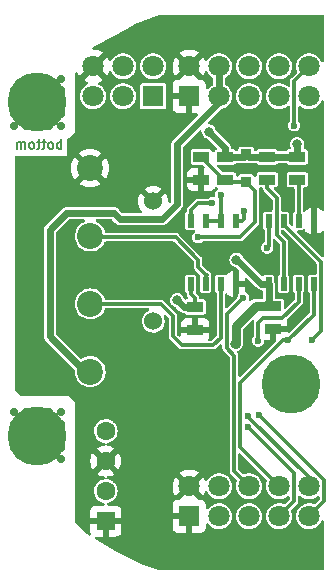
<source format=gbr>
G04 #@! TF.GenerationSoftware,KiCad,Pcbnew,6.0.11-2627ca5db0~126~ubuntu22.04.1*
G04 #@! TF.CreationDate,2023-12-06T10:38:32+01:00*
G04 #@! TF.ProjectId,bus-module_attiny1634,6275732d-6d6f-4647-956c-655f61747469,C*
G04 #@! TF.SameCoordinates,Original*
G04 #@! TF.FileFunction,Copper,L2,Bot*
G04 #@! TF.FilePolarity,Positive*
%FSLAX46Y46*%
G04 Gerber Fmt 4.6, Leading zero omitted, Abs format (unit mm)*
G04 Created by KiCad (PCBNEW 6.0.11-2627ca5db0~126~ubuntu22.04.1) date 2023-12-06 10:38:32*
%MOMM*%
%LPD*%
G01*
G04 APERTURE LIST*
%ADD10C,0.150000*%
G04 #@! TA.AperFunction,NonConductor*
%ADD11C,0.150000*%
G04 #@! TD*
G04 #@! TA.AperFunction,ComponentPad*
%ADD12C,5.000000*%
G04 #@! TD*
G04 #@! TA.AperFunction,ComponentPad*
%ADD13R,1.800000X1.800000*%
G04 #@! TD*
G04 #@! TA.AperFunction,ComponentPad*
%ADD14C,1.800000*%
G04 #@! TD*
G04 #@! TA.AperFunction,ComponentPad*
%ADD15C,0.700000*%
G04 #@! TD*
G04 #@! TA.AperFunction,ComponentPad*
%ADD16C,2.200000*%
G04 #@! TD*
G04 #@! TA.AperFunction,SMDPad,CuDef*
%ADD17R,1.397000X0.889000*%
G04 #@! TD*
G04 #@! TA.AperFunction,ComponentPad*
%ADD18C,1.524000*%
G04 #@! TD*
G04 #@! TA.AperFunction,SMDPad,CuDef*
%ADD19R,0.508000X1.143000*%
G04 #@! TD*
G04 #@! TA.AperFunction,ComponentPad*
%ADD20R,1.600000X1.600000*%
G04 #@! TD*
G04 #@! TA.AperFunction,ComponentPad*
%ADD21C,1.600000*%
G04 #@! TD*
G04 #@! TA.AperFunction,SMDPad,CuDef*
%ADD22R,0.914400X0.914400*%
G04 #@! TD*
G04 #@! TA.AperFunction,ViaPad*
%ADD23C,0.800000*%
G04 #@! TD*
G04 #@! TA.AperFunction,ViaPad*
%ADD24C,0.600000*%
G04 #@! TD*
G04 #@! TA.AperFunction,Conductor*
%ADD25C,0.300000*%
G04 #@! TD*
G04 #@! TA.AperFunction,Conductor*
%ADD26C,0.600000*%
G04 #@! TD*
G04 #@! TA.AperFunction,Conductor*
%ADD27C,0.800000*%
G04 #@! TD*
G04 APERTURE END LIST*
D10*
D11*
X84681714Y-87745904D02*
X84681714Y-86945904D01*
X84681714Y-87250666D02*
X84605523Y-87212571D01*
X84453142Y-87212571D01*
X84376952Y-87250666D01*
X84338857Y-87288761D01*
X84300761Y-87364952D01*
X84300761Y-87593523D01*
X84338857Y-87669714D01*
X84376952Y-87707809D01*
X84453142Y-87745904D01*
X84605523Y-87745904D01*
X84681714Y-87707809D01*
X83843619Y-87745904D02*
X83919809Y-87707809D01*
X83957904Y-87669714D01*
X83996000Y-87593523D01*
X83996000Y-87364952D01*
X83957904Y-87288761D01*
X83919809Y-87250666D01*
X83843619Y-87212571D01*
X83729333Y-87212571D01*
X83653142Y-87250666D01*
X83615047Y-87288761D01*
X83576952Y-87364952D01*
X83576952Y-87593523D01*
X83615047Y-87669714D01*
X83653142Y-87707809D01*
X83729333Y-87745904D01*
X83843619Y-87745904D01*
X83348380Y-87212571D02*
X83043619Y-87212571D01*
X83234095Y-86945904D02*
X83234095Y-87631619D01*
X83196000Y-87707809D01*
X83119809Y-87745904D01*
X83043619Y-87745904D01*
X82891238Y-87212571D02*
X82586476Y-87212571D01*
X82776952Y-86945904D02*
X82776952Y-87631619D01*
X82738857Y-87707809D01*
X82662666Y-87745904D01*
X82586476Y-87745904D01*
X82205523Y-87745904D02*
X82281714Y-87707809D01*
X82319809Y-87669714D01*
X82357904Y-87593523D01*
X82357904Y-87364952D01*
X82319809Y-87288761D01*
X82281714Y-87250666D01*
X82205523Y-87212571D01*
X82091238Y-87212571D01*
X82015047Y-87250666D01*
X81976952Y-87288761D01*
X81938857Y-87364952D01*
X81938857Y-87593523D01*
X81976952Y-87669714D01*
X82015047Y-87707809D01*
X82091238Y-87745904D01*
X82205523Y-87745904D01*
X81596000Y-87745904D02*
X81596000Y-87212571D01*
X81596000Y-87288761D02*
X81557904Y-87250666D01*
X81481714Y-87212571D01*
X81367428Y-87212571D01*
X81291238Y-87250666D01*
X81253142Y-87326857D01*
X81253142Y-87745904D01*
X81253142Y-87326857D02*
X81215047Y-87250666D01*
X81138857Y-87212571D01*
X81024571Y-87212571D01*
X80948380Y-87250666D01*
X80910285Y-87326857D01*
X80910285Y-87745904D01*
D12*
X104132000Y-107704000D03*
D13*
X95496000Y-118880000D03*
D14*
X95496000Y-116340000D03*
X98036000Y-118880000D03*
X98036000Y-116340000D03*
X100576000Y-118880000D03*
X100576000Y-116340000D03*
X103116000Y-118880000D03*
X103116000Y-116340000D03*
X105656000Y-118880000D03*
X105656000Y-116340000D03*
D13*
X95496000Y-83320000D03*
D14*
X95496000Y-80780000D03*
X98036000Y-83320000D03*
X98036000Y-80780000D03*
X100576000Y-83320000D03*
X100576000Y-80780000D03*
X103116000Y-83320000D03*
X103116000Y-80780000D03*
X105656000Y-83320000D03*
X105656000Y-80780000D03*
D12*
X82650000Y-83820000D03*
X82650000Y-112070000D03*
D15*
X84650000Y-85820000D03*
X82650000Y-85820000D03*
X83650000Y-85820000D03*
X80650000Y-85820000D03*
X81650000Y-85820000D03*
X81650000Y-110070000D03*
X84650000Y-110070000D03*
X83650000Y-110070000D03*
X80650000Y-110070000D03*
X82650000Y-110070000D03*
X84650000Y-83820000D03*
X84650000Y-82820000D03*
X84650000Y-81820000D03*
X84650000Y-84820000D03*
X84650000Y-113070000D03*
X84650000Y-112070000D03*
X84650000Y-111070000D03*
X84650000Y-114070000D03*
D16*
X87114000Y-95156400D03*
X87120200Y-100896800D03*
X87114000Y-106637200D03*
D13*
X92448000Y-83320000D03*
D14*
X92448000Y-80780000D03*
X89908000Y-83320000D03*
X89908000Y-80780000D03*
X87368000Y-83320000D03*
X87368000Y-80780000D03*
D17*
X96512000Y-88463500D03*
X96512000Y-90368500D03*
X104640000Y-88463500D03*
X104640000Y-90368500D03*
X98544000Y-88463500D03*
X98544000Y-90368500D03*
X102100000Y-88463500D03*
X102100000Y-90368500D03*
D18*
X92448000Y-102370000D03*
X92448000Y-92210000D03*
D19*
X95623000Y-93861000D03*
X96893000Y-93861000D03*
X98163000Y-93861000D03*
X99433000Y-93861000D03*
X99433000Y-99195000D03*
X98163000Y-99195000D03*
X96893000Y-99195000D03*
X95623000Y-99195000D03*
D17*
X96004000Y-101163500D03*
X96004000Y-103068500D03*
X102608000Y-103005000D03*
X102608000Y-101100000D03*
D16*
X87114000Y-89416000D03*
D20*
X88434800Y-119286400D03*
D21*
X88434800Y-116746400D03*
X88434800Y-114206400D03*
X88434800Y-111666400D03*
D19*
X102227000Y-93861000D03*
X103497000Y-93861000D03*
X104767000Y-93861000D03*
X106037000Y-93861000D03*
X106037000Y-99195000D03*
X104767000Y-99195000D03*
X103497000Y-99195000D03*
X102227000Y-99195000D03*
D22*
X100322000Y-90592020D03*
X100322000Y-88239980D03*
D23*
X91178000Y-97036000D03*
X93972000Y-106180000D03*
X93972000Y-108720000D03*
D24*
X104386002Y-85796500D03*
X101401502Y-110307500D03*
X103878000Y-103957500D03*
X105910000Y-103957500D03*
X100468967Y-111319722D03*
X100512500Y-110371000D03*
X101338000Y-104021000D03*
X96258000Y-95258000D03*
X100075919Y-100369780D03*
X102100000Y-96154031D03*
X100108947Y-93008640D03*
X97464500Y-92337002D03*
X98163000Y-91638500D03*
D23*
X94480000Y-100592000D03*
X99406980Y-104285959D03*
X104640000Y-87384000D03*
X97147000Y-86304500D03*
X99496500Y-97163000D03*
D25*
X96512000Y-90368500D02*
X96639000Y-90368500D01*
X104386002Y-82049998D02*
X104386002Y-85796500D01*
X105656000Y-80780000D02*
X104386002Y-82049998D01*
X106906001Y-115811999D02*
X101401502Y-110307500D01*
X105656000Y-118880000D02*
X106906001Y-117629999D01*
X106906001Y-117629999D02*
X106906001Y-115811999D01*
X99798998Y-107612238D02*
X103453736Y-103957500D01*
X106037000Y-101798500D02*
X103878000Y-103957500D01*
X103116000Y-116340000D02*
X99798998Y-113022998D01*
X99798998Y-113022998D02*
X99798998Y-107612238D01*
X103453736Y-103957500D02*
X103878000Y-103957500D01*
X106037000Y-99195000D02*
X106037000Y-101798500D01*
X104366001Y-117629999D02*
X104366001Y-115216756D01*
X103497000Y-93861000D02*
X103497000Y-94178500D01*
X103497000Y-94178500D02*
X106641001Y-97322501D01*
X103116000Y-118880000D02*
X104366001Y-117629999D01*
X106641001Y-97322501D02*
X106641001Y-103226499D01*
X104366001Y-115216756D02*
X100468967Y-111319722D01*
X106641001Y-103226499D02*
X105910000Y-103957500D01*
X104767000Y-100714002D02*
X103365002Y-102116000D01*
X101723998Y-102116000D02*
X101338000Y-102501998D01*
X101338000Y-102501998D02*
X101338000Y-104021000D01*
X103365002Y-102116000D02*
X101723998Y-102116000D01*
X105656000Y-115587502D02*
X100512500Y-110444002D01*
X100512500Y-110444002D02*
X100512500Y-110371000D01*
X105656000Y-116340000D02*
X105656000Y-115587502D01*
X104767000Y-99195000D02*
X104767000Y-100714002D01*
D26*
X89146000Y-93226000D02*
X89654000Y-93734000D01*
X93210000Y-93734000D02*
X94480000Y-92464000D01*
X94480000Y-92464000D02*
X94480000Y-87384000D01*
X86682200Y-106637200D02*
X83685000Y-103640000D01*
X83685000Y-103640000D02*
X83685000Y-94623000D01*
X85082000Y-93226000D02*
X89146000Y-93226000D01*
X94480000Y-87384000D02*
X98036000Y-83828000D01*
X89654000Y-93734000D02*
X93210000Y-93734000D01*
X87114000Y-106637200D02*
X86682200Y-106637200D01*
X83685000Y-94623000D02*
X85082000Y-93226000D01*
X98036000Y-83828000D02*
X98036000Y-83320000D01*
X98036000Y-83320000D02*
X98036000Y-80780000D01*
D25*
X98767520Y-90592020D02*
X98544000Y-90368500D01*
X98417000Y-90368500D02*
X96512000Y-88463500D01*
X101084000Y-91354020D02*
X100322000Y-90592020D01*
X96258000Y-95258000D02*
X99814000Y-95258000D01*
X99814000Y-95258000D02*
X101084000Y-93988000D01*
X101084000Y-93988000D02*
X101084000Y-91354020D01*
X98544000Y-90368500D02*
X98417000Y-90368500D01*
X100322000Y-90592020D02*
X98767520Y-90592020D01*
X98670977Y-103911958D02*
X98670977Y-101774722D01*
X98656978Y-103925957D02*
X98670977Y-103911958D01*
X98670977Y-101774722D02*
X100075919Y-100369780D01*
X99298987Y-115062987D02*
X99298987Y-105287970D01*
X98656978Y-104645961D02*
X98656978Y-103925957D01*
X99298987Y-105287970D02*
X98656978Y-104645961D01*
X100576000Y-116340000D02*
X99298987Y-115062987D01*
X103497000Y-96020000D02*
X103497000Y-95893000D01*
X102892999Y-94712501D02*
X102892999Y-93009499D01*
X103497000Y-99195000D02*
X103497000Y-96020000D01*
X103497000Y-95639000D02*
X102903041Y-95045041D01*
X102903041Y-92999457D02*
X102903041Y-91930241D01*
X102903041Y-91930241D02*
X102100000Y-91127200D01*
X102100000Y-91127200D02*
X102100000Y-90368500D01*
X102903041Y-94722543D02*
X102892999Y-94712501D01*
X102903041Y-95045041D02*
X102903041Y-94722543D01*
X102892999Y-93009499D02*
X102903041Y-92999457D01*
X103497000Y-96020000D02*
X103497000Y-95639000D01*
X102227000Y-96027031D02*
X102100000Y-96154031D01*
X102227000Y-93861000D02*
X102227000Y-96027031D01*
X100108947Y-93739053D02*
X100108947Y-93008640D01*
X99987000Y-93861000D02*
X100108947Y-93739053D01*
X99433000Y-93861000D02*
X99987000Y-93861000D01*
X96257998Y-92337002D02*
X97464500Y-92337002D01*
X95623000Y-92972000D02*
X96257998Y-92337002D01*
X95623000Y-93861000D02*
X95623000Y-92972000D01*
X98163000Y-93861000D02*
X96893000Y-93861000D01*
X98163000Y-93861000D02*
X98163000Y-91638500D01*
X104767000Y-90495500D02*
X104640000Y-90368500D01*
X104767000Y-93861000D02*
X104767000Y-90495500D01*
X93083000Y-100896800D02*
X94099000Y-101912800D01*
X94099000Y-101912800D02*
X94099000Y-103640000D01*
X94099000Y-103640000D02*
X94861000Y-104402000D01*
X94861000Y-104402000D02*
X97528000Y-104402000D01*
X97528000Y-104402000D02*
X98163000Y-103767000D01*
X98163000Y-103767000D02*
X98163000Y-99195000D01*
X87120200Y-100896800D02*
X93083000Y-100896800D01*
X94353000Y-95258000D02*
X87114000Y-95258000D01*
X87114000Y-95258000D02*
X87114000Y-95156400D01*
X96258000Y-97163000D02*
X94353000Y-95258000D01*
X96258000Y-97798000D02*
X96893000Y-98433000D01*
X96893000Y-98433000D02*
X97020000Y-98433000D01*
X96893000Y-99195000D02*
X96893000Y-98433000D01*
X96258000Y-97163000D02*
X96258000Y-97798000D01*
D26*
X100098480Y-88463500D02*
X100322000Y-88239980D01*
X100545520Y-88463500D02*
X100322000Y-88239980D01*
X95051500Y-101163500D02*
X94480000Y-100592000D01*
X102227000Y-101100000D02*
X102608000Y-101100000D01*
X102100000Y-88463500D02*
X100545520Y-88463500D01*
D25*
X95750000Y-100165000D02*
X95721500Y-100165000D01*
X96004000Y-100419000D02*
X95750000Y-100165000D01*
D26*
X99560000Y-97163000D02*
X99496500Y-97163000D01*
D25*
X95721500Y-100165000D02*
X95623000Y-100066500D01*
D27*
X102608000Y-101100000D02*
X101109500Y-101100000D01*
D26*
X98544000Y-88463500D02*
X100098480Y-88463500D01*
D25*
X96004000Y-101163500D02*
X96004000Y-100419000D01*
D26*
X96004000Y-101163500D02*
X95051500Y-101163500D01*
X98544000Y-87701500D02*
X97147000Y-86304500D01*
D27*
X99420988Y-104271951D02*
X99406980Y-104285959D01*
X101109500Y-101100000D02*
X99420988Y-102788512D01*
D26*
X102227000Y-99195000D02*
X101592000Y-99195000D01*
X104640000Y-88463500D02*
X104640000Y-87384000D01*
X102227000Y-99195000D02*
X102227000Y-101100000D01*
D27*
X99420988Y-102788512D02*
X99420988Y-104271951D01*
D26*
X98544000Y-88463500D02*
X98544000Y-87701500D01*
X101592000Y-99195000D02*
X99560000Y-97163000D01*
X104640000Y-88463500D02*
X102100000Y-88463500D01*
D25*
X95623000Y-100066500D02*
X95623000Y-99195000D01*
G04 #@! TA.AperFunction,Conductor*
G36*
X106869039Y-76481685D02*
G01*
X106914794Y-76534489D01*
X106926000Y-76586000D01*
X106926000Y-80336848D01*
X106906315Y-80403887D01*
X106853511Y-80449642D01*
X106784353Y-80459586D01*
X106720797Y-80430561D01*
X106688017Y-80383823D01*
X106687807Y-80383926D01*
X106687139Y-80382572D01*
X106598351Y-80202527D01*
X106477335Y-80040467D01*
X106335703Y-79909544D01*
X106332988Y-79907034D01*
X106332986Y-79907033D01*
X106328812Y-79903174D01*
X106225759Y-79838152D01*
X106162566Y-79798280D01*
X106162564Y-79798279D01*
X106157757Y-79795246D01*
X105969898Y-79720298D01*
X105964317Y-79719188D01*
X105964314Y-79719187D01*
X105896373Y-79705673D01*
X105771526Y-79680839D01*
X105765839Y-79680765D01*
X105765834Y-79680764D01*
X105574975Y-79678266D01*
X105574970Y-79678266D01*
X105569286Y-79678192D01*
X105563682Y-79679155D01*
X105563681Y-79679155D01*
X105375546Y-79711482D01*
X105375543Y-79711483D01*
X105369949Y-79712444D01*
X105348660Y-79720298D01*
X105185521Y-79780483D01*
X105185517Y-79780485D01*
X105180193Y-79782449D01*
X105175310Y-79785354D01*
X105175308Y-79785355D01*
X105011262Y-79882952D01*
X105006371Y-79885862D01*
X104854305Y-80019220D01*
X104729089Y-80178057D01*
X104634914Y-80357053D01*
X104633229Y-80362479D01*
X104633228Y-80362482D01*
X104615123Y-80420790D01*
X104574937Y-80550213D01*
X104551164Y-80751069D01*
X104551535Y-80756731D01*
X104551535Y-80756735D01*
X104556851Y-80837842D01*
X104564392Y-80952894D01*
X104614178Y-81148928D01*
X104616554Y-81154082D01*
X104616556Y-81154087D01*
X104633913Y-81191737D01*
X104644104Y-81260860D01*
X104615307Y-81324519D01*
X104608985Y-81331333D01*
X104173951Y-81766367D01*
X104158502Y-81778844D01*
X104155454Y-81781617D01*
X104146850Y-81787173D01*
X104140508Y-81795218D01*
X104127929Y-81811174D01*
X104124403Y-81815142D01*
X104124499Y-81815223D01*
X104121193Y-81819125D01*
X104117574Y-81822744D01*
X104109675Y-81833798D01*
X104107315Y-81837101D01*
X104103823Y-81841753D01*
X104074610Y-81878809D01*
X104071809Y-81886785D01*
X104066891Y-81893667D01*
X104063956Y-81903481D01*
X104063955Y-81903483D01*
X104053381Y-81938842D01*
X104051575Y-81944401D01*
X104035947Y-81988904D01*
X104035502Y-81994042D01*
X104035502Y-81996724D01*
X104035406Y-81998948D01*
X104035275Y-81999386D01*
X104035221Y-81999384D01*
X104035206Y-81999615D01*
X104033458Y-82005462D01*
X104033860Y-82015703D01*
X104033860Y-82015706D01*
X104035406Y-82055043D01*
X104035502Y-82059911D01*
X104035502Y-82387725D01*
X104015817Y-82454764D01*
X103963013Y-82500519D01*
X103893855Y-82510463D01*
X103827333Y-82478782D01*
X103788812Y-82443174D01*
X103720785Y-82400252D01*
X103622566Y-82338280D01*
X103622564Y-82338279D01*
X103617757Y-82335246D01*
X103429898Y-82260298D01*
X103424317Y-82259188D01*
X103424314Y-82259187D01*
X103356373Y-82245673D01*
X103231526Y-82220839D01*
X103225839Y-82220765D01*
X103225834Y-82220764D01*
X103034975Y-82218266D01*
X103034970Y-82218266D01*
X103029286Y-82218192D01*
X103023682Y-82219155D01*
X103023681Y-82219155D01*
X102835546Y-82251482D01*
X102835543Y-82251483D01*
X102829949Y-82252444D01*
X102793009Y-82266072D01*
X102645521Y-82320483D01*
X102645517Y-82320485D01*
X102640193Y-82322449D01*
X102635310Y-82325354D01*
X102635308Y-82325355D01*
X102499171Y-82406348D01*
X102466371Y-82425862D01*
X102314305Y-82559220D01*
X102189089Y-82718057D01*
X102186442Y-82723088D01*
X102176215Y-82742527D01*
X102094914Y-82897053D01*
X102093229Y-82902479D01*
X102093228Y-82902482D01*
X102088152Y-82918831D01*
X102034937Y-83090213D01*
X102011164Y-83291069D01*
X102011535Y-83296731D01*
X102011535Y-83296735D01*
X102016851Y-83377842D01*
X102024392Y-83492894D01*
X102074178Y-83688928D01*
X102076554Y-83694082D01*
X102104022Y-83753663D01*
X102158856Y-83872607D01*
X102275588Y-84037780D01*
X102420466Y-84178913D01*
X102588637Y-84291282D01*
X102774470Y-84371122D01*
X102870502Y-84392852D01*
X102966193Y-84414505D01*
X102966195Y-84414505D01*
X102971740Y-84415760D01*
X103089135Y-84420372D01*
X103168161Y-84423477D01*
X103168163Y-84423477D01*
X103173842Y-84423700D01*
X103179462Y-84422885D01*
X103179465Y-84422885D01*
X103368387Y-84395493D01*
X103368389Y-84395493D01*
X103374007Y-84394678D01*
X103379384Y-84392853D01*
X103379387Y-84392852D01*
X103542482Y-84337488D01*
X103565531Y-84329664D01*
X103699490Y-84254644D01*
X103737048Y-84233611D01*
X103737050Y-84233610D01*
X103742001Y-84230837D01*
X103800633Y-84182073D01*
X103832211Y-84155810D01*
X103896341Y-84128076D01*
X103965284Y-84139417D01*
X104017152Y-84186230D01*
X104035502Y-84251146D01*
X104035502Y-85390307D01*
X104015817Y-85457346D01*
X104004446Y-85472388D01*
X103963379Y-85518888D01*
X103902449Y-85648663D01*
X103901090Y-85657388D01*
X103901090Y-85657390D01*
X103882490Y-85776854D01*
X103880393Y-85790323D01*
X103898982Y-85932479D01*
X103956722Y-86063703D01*
X103969794Y-86079254D01*
X104027361Y-86147738D01*
X104048972Y-86173448D01*
X104168315Y-86252890D01*
X104264811Y-86283037D01*
X104296724Y-86293007D01*
X104296725Y-86293007D01*
X104305159Y-86295642D01*
X104313994Y-86295804D01*
X104333801Y-86296167D01*
X104448501Y-86298270D01*
X104457017Y-86295948D01*
X104457019Y-86295948D01*
X104578300Y-86262883D01*
X104578303Y-86262882D01*
X104586819Y-86260560D01*
X104708993Y-86185545D01*
X104805202Y-86079254D01*
X104867712Y-85950233D01*
X104891498Y-85808854D01*
X104891649Y-85796500D01*
X104890765Y-85790323D01*
X104872577Y-85663324D01*
X104871325Y-85654582D01*
X104811986Y-85524072D01*
X104766564Y-85471357D01*
X104737716Y-85407721D01*
X104736502Y-85390415D01*
X104736502Y-84254644D01*
X104756187Y-84187605D01*
X104808991Y-84141850D01*
X104878149Y-84131906D01*
X104941705Y-84160931D01*
X104947023Y-84165817D01*
X104960466Y-84178913D01*
X105128637Y-84291282D01*
X105314470Y-84371122D01*
X105410502Y-84392852D01*
X105506193Y-84414505D01*
X105506195Y-84414505D01*
X105511740Y-84415760D01*
X105629135Y-84420372D01*
X105708161Y-84423477D01*
X105708163Y-84423477D01*
X105713842Y-84423700D01*
X105719462Y-84422885D01*
X105719465Y-84422885D01*
X105908387Y-84395493D01*
X105908389Y-84395493D01*
X105914007Y-84394678D01*
X105919384Y-84392853D01*
X105919387Y-84392852D01*
X106082482Y-84337488D01*
X106105531Y-84329664D01*
X106239490Y-84254644D01*
X106277048Y-84233611D01*
X106277050Y-84233610D01*
X106282001Y-84230837D01*
X106344433Y-84178913D01*
X106433138Y-84105137D01*
X106437505Y-84101505D01*
X106566837Y-83946001D01*
X106665664Y-83769531D01*
X106684581Y-83713804D01*
X106724770Y-83656650D01*
X106789479Y-83630297D01*
X106858164Y-83643111D01*
X106909017Y-83691026D01*
X106926000Y-83753663D01*
X106926000Y-92917438D01*
X106906315Y-92984477D01*
X106853511Y-93030232D01*
X106784353Y-93040176D01*
X106720797Y-93011151D01*
X106702774Y-92991804D01*
X106659199Y-92933662D01*
X106646835Y-92921298D01*
X106544532Y-92844626D01*
X106529190Y-92836227D01*
X106408485Y-92790976D01*
X106393482Y-92787409D01*
X106342427Y-92781863D01*
X106335729Y-92781500D01*
X106308830Y-92781500D01*
X106293831Y-92785904D01*
X106292644Y-92787274D01*
X106291000Y-92794832D01*
X106291000Y-94922669D01*
X106295404Y-94937668D01*
X106296774Y-94938855D01*
X106304332Y-94940499D01*
X106335726Y-94940499D01*
X106342431Y-94940136D01*
X106393477Y-94934592D01*
X106408488Y-94931022D01*
X106529190Y-94885773D01*
X106544532Y-94877374D01*
X106646835Y-94800702D01*
X106659199Y-94788338D01*
X106702774Y-94730196D01*
X106758731Y-94688356D01*
X106828426Y-94683410D01*
X106889730Y-94716930D01*
X106923181Y-94778271D01*
X106926000Y-94804562D01*
X106926000Y-96812456D01*
X106906315Y-96879495D01*
X106853511Y-96925250D01*
X106784353Y-96935194D01*
X106720797Y-96906169D01*
X106714319Y-96900137D01*
X104658863Y-94844681D01*
X104625378Y-94783358D01*
X104630362Y-94713666D01*
X104672234Y-94657733D01*
X104737698Y-94633316D01*
X104746544Y-94633000D01*
X105040748Y-94633000D01*
X105068674Y-94627445D01*
X105087253Y-94623750D01*
X105087255Y-94623749D01*
X105099231Y-94621367D01*
X105138687Y-94595003D01*
X105205364Y-94574125D01*
X105272744Y-94592609D01*
X105319435Y-94644588D01*
X105323688Y-94654580D01*
X105329727Y-94670690D01*
X105338126Y-94686032D01*
X105414798Y-94788335D01*
X105427165Y-94800702D01*
X105529468Y-94877374D01*
X105544810Y-94885773D01*
X105665515Y-94931024D01*
X105680518Y-94934591D01*
X105731573Y-94940137D01*
X105738271Y-94940500D01*
X105765170Y-94940500D01*
X105780169Y-94936096D01*
X105781356Y-94934726D01*
X105783000Y-94927168D01*
X105783000Y-92799331D01*
X105778596Y-92784332D01*
X105777226Y-92783145D01*
X105769668Y-92781501D01*
X105738274Y-92781501D01*
X105731569Y-92781864D01*
X105680523Y-92787408D01*
X105665512Y-92790978D01*
X105544810Y-92836227D01*
X105529468Y-92844626D01*
X105427165Y-92921298D01*
X105414798Y-92933665D01*
X105340726Y-93032500D01*
X105284769Y-93074341D01*
X105215075Y-93079287D01*
X105153770Y-93045768D01*
X105120319Y-92984426D01*
X105117500Y-92958135D01*
X105117500Y-91137500D01*
X105137185Y-91070461D01*
X105189989Y-91024706D01*
X105241500Y-91013500D01*
X105358248Y-91013500D01*
X105386174Y-91007945D01*
X105404753Y-91004250D01*
X105404755Y-91004249D01*
X105416731Y-91001867D01*
X105483052Y-90957552D01*
X105527367Y-90891231D01*
X105539000Y-90832748D01*
X105539000Y-89904252D01*
X105527367Y-89845769D01*
X105483052Y-89779448D01*
X105416731Y-89735133D01*
X105404755Y-89732751D01*
X105404753Y-89732750D01*
X105386174Y-89729055D01*
X105358248Y-89723500D01*
X103921752Y-89723500D01*
X103893826Y-89729055D01*
X103875247Y-89732750D01*
X103875245Y-89732751D01*
X103863269Y-89735133D01*
X103796948Y-89779448D01*
X103752633Y-89845769D01*
X103741000Y-89904252D01*
X103741000Y-90832748D01*
X103752633Y-90891231D01*
X103796948Y-90957552D01*
X103863269Y-91001867D01*
X103875245Y-91004249D01*
X103875247Y-91004250D01*
X103893826Y-91007945D01*
X103921752Y-91013500D01*
X104292500Y-91013500D01*
X104359539Y-91033185D01*
X104405294Y-91085989D01*
X104416500Y-91137500D01*
X104416500Y-93048902D01*
X104396815Y-93115941D01*
X104380183Y-93136582D01*
X104378601Y-93138164D01*
X104368448Y-93144948D01*
X104361664Y-93155101D01*
X104361662Y-93155103D01*
X104356523Y-93162794D01*
X104324133Y-93211269D01*
X104312500Y-93269752D01*
X104312500Y-94198956D01*
X104292815Y-94265995D01*
X104240011Y-94311750D01*
X104170853Y-94321694D01*
X104107297Y-94292669D01*
X104100819Y-94286637D01*
X103987819Y-94173637D01*
X103954334Y-94112314D01*
X103951500Y-94085956D01*
X103951500Y-93269752D01*
X103939867Y-93211269D01*
X103895552Y-93144948D01*
X103829231Y-93100633D01*
X103817255Y-93098251D01*
X103817253Y-93098250D01*
X103794889Y-93093802D01*
X103770748Y-93089000D01*
X103377541Y-93089000D01*
X103310502Y-93069315D01*
X103264747Y-93016511D01*
X103253541Y-92965000D01*
X103253541Y-91980850D01*
X103255641Y-91961118D01*
X103255835Y-91956998D01*
X103257992Y-91946980D01*
X103254401Y-91916640D01*
X103254088Y-91911332D01*
X103253963Y-91911342D01*
X103253541Y-91906235D01*
X103253541Y-91901126D01*
X103250644Y-91883720D01*
X103249820Y-91877936D01*
X103245987Y-91845546D01*
X103244277Y-91831102D01*
X103240618Y-91823481D01*
X103239229Y-91815138D01*
X103216827Y-91773620D01*
X103214189Y-91768443D01*
X103211926Y-91763730D01*
X103193767Y-91725914D01*
X103190448Y-91721967D01*
X103188561Y-91720080D01*
X103187047Y-91718430D01*
X103186834Y-91718035D01*
X103186876Y-91717996D01*
X103186714Y-91717812D01*
X103183819Y-91712447D01*
X103147352Y-91678737D01*
X103143843Y-91675362D01*
X102693663Y-91225181D01*
X102660178Y-91163858D01*
X102665162Y-91094166D01*
X102707034Y-91038233D01*
X102772498Y-91013816D01*
X102781344Y-91013500D01*
X102818248Y-91013500D01*
X102846174Y-91007945D01*
X102864753Y-91004250D01*
X102864755Y-91004249D01*
X102876731Y-91001867D01*
X102943052Y-90957552D01*
X102987367Y-90891231D01*
X102999000Y-90832748D01*
X102999000Y-89904252D01*
X102987367Y-89845769D01*
X102943052Y-89779448D01*
X102876731Y-89735133D01*
X102864755Y-89732751D01*
X102864753Y-89732750D01*
X102846174Y-89729055D01*
X102818248Y-89723500D01*
X101381752Y-89723500D01*
X101353826Y-89729055D01*
X101335247Y-89732750D01*
X101335245Y-89732751D01*
X101323269Y-89735133D01*
X101256948Y-89779448D01*
X101212633Y-89845769D01*
X101201000Y-89904252D01*
X101201000Y-90001776D01*
X101181315Y-90068815D01*
X101128511Y-90114570D01*
X101059353Y-90124514D01*
X100995797Y-90095489D01*
X100968189Y-90057202D01*
X100968067Y-90056589D01*
X100923752Y-89990268D01*
X100857431Y-89945953D01*
X100845455Y-89943571D01*
X100845453Y-89943570D01*
X100826874Y-89939875D01*
X100798948Y-89934320D01*
X99845052Y-89934320D01*
X99817126Y-89939875D01*
X99798547Y-89943570D01*
X99798545Y-89943571D01*
X99786569Y-89945953D01*
X99720248Y-89990268D01*
X99675933Y-90056589D01*
X99675736Y-90056457D01*
X99637722Y-90103631D01*
X99571428Y-90125697D01*
X99503728Y-90108419D01*
X99456117Y-90057283D01*
X99443000Y-90001776D01*
X99443000Y-89904252D01*
X99431367Y-89845769D01*
X99387052Y-89779448D01*
X99320731Y-89735133D01*
X99308755Y-89732751D01*
X99308753Y-89732750D01*
X99290174Y-89729055D01*
X99262248Y-89723500D01*
X98319044Y-89723500D01*
X98252005Y-89703815D01*
X98231363Y-89687181D01*
X97864363Y-89320181D01*
X97830878Y-89258858D01*
X97835862Y-89189166D01*
X97877734Y-89133233D01*
X97943198Y-89108816D01*
X97952044Y-89108500D01*
X99262248Y-89108500D01*
X99290174Y-89102945D01*
X99308753Y-89099250D01*
X99308755Y-89099249D01*
X99320731Y-89096867D01*
X99387052Y-89052552D01*
X99409399Y-89019109D01*
X99463010Y-88974304D01*
X99512500Y-88964000D01*
X100028519Y-88964000D01*
X100040465Y-88965335D01*
X100040503Y-88964861D01*
X100049312Y-88965570D01*
X100057927Y-88967519D01*
X100066744Y-88966972D01*
X100066745Y-88966972D01*
X100110808Y-88964238D01*
X100118487Y-88964000D01*
X100134420Y-88964000D01*
X100138788Y-88963374D01*
X100138794Y-88963374D01*
X100144610Y-88962541D01*
X100154509Y-88961527D01*
X100186932Y-88959515D01*
X100192202Y-88959188D01*
X100201018Y-88958641D01*
X100209329Y-88955640D01*
X100212161Y-88955054D01*
X100228864Y-88950890D01*
X100231647Y-88950076D01*
X100240398Y-88948823D01*
X100270059Y-88935337D01*
X100339233Y-88925507D01*
X100374078Y-88935971D01*
X100397683Y-88947053D01*
X100406417Y-88948413D01*
X100409195Y-88949262D01*
X100425842Y-88953630D01*
X100428672Y-88954252D01*
X100436940Y-88957352D01*
X100445744Y-88958006D01*
X100445747Y-88958007D01*
X100473918Y-88960100D01*
X100483423Y-88960806D01*
X100493293Y-88961939D01*
X100506529Y-88964000D01*
X100521805Y-88964000D01*
X100530994Y-88964341D01*
X100579912Y-88967976D01*
X100588552Y-88966132D01*
X100596674Y-88965578D01*
X100611626Y-88964000D01*
X101131500Y-88964000D01*
X101198539Y-88983685D01*
X101234601Y-89019108D01*
X101256948Y-89052552D01*
X101323269Y-89096867D01*
X101335245Y-89099249D01*
X101335247Y-89099250D01*
X101353826Y-89102945D01*
X101381752Y-89108500D01*
X102818248Y-89108500D01*
X102846174Y-89102945D01*
X102864753Y-89099250D01*
X102864755Y-89099249D01*
X102876731Y-89096867D01*
X102943052Y-89052552D01*
X102965399Y-89019109D01*
X103019010Y-88974304D01*
X103068500Y-88964000D01*
X103671500Y-88964000D01*
X103738539Y-88983685D01*
X103774601Y-89019108D01*
X103796948Y-89052552D01*
X103863269Y-89096867D01*
X103875245Y-89099249D01*
X103875247Y-89099250D01*
X103893826Y-89102945D01*
X103921752Y-89108500D01*
X105358248Y-89108500D01*
X105386174Y-89102945D01*
X105404753Y-89099250D01*
X105404755Y-89099249D01*
X105416731Y-89096867D01*
X105483052Y-89052552D01*
X105527367Y-88986231D01*
X105531129Y-88967321D01*
X105534536Y-88950191D01*
X105539000Y-88927748D01*
X105539000Y-87999252D01*
X105527367Y-87940769D01*
X105483052Y-87874448D01*
X105416731Y-87830133D01*
X105404755Y-87827751D01*
X105404753Y-87827750D01*
X105378377Y-87822504D01*
X105358248Y-87818500D01*
X105295580Y-87818500D01*
X105228541Y-87798815D01*
X105182786Y-87746011D01*
X105172842Y-87676853D01*
X105181019Y-87647047D01*
X105182213Y-87644166D01*
X105212478Y-87571100D01*
X105221934Y-87548271D01*
X105221935Y-87548269D01*
X105225044Y-87540762D01*
X105245682Y-87384000D01*
X105225044Y-87227238D01*
X105185418Y-87131571D01*
X105167646Y-87088667D01*
X105164536Y-87081159D01*
X105068282Y-86955718D01*
X104942841Y-86859464D01*
X104876890Y-86832146D01*
X104804271Y-86802066D01*
X104804269Y-86802065D01*
X104796762Y-86798956D01*
X104640000Y-86778318D01*
X104483238Y-86798956D01*
X104475731Y-86802065D01*
X104475729Y-86802066D01*
X104403110Y-86832146D01*
X104337159Y-86859464D01*
X104211718Y-86955718D01*
X104115464Y-87081159D01*
X104112354Y-87088667D01*
X104094583Y-87131571D01*
X104054956Y-87227238D01*
X104034318Y-87384000D01*
X104054956Y-87540762D01*
X104058065Y-87548269D01*
X104058066Y-87548271D01*
X104067522Y-87571100D01*
X104097788Y-87644166D01*
X104098981Y-87647047D01*
X104106450Y-87716516D01*
X104075175Y-87778996D01*
X104015086Y-87814648D01*
X103984420Y-87818500D01*
X103921752Y-87818500D01*
X103901623Y-87822504D01*
X103875247Y-87827750D01*
X103875245Y-87827751D01*
X103863269Y-87830133D01*
X103796948Y-87874448D01*
X103790164Y-87884601D01*
X103774602Y-87907891D01*
X103720990Y-87952696D01*
X103671500Y-87963000D01*
X103068500Y-87963000D01*
X103001461Y-87943315D01*
X102965398Y-87907891D01*
X102949836Y-87884601D01*
X102943052Y-87874448D01*
X102876731Y-87830133D01*
X102864755Y-87827751D01*
X102864753Y-87827750D01*
X102838377Y-87822504D01*
X102818248Y-87818500D01*
X101381752Y-87818500D01*
X101361623Y-87822504D01*
X101335247Y-87827750D01*
X101335245Y-87827751D01*
X101323269Y-87830133D01*
X101256948Y-87874448D01*
X101250164Y-87884601D01*
X101234602Y-87907891D01*
X101180990Y-87952696D01*
X101131500Y-87963000D01*
X101103700Y-87963000D01*
X101036661Y-87943315D01*
X100990906Y-87890511D01*
X100979700Y-87839000D01*
X100979700Y-87763032D01*
X100974145Y-87735106D01*
X100970450Y-87716527D01*
X100970449Y-87716525D01*
X100968067Y-87704549D01*
X100923752Y-87638228D01*
X100857431Y-87593913D01*
X100845455Y-87591531D01*
X100845453Y-87591530D01*
X100826724Y-87587805D01*
X100798948Y-87582280D01*
X99845052Y-87582280D01*
X99817276Y-87587805D01*
X99798547Y-87591530D01*
X99798545Y-87591531D01*
X99786569Y-87593913D01*
X99720248Y-87638228D01*
X99675933Y-87704549D01*
X99673551Y-87716525D01*
X99673550Y-87716527D01*
X99669855Y-87735106D01*
X99664300Y-87763032D01*
X99664300Y-87839000D01*
X99644615Y-87906039D01*
X99591811Y-87951794D01*
X99540300Y-87963000D01*
X99512500Y-87963000D01*
X99445461Y-87943315D01*
X99409398Y-87907891D01*
X99393836Y-87884601D01*
X99387052Y-87874448D01*
X99320731Y-87830133D01*
X99308755Y-87827751D01*
X99308753Y-87827750D01*
X99282377Y-87822504D01*
X99262248Y-87818500D01*
X99169306Y-87818500D01*
X99102267Y-87798815D01*
X99056512Y-87746011D01*
X99045544Y-87702174D01*
X99044738Y-87689176D01*
X99044500Y-87681502D01*
X99044500Y-87665560D01*
X99043041Y-87655367D01*
X99042027Y-87645473D01*
X99039688Y-87607779D01*
X99039141Y-87598961D01*
X99036142Y-87590652D01*
X99035552Y-87587805D01*
X99031387Y-87571100D01*
X99030575Y-87568323D01*
X99029323Y-87559582D01*
X99025668Y-87551543D01*
X99025667Y-87551540D01*
X99010034Y-87517157D01*
X99006281Y-87507939D01*
X98990460Y-87464113D01*
X98985247Y-87456977D01*
X98983889Y-87454423D01*
X98975200Y-87439552D01*
X98973640Y-87437113D01*
X98969984Y-87429072D01*
X98939540Y-87393740D01*
X98933381Y-87385983D01*
X98925477Y-87375164D01*
X98914684Y-87364371D01*
X98908427Y-87357632D01*
X98897550Y-87345009D01*
X98876400Y-87320463D01*
X98868987Y-87315658D01*
X98862856Y-87310309D01*
X98851159Y-87300846D01*
X97766480Y-86216166D01*
X97734386Y-86160578D01*
X97733105Y-86155797D01*
X97732044Y-86147738D01*
X97721732Y-86122841D01*
X97674646Y-86009167D01*
X97671536Y-86001659D01*
X97575282Y-85876218D01*
X97449841Y-85779964D01*
X97442333Y-85776854D01*
X97311271Y-85722566D01*
X97311269Y-85722565D01*
X97303762Y-85719456D01*
X97154167Y-85699762D01*
X97090271Y-85671496D01*
X97051800Y-85613171D01*
X97050968Y-85543307D01*
X97082672Y-85489142D01*
X98128191Y-84443623D01*
X98189514Y-84410138D01*
X98198079Y-84408587D01*
X98288386Y-84395493D01*
X98294007Y-84394678D01*
X98299384Y-84392853D01*
X98299387Y-84392852D01*
X98462482Y-84337488D01*
X98485531Y-84329664D01*
X98619490Y-84254644D01*
X98657048Y-84233611D01*
X98657050Y-84233610D01*
X98662001Y-84230837D01*
X98724433Y-84178913D01*
X98813138Y-84105137D01*
X98817505Y-84101505D01*
X98946837Y-83946001D01*
X99045664Y-83769531D01*
X99110678Y-83578007D01*
X99139700Y-83377842D01*
X99141215Y-83320000D01*
X99138557Y-83291069D01*
X99471164Y-83291069D01*
X99471535Y-83296731D01*
X99471535Y-83296735D01*
X99476851Y-83377842D01*
X99484392Y-83492894D01*
X99534178Y-83688928D01*
X99536554Y-83694082D01*
X99564022Y-83753663D01*
X99618856Y-83872607D01*
X99735588Y-84037780D01*
X99880466Y-84178913D01*
X100048637Y-84291282D01*
X100234470Y-84371122D01*
X100330502Y-84392852D01*
X100426193Y-84414505D01*
X100426195Y-84414505D01*
X100431740Y-84415760D01*
X100549135Y-84420372D01*
X100628161Y-84423477D01*
X100628163Y-84423477D01*
X100633842Y-84423700D01*
X100639462Y-84422885D01*
X100639465Y-84422885D01*
X100828387Y-84395493D01*
X100828389Y-84395493D01*
X100834007Y-84394678D01*
X100839384Y-84392853D01*
X100839387Y-84392852D01*
X101002482Y-84337488D01*
X101025531Y-84329664D01*
X101159490Y-84254644D01*
X101197048Y-84233611D01*
X101197050Y-84233610D01*
X101202001Y-84230837D01*
X101264433Y-84178913D01*
X101353138Y-84105137D01*
X101357505Y-84101505D01*
X101486837Y-83946001D01*
X101585664Y-83769531D01*
X101650678Y-83578007D01*
X101679700Y-83377842D01*
X101681215Y-83320000D01*
X101662708Y-83118591D01*
X101622708Y-82976762D01*
X101609352Y-82929403D01*
X101609351Y-82929400D01*
X101607807Y-82923926D01*
X101518351Y-82742527D01*
X101397335Y-82580467D01*
X101287332Y-82478781D01*
X101252988Y-82447034D01*
X101252986Y-82447033D01*
X101248812Y-82443174D01*
X101180785Y-82400252D01*
X101082566Y-82338280D01*
X101082564Y-82338279D01*
X101077757Y-82335246D01*
X100889898Y-82260298D01*
X100884317Y-82259188D01*
X100884314Y-82259187D01*
X100816373Y-82245673D01*
X100691526Y-82220839D01*
X100685839Y-82220765D01*
X100685834Y-82220764D01*
X100494975Y-82218266D01*
X100494970Y-82218266D01*
X100489286Y-82218192D01*
X100483682Y-82219155D01*
X100483681Y-82219155D01*
X100295546Y-82251482D01*
X100295543Y-82251483D01*
X100289949Y-82252444D01*
X100253009Y-82266072D01*
X100105521Y-82320483D01*
X100105517Y-82320485D01*
X100100193Y-82322449D01*
X100095310Y-82325354D01*
X100095308Y-82325355D01*
X99959171Y-82406348D01*
X99926371Y-82425862D01*
X99774305Y-82559220D01*
X99649089Y-82718057D01*
X99646442Y-82723088D01*
X99636215Y-82742527D01*
X99554914Y-82897053D01*
X99553229Y-82902479D01*
X99553228Y-82902482D01*
X99548152Y-82918831D01*
X99494937Y-83090213D01*
X99471164Y-83291069D01*
X99138557Y-83291069D01*
X99122708Y-83118591D01*
X99082708Y-82976762D01*
X99069352Y-82929403D01*
X99069351Y-82929400D01*
X99067807Y-82923926D01*
X98978351Y-82742527D01*
X98857335Y-82580467D01*
X98747332Y-82478781D01*
X98712988Y-82447034D01*
X98712986Y-82447033D01*
X98708812Y-82443174D01*
X98594330Y-82370941D01*
X98548138Y-82318521D01*
X98536500Y-82266072D01*
X98536500Y-81833798D01*
X98556185Y-81766759D01*
X98599912Y-81725608D01*
X98657039Y-81693616D01*
X98657040Y-81693615D01*
X98662001Y-81690837D01*
X98724433Y-81638913D01*
X98813138Y-81565137D01*
X98817505Y-81561505D01*
X98874364Y-81493140D01*
X98943206Y-81410367D01*
X98943207Y-81410366D01*
X98946837Y-81406001D01*
X98973830Y-81357802D01*
X99042886Y-81234491D01*
X99045664Y-81229531D01*
X99110678Y-81038007D01*
X99111493Y-81032387D01*
X99139176Y-80841458D01*
X99139176Y-80841453D01*
X99139700Y-80837842D01*
X99141215Y-80780000D01*
X99138557Y-80751069D01*
X99471164Y-80751069D01*
X99471535Y-80756731D01*
X99471535Y-80756735D01*
X99476851Y-80837842D01*
X99484392Y-80952894D01*
X99534178Y-81148928D01*
X99536554Y-81154082D01*
X99610999Y-81315563D01*
X99618856Y-81332607D01*
X99735588Y-81497780D01*
X99880466Y-81638913D01*
X100048637Y-81751282D01*
X100234470Y-81831122D01*
X100271429Y-81839485D01*
X100426193Y-81874505D01*
X100426195Y-81874505D01*
X100431740Y-81875760D01*
X100549135Y-81880372D01*
X100628161Y-81883477D01*
X100628163Y-81883477D01*
X100633842Y-81883700D01*
X100639462Y-81882885D01*
X100639465Y-81882885D01*
X100828387Y-81855493D01*
X100828389Y-81855493D01*
X100834007Y-81854678D01*
X100839384Y-81852853D01*
X100839387Y-81852852D01*
X100928081Y-81822744D01*
X101025531Y-81789664D01*
X101202001Y-81690837D01*
X101264433Y-81638913D01*
X101353138Y-81565137D01*
X101357505Y-81561505D01*
X101414364Y-81493140D01*
X101483206Y-81410367D01*
X101483207Y-81410366D01*
X101486837Y-81406001D01*
X101513830Y-81357802D01*
X101582886Y-81234491D01*
X101585664Y-81229531D01*
X101650678Y-81038007D01*
X101651493Y-81032387D01*
X101679176Y-80841458D01*
X101679176Y-80841453D01*
X101679700Y-80837842D01*
X101681215Y-80780000D01*
X101678557Y-80751069D01*
X102011164Y-80751069D01*
X102011535Y-80756731D01*
X102011535Y-80756735D01*
X102016851Y-80837842D01*
X102024392Y-80952894D01*
X102074178Y-81148928D01*
X102076554Y-81154082D01*
X102150999Y-81315563D01*
X102158856Y-81332607D01*
X102275588Y-81497780D01*
X102420466Y-81638913D01*
X102588637Y-81751282D01*
X102774470Y-81831122D01*
X102811429Y-81839485D01*
X102966193Y-81874505D01*
X102966195Y-81874505D01*
X102971740Y-81875760D01*
X103089135Y-81880372D01*
X103168161Y-81883477D01*
X103168163Y-81883477D01*
X103173842Y-81883700D01*
X103179462Y-81882885D01*
X103179465Y-81882885D01*
X103368387Y-81855493D01*
X103368389Y-81855493D01*
X103374007Y-81854678D01*
X103379384Y-81852853D01*
X103379387Y-81852852D01*
X103468081Y-81822744D01*
X103565531Y-81789664D01*
X103742001Y-81690837D01*
X103804433Y-81638913D01*
X103893138Y-81565137D01*
X103897505Y-81561505D01*
X103954364Y-81493140D01*
X104023206Y-81410367D01*
X104023207Y-81410366D01*
X104026837Y-81406001D01*
X104053830Y-81357802D01*
X104122886Y-81234491D01*
X104125664Y-81229531D01*
X104190678Y-81038007D01*
X104191493Y-81032387D01*
X104219176Y-80841458D01*
X104219176Y-80841453D01*
X104219700Y-80837842D01*
X104221215Y-80780000D01*
X104202708Y-80578591D01*
X104166341Y-80449642D01*
X104149352Y-80389403D01*
X104149351Y-80389400D01*
X104147807Y-80383926D01*
X104058351Y-80202527D01*
X103937335Y-80040467D01*
X103795703Y-79909544D01*
X103792988Y-79907034D01*
X103792986Y-79907033D01*
X103788812Y-79903174D01*
X103685759Y-79838152D01*
X103622566Y-79798280D01*
X103622564Y-79798279D01*
X103617757Y-79795246D01*
X103429898Y-79720298D01*
X103424317Y-79719188D01*
X103424314Y-79719187D01*
X103356373Y-79705673D01*
X103231526Y-79680839D01*
X103225839Y-79680765D01*
X103225834Y-79680764D01*
X103034975Y-79678266D01*
X103034970Y-79678266D01*
X103029286Y-79678192D01*
X103023682Y-79679155D01*
X103023681Y-79679155D01*
X102835546Y-79711482D01*
X102835543Y-79711483D01*
X102829949Y-79712444D01*
X102808660Y-79720298D01*
X102645521Y-79780483D01*
X102645517Y-79780485D01*
X102640193Y-79782449D01*
X102635310Y-79785354D01*
X102635308Y-79785355D01*
X102471262Y-79882952D01*
X102466371Y-79885862D01*
X102314305Y-80019220D01*
X102189089Y-80178057D01*
X102094914Y-80357053D01*
X102093229Y-80362479D01*
X102093228Y-80362482D01*
X102075123Y-80420790D01*
X102034937Y-80550213D01*
X102011164Y-80751069D01*
X101678557Y-80751069D01*
X101662708Y-80578591D01*
X101626341Y-80449642D01*
X101609352Y-80389403D01*
X101609351Y-80389400D01*
X101607807Y-80383926D01*
X101518351Y-80202527D01*
X101397335Y-80040467D01*
X101255703Y-79909544D01*
X101252988Y-79907034D01*
X101252986Y-79907033D01*
X101248812Y-79903174D01*
X101145759Y-79838152D01*
X101082566Y-79798280D01*
X101082564Y-79798279D01*
X101077757Y-79795246D01*
X100889898Y-79720298D01*
X100884317Y-79719188D01*
X100884314Y-79719187D01*
X100816373Y-79705673D01*
X100691526Y-79680839D01*
X100685839Y-79680765D01*
X100685834Y-79680764D01*
X100494975Y-79678266D01*
X100494970Y-79678266D01*
X100489286Y-79678192D01*
X100483682Y-79679155D01*
X100483681Y-79679155D01*
X100295546Y-79711482D01*
X100295543Y-79711483D01*
X100289949Y-79712444D01*
X100268660Y-79720298D01*
X100105521Y-79780483D01*
X100105517Y-79780485D01*
X100100193Y-79782449D01*
X100095310Y-79785354D01*
X100095308Y-79785355D01*
X99931262Y-79882952D01*
X99926371Y-79885862D01*
X99774305Y-80019220D01*
X99649089Y-80178057D01*
X99554914Y-80357053D01*
X99553229Y-80362479D01*
X99553228Y-80362482D01*
X99535123Y-80420790D01*
X99494937Y-80550213D01*
X99471164Y-80751069D01*
X99138557Y-80751069D01*
X99122708Y-80578591D01*
X99086341Y-80449642D01*
X99069352Y-80389403D01*
X99069351Y-80389400D01*
X99067807Y-80383926D01*
X98978351Y-80202527D01*
X98857335Y-80040467D01*
X98715703Y-79909544D01*
X98712988Y-79907034D01*
X98712986Y-79907033D01*
X98708812Y-79903174D01*
X98605759Y-79838152D01*
X98542566Y-79798280D01*
X98542564Y-79798279D01*
X98537757Y-79795246D01*
X98349898Y-79720298D01*
X98344317Y-79719188D01*
X98344314Y-79719187D01*
X98276373Y-79705673D01*
X98151526Y-79680839D01*
X98145839Y-79680765D01*
X98145834Y-79680764D01*
X97954975Y-79678266D01*
X97954970Y-79678266D01*
X97949286Y-79678192D01*
X97943682Y-79679155D01*
X97943681Y-79679155D01*
X97755546Y-79711482D01*
X97755543Y-79711483D01*
X97749949Y-79712444D01*
X97728660Y-79720298D01*
X97565521Y-79780483D01*
X97565517Y-79780485D01*
X97560193Y-79782449D01*
X97555310Y-79785354D01*
X97555308Y-79785355D01*
X97391262Y-79882952D01*
X97386371Y-79885862D01*
X97234305Y-80019220D01*
X97109089Y-80178057D01*
X97106442Y-80183088D01*
X97043633Y-80302467D01*
X96994998Y-80352630D01*
X96926963Y-80368536D01*
X96861129Y-80345134D01*
X96820180Y-80294175D01*
X96743157Y-80117035D01*
X96738364Y-80108096D01*
X96665068Y-79994796D01*
X96654552Y-79985739D01*
X96645138Y-79990073D01*
X95867817Y-80767393D01*
X95860325Y-80781113D01*
X95860454Y-80782918D01*
X95864637Y-80789427D01*
X96642508Y-81567297D01*
X96654326Y-81573750D01*
X96665879Y-81564925D01*
X96704061Y-81511789D01*
X96709283Y-81503097D01*
X96807355Y-81304663D01*
X96811094Y-81295220D01*
X96815843Y-81279588D01*
X96854166Y-81221165D01*
X96917990Y-81192736D01*
X96987053Y-81203327D01*
X97039426Y-81249573D01*
X97047097Y-81263719D01*
X97076475Y-81327444D01*
X97076478Y-81327449D01*
X97078856Y-81332607D01*
X97195588Y-81497780D01*
X97340466Y-81638913D01*
X97376871Y-81663238D01*
X97480391Y-81732409D01*
X97525196Y-81786022D01*
X97535500Y-81835511D01*
X97535500Y-82266626D01*
X97515815Y-82333665D01*
X97474900Y-82373193D01*
X97391255Y-82422956D01*
X97391252Y-82422958D01*
X97386371Y-82425862D01*
X97234305Y-82559220D01*
X97135259Y-82684860D01*
X97125379Y-82697393D01*
X97068416Y-82737854D01*
X96998622Y-82741096D01*
X96938155Y-82706089D01*
X96906212Y-82643949D01*
X96903999Y-82620626D01*
X96903999Y-82375274D01*
X96903636Y-82368569D01*
X96898092Y-82317523D01*
X96894522Y-82302512D01*
X96849273Y-82181810D01*
X96840874Y-82166468D01*
X96764202Y-82064165D01*
X96751835Y-82051798D01*
X96649532Y-81975126D01*
X96634190Y-81966727D01*
X96513485Y-81921476D01*
X96498482Y-81917909D01*
X96447427Y-81912363D01*
X96440729Y-81912000D01*
X96429611Y-81912000D01*
X96379678Y-81926662D01*
X96378734Y-81923447D01*
X96355266Y-81933165D01*
X96286508Y-81920752D01*
X96254344Y-81897555D01*
X95508607Y-81151817D01*
X95494887Y-81144325D01*
X95493082Y-81144454D01*
X95486573Y-81148637D01*
X94734643Y-81900568D01*
X94673320Y-81934053D01*
X94603629Y-81929069D01*
X94587534Y-81921718D01*
X94569739Y-81912001D01*
X94551274Y-81912001D01*
X94544569Y-81912364D01*
X94493523Y-81917908D01*
X94478512Y-81921478D01*
X94357810Y-81966727D01*
X94342468Y-81975126D01*
X94240165Y-82051798D01*
X94227798Y-82064165D01*
X94151126Y-82166468D01*
X94142727Y-82181810D01*
X94097476Y-82302515D01*
X94093909Y-82317518D01*
X94088363Y-82368573D01*
X94088000Y-82375271D01*
X94088000Y-83048170D01*
X94092404Y-83063169D01*
X94093774Y-83064356D01*
X94101332Y-83066000D01*
X95626000Y-83066000D01*
X95693039Y-83085685D01*
X95738794Y-83138489D01*
X95750000Y-83190000D01*
X95750000Y-84710169D01*
X95754404Y-84725168D01*
X95755774Y-84726355D01*
X95763332Y-84727999D01*
X96128826Y-84727999D01*
X96195865Y-84747684D01*
X96241620Y-84800488D01*
X96251564Y-84869646D01*
X96222539Y-84933202D01*
X96216511Y-84939675D01*
X94175561Y-86980625D01*
X94166171Y-86988128D01*
X94166479Y-86988490D01*
X94159748Y-86994218D01*
X94152280Y-86998930D01*
X94146437Y-87005546D01*
X94146430Y-87005552D01*
X94117206Y-87038643D01*
X94111945Y-87044241D01*
X94100680Y-87055506D01*
X94098033Y-87059038D01*
X94098032Y-87059039D01*
X94094512Y-87063736D01*
X94088231Y-87071453D01*
X94057377Y-87106388D01*
X94053623Y-87114384D01*
X94052043Y-87116789D01*
X94043160Y-87131571D01*
X94041771Y-87134108D01*
X94036474Y-87141176D01*
X94033373Y-87149449D01*
X94033372Y-87149450D01*
X94020115Y-87184813D01*
X94016258Y-87193968D01*
X93996447Y-87236163D01*
X93995087Y-87244897D01*
X93994238Y-87247675D01*
X93989870Y-87264322D01*
X93989248Y-87267152D01*
X93986148Y-87275420D01*
X93985494Y-87284224D01*
X93985493Y-87284227D01*
X93982694Y-87321899D01*
X93981561Y-87331773D01*
X93979500Y-87345009D01*
X93979500Y-87360285D01*
X93979159Y-87369474D01*
X93975524Y-87418392D01*
X93977368Y-87427032D01*
X93977922Y-87435154D01*
X93979500Y-87450106D01*
X93979500Y-92205324D01*
X93959815Y-92272363D01*
X93943181Y-92293005D01*
X93934060Y-92302126D01*
X93872737Y-92335611D01*
X93803045Y-92330627D01*
X93747112Y-92288755D01*
X93722695Y-92223291D01*
X93722379Y-92214445D01*
X93722379Y-92204605D01*
X93703955Y-91994023D01*
X93702081Y-91983392D01*
X93647369Y-91779202D01*
X93643680Y-91769069D01*
X93554342Y-91577483D01*
X93548947Y-91568139D01*
X93518042Y-91524001D01*
X93507729Y-91515758D01*
X93494497Y-91522713D01*
X92535681Y-92481529D01*
X92474358Y-92515014D01*
X92404666Y-92510030D01*
X92360319Y-92481529D01*
X91400792Y-91522002D01*
X91389206Y-91515676D01*
X91377382Y-91524823D01*
X91347053Y-91568139D01*
X91341658Y-91577483D01*
X91252320Y-91769069D01*
X91248631Y-91779202D01*
X91193919Y-91983392D01*
X91192045Y-91994023D01*
X91173621Y-92204605D01*
X91173621Y-92215395D01*
X91192045Y-92425977D01*
X91193919Y-92436608D01*
X91248631Y-92640798D01*
X91252320Y-92650931D01*
X91341657Y-92842514D01*
X91347055Y-92851864D01*
X91468302Y-93025023D01*
X91472305Y-93029794D01*
X91500318Y-93093802D01*
X91489279Y-93162794D01*
X91442692Y-93214866D01*
X91377316Y-93233500D01*
X89912675Y-93233500D01*
X89845636Y-93213815D01*
X89824994Y-93197181D01*
X89549376Y-92921563D01*
X89541874Y-92912172D01*
X89541511Y-92912481D01*
X89535783Y-92905751D01*
X89531070Y-92898280D01*
X89524449Y-92892433D01*
X89524446Y-92892429D01*
X89491357Y-92863206D01*
X89485759Y-92857945D01*
X89474494Y-92846680D01*
X89470788Y-92843902D01*
X89466264Y-92840512D01*
X89458543Y-92834227D01*
X89457939Y-92833693D01*
X89432811Y-92811501D01*
X89430233Y-92809224D01*
X89430231Y-92809223D01*
X89423612Y-92803377D01*
X89415616Y-92799623D01*
X89413211Y-92798043D01*
X89398429Y-92789160D01*
X89395892Y-92787771D01*
X89388824Y-92782474D01*
X89373004Y-92776543D01*
X89345187Y-92766115D01*
X89336032Y-92762258D01*
X89293837Y-92742447D01*
X89285103Y-92741087D01*
X89282325Y-92740238D01*
X89265678Y-92735870D01*
X89262848Y-92735248D01*
X89254580Y-92732148D01*
X89245776Y-92731494D01*
X89245773Y-92731493D01*
X89217602Y-92729400D01*
X89208097Y-92728694D01*
X89198227Y-92727561D01*
X89184991Y-92725500D01*
X89169715Y-92725500D01*
X89160526Y-92725159D01*
X89160476Y-92725155D01*
X89111608Y-92721524D01*
X89102968Y-92723368D01*
X89094846Y-92723922D01*
X89079894Y-92725500D01*
X85151952Y-92725500D01*
X85140011Y-92724166D01*
X85139973Y-92724640D01*
X85131167Y-92723931D01*
X85122552Y-92721982D01*
X85079707Y-92724640D01*
X85069680Y-92725262D01*
X85062002Y-92725500D01*
X85046060Y-92725500D01*
X85041681Y-92726127D01*
X85035867Y-92726959D01*
X85025973Y-92727973D01*
X85007196Y-92729138D01*
X84979461Y-92730859D01*
X84971152Y-92733858D01*
X84968305Y-92734448D01*
X84951600Y-92738613D01*
X84948823Y-92739425D01*
X84940082Y-92740677D01*
X84932043Y-92744332D01*
X84932040Y-92744333D01*
X84897657Y-92759966D01*
X84888439Y-92763719D01*
X84844613Y-92779540D01*
X84837477Y-92784753D01*
X84834923Y-92786111D01*
X84820052Y-92794800D01*
X84817613Y-92796360D01*
X84809572Y-92800016D01*
X84774240Y-92830460D01*
X84766483Y-92836619D01*
X84755664Y-92844523D01*
X84744871Y-92855316D01*
X84738132Y-92861573D01*
X84700963Y-92893600D01*
X84696158Y-92901013D01*
X84690809Y-92907144D01*
X84681346Y-92918841D01*
X83380561Y-94219625D01*
X83371171Y-94227128D01*
X83371479Y-94227490D01*
X83364748Y-94233218D01*
X83357280Y-94237930D01*
X83351437Y-94244546D01*
X83351430Y-94244552D01*
X83322206Y-94277643D01*
X83316945Y-94283241D01*
X83305680Y-94294506D01*
X83303033Y-94298038D01*
X83303032Y-94298039D01*
X83299512Y-94302736D01*
X83293231Y-94310453D01*
X83287218Y-94317261D01*
X83271110Y-94335500D01*
X83262377Y-94345388D01*
X83258623Y-94353384D01*
X83257043Y-94355789D01*
X83248160Y-94370571D01*
X83246771Y-94373108D01*
X83241474Y-94380176D01*
X83238373Y-94388449D01*
X83238372Y-94388450D01*
X83225115Y-94423813D01*
X83221258Y-94432968D01*
X83201447Y-94475163D01*
X83200087Y-94483897D01*
X83199238Y-94486675D01*
X83194870Y-94503322D01*
X83194248Y-94506152D01*
X83191148Y-94514420D01*
X83190494Y-94523224D01*
X83190493Y-94523227D01*
X83187694Y-94560899D01*
X83186561Y-94570773D01*
X83184500Y-94584009D01*
X83184500Y-94599285D01*
X83184159Y-94608474D01*
X83180524Y-94657392D01*
X83182368Y-94666032D01*
X83182922Y-94674154D01*
X83184500Y-94689106D01*
X83184500Y-103570039D01*
X83183165Y-103581985D01*
X83183639Y-103582023D01*
X83182930Y-103590832D01*
X83180981Y-103599447D01*
X83181528Y-103608264D01*
X83181528Y-103608265D01*
X83184262Y-103652328D01*
X83184500Y-103660007D01*
X83184500Y-103675940D01*
X83185126Y-103680308D01*
X83185126Y-103680314D01*
X83185959Y-103686130D01*
X83186973Y-103696029D01*
X83189859Y-103742538D01*
X83192860Y-103750849D01*
X83193446Y-103753681D01*
X83197610Y-103770384D01*
X83198424Y-103773168D01*
X83199677Y-103781918D01*
X83218969Y-103824348D01*
X83222716Y-103833554D01*
X83229785Y-103853134D01*
X83238540Y-103877387D01*
X83243755Y-103884525D01*
X83245116Y-103887085D01*
X83253805Y-103901955D01*
X83255359Y-103904385D01*
X83259016Y-103912428D01*
X83264781Y-103919118D01*
X83289444Y-103947741D01*
X83295629Y-103955531D01*
X83303522Y-103966336D01*
X83314322Y-103977136D01*
X83320579Y-103983875D01*
X83346833Y-104014345D01*
X83346836Y-104014348D01*
X83352600Y-104021037D01*
X83360015Y-104025843D01*
X83366139Y-104031185D01*
X83377837Y-104040651D01*
X84593687Y-105256500D01*
X85780989Y-106443802D01*
X85814474Y-106505125D01*
X85816836Y-106542287D01*
X85808532Y-106637200D01*
X85809004Y-106642595D01*
X85818512Y-106751267D01*
X85828365Y-106863892D01*
X85887261Y-107083696D01*
X85889548Y-107088600D01*
X85889550Y-107088606D01*
X85972303Y-107266067D01*
X85983432Y-107289934D01*
X85986539Y-107294371D01*
X85986540Y-107294373D01*
X86110847Y-107471904D01*
X86110851Y-107471908D01*
X86113953Y-107476339D01*
X86274861Y-107637247D01*
X86279292Y-107640349D01*
X86279296Y-107640353D01*
X86456827Y-107764660D01*
X86461266Y-107767768D01*
X86466177Y-107770058D01*
X86662594Y-107861650D01*
X86662600Y-107861652D01*
X86667504Y-107863939D01*
X86887308Y-107922835D01*
X86892693Y-107923306D01*
X86892698Y-107923307D01*
X87108605Y-107942196D01*
X87114000Y-107942668D01*
X87119395Y-107942196D01*
X87335302Y-107923307D01*
X87335307Y-107923306D01*
X87340692Y-107922835D01*
X87560496Y-107863939D01*
X87565400Y-107861652D01*
X87565406Y-107861650D01*
X87761823Y-107770058D01*
X87766734Y-107767768D01*
X87771173Y-107764660D01*
X87948704Y-107640353D01*
X87948708Y-107640349D01*
X87953139Y-107637247D01*
X88114047Y-107476339D01*
X88117149Y-107471908D01*
X88117153Y-107471904D01*
X88241460Y-107294373D01*
X88241461Y-107294371D01*
X88244568Y-107289934D01*
X88255697Y-107266067D01*
X88338450Y-107088606D01*
X88338452Y-107088600D01*
X88340739Y-107083696D01*
X88399635Y-106863892D01*
X88409489Y-106751267D01*
X88418996Y-106642595D01*
X88419468Y-106637200D01*
X88407913Y-106505125D01*
X88400107Y-106415898D01*
X88400106Y-106415893D01*
X88399635Y-106410508D01*
X88340739Y-106190704D01*
X88338452Y-106185800D01*
X88338450Y-106185794D01*
X88246858Y-105989377D01*
X88244568Y-105984466D01*
X88241460Y-105980027D01*
X88117153Y-105802496D01*
X88117149Y-105802492D01*
X88114047Y-105798061D01*
X87953139Y-105637153D01*
X87948708Y-105634051D01*
X87948704Y-105634047D01*
X87771173Y-105509740D01*
X87771171Y-105509739D01*
X87766734Y-105506632D01*
X87745761Y-105496852D01*
X87565406Y-105412750D01*
X87565400Y-105412748D01*
X87560496Y-105410461D01*
X87340692Y-105351565D01*
X87335307Y-105351094D01*
X87335302Y-105351093D01*
X87119395Y-105332204D01*
X87114000Y-105331732D01*
X87108605Y-105332204D01*
X86892698Y-105351093D01*
X86892693Y-105351094D01*
X86887308Y-105351565D01*
X86667504Y-105410461D01*
X86662600Y-105412748D01*
X86662594Y-105412750D01*
X86482239Y-105496852D01*
X86461266Y-105506632D01*
X86456823Y-105509743D01*
X86427791Y-105530070D01*
X86361585Y-105552397D01*
X86293818Y-105535385D01*
X86268989Y-105516175D01*
X84221819Y-103469005D01*
X84188334Y-103407682D01*
X84185500Y-103381324D01*
X84185500Y-94881676D01*
X84205185Y-94814637D01*
X84221819Y-94793995D01*
X85252995Y-93762819D01*
X85314318Y-93729334D01*
X85340676Y-93726500D01*
X86543857Y-93726500D01*
X86610896Y-93746185D01*
X86656651Y-93798989D01*
X86666595Y-93868147D01*
X86637570Y-93931703D01*
X86596262Y-93962882D01*
X86461266Y-94025832D01*
X86456829Y-94028939D01*
X86456827Y-94028940D01*
X86279296Y-94153247D01*
X86279292Y-94153251D01*
X86274861Y-94156353D01*
X86113953Y-94317261D01*
X86110849Y-94321694D01*
X85989277Y-94495319D01*
X85983432Y-94503666D01*
X85981142Y-94508577D01*
X85889550Y-94704994D01*
X85889548Y-94705000D01*
X85887261Y-94709904D01*
X85869913Y-94774647D01*
X85834300Y-94907560D01*
X85828365Y-94929708D01*
X85827894Y-94935093D01*
X85827893Y-94935098D01*
X85821121Y-95012506D01*
X85808532Y-95156400D01*
X85809004Y-95161795D01*
X85816666Y-95249367D01*
X85828365Y-95383092D01*
X85829765Y-95388317D01*
X85885300Y-95595577D01*
X85887261Y-95602896D01*
X85889548Y-95607800D01*
X85889550Y-95607806D01*
X85959263Y-95757304D01*
X85983432Y-95809134D01*
X85986539Y-95813571D01*
X85986540Y-95813573D01*
X86110847Y-95991104D01*
X86110851Y-95991108D01*
X86113953Y-95995539D01*
X86274861Y-96156447D01*
X86279292Y-96159549D01*
X86279296Y-96159553D01*
X86453097Y-96281248D01*
X86461266Y-96286968D01*
X86466177Y-96289258D01*
X86662594Y-96380850D01*
X86662600Y-96380852D01*
X86667504Y-96383139D01*
X86887308Y-96442035D01*
X86892693Y-96442506D01*
X86892698Y-96442507D01*
X87108605Y-96461396D01*
X87114000Y-96461868D01*
X87119395Y-96461396D01*
X87335302Y-96442507D01*
X87335307Y-96442506D01*
X87340692Y-96442035D01*
X87560496Y-96383139D01*
X87565400Y-96380852D01*
X87565406Y-96380850D01*
X87761823Y-96289258D01*
X87766734Y-96286968D01*
X87774903Y-96281248D01*
X87948704Y-96159553D01*
X87948708Y-96159549D01*
X87953139Y-96156447D01*
X88114047Y-95995539D01*
X88117149Y-95991108D01*
X88117153Y-95991104D01*
X88241460Y-95813573D01*
X88241461Y-95813571D01*
X88244568Y-95809134D01*
X88304741Y-95680094D01*
X88350912Y-95627656D01*
X88417122Y-95608500D01*
X94156456Y-95608500D01*
X94223495Y-95628185D01*
X94244137Y-95644819D01*
X95871181Y-97271862D01*
X95904666Y-97333185D01*
X95907500Y-97359543D01*
X95907500Y-97747391D01*
X95905400Y-97767123D01*
X95905206Y-97771243D01*
X95903049Y-97781261D01*
X95904254Y-97791440D01*
X95906640Y-97811601D01*
X95906953Y-97816909D01*
X95907078Y-97816899D01*
X95907500Y-97822004D01*
X95907500Y-97827115D01*
X95908339Y-97832155D01*
X95910400Y-97844539D01*
X95911222Y-97850318D01*
X95916764Y-97897138D01*
X95920423Y-97904758D01*
X95921812Y-97913103D01*
X95926676Y-97922118D01*
X95926678Y-97922123D01*
X95944215Y-97954623D01*
X95946845Y-97959784D01*
X95967274Y-98002326D01*
X95970592Y-98006274D01*
X95972498Y-98008180D01*
X95973994Y-98009811D01*
X95974214Y-98010220D01*
X95974175Y-98010256D01*
X95974326Y-98010428D01*
X95977222Y-98015794D01*
X95984744Y-98022747D01*
X96013676Y-98049492D01*
X96017185Y-98052867D01*
X96413131Y-98448813D01*
X96446616Y-98510136D01*
X96447067Y-98560683D01*
X96438500Y-98603752D01*
X96438500Y-99786248D01*
X96450133Y-99844731D01*
X96494448Y-99911052D01*
X96560769Y-99955367D01*
X96572745Y-99957749D01*
X96572747Y-99957750D01*
X96591326Y-99961445D01*
X96619252Y-99967000D01*
X97166748Y-99967000D01*
X97194674Y-99961445D01*
X97213253Y-99957750D01*
X97213255Y-99957749D01*
X97225231Y-99955367D01*
X97291552Y-99911052D01*
X97335867Y-99844731D01*
X97347500Y-99786248D01*
X97347500Y-98603752D01*
X97346746Y-98599962D01*
X97356600Y-98538520D01*
X97364182Y-98521371D01*
X97365156Y-98510136D01*
X97370369Y-98449941D01*
X97374251Y-98405120D01*
X97346120Y-98291875D01*
X97282825Y-98193848D01*
X97191189Y-98121608D01*
X97081094Y-98082945D01*
X97075956Y-98082500D01*
X97074380Y-98082500D01*
X97065691Y-98080629D01*
X97066337Y-98077629D01*
X97014554Y-98057438D01*
X97002643Y-98046961D01*
X96644819Y-97689137D01*
X96611334Y-97627814D01*
X96608500Y-97601456D01*
X96608500Y-97213609D01*
X96610600Y-97193877D01*
X96610794Y-97189757D01*
X96612951Y-97179739D01*
X96609360Y-97149399D01*
X96609047Y-97144091D01*
X96608922Y-97144101D01*
X96608500Y-97138996D01*
X96608500Y-97133885D01*
X96605600Y-97116461D01*
X96604778Y-97110682D01*
X96600441Y-97074040D01*
X96600440Y-97074038D01*
X96599236Y-97063862D01*
X96595577Y-97056242D01*
X96594188Y-97047897D01*
X96589324Y-97038882D01*
X96589322Y-97038877D01*
X96571785Y-97006377D01*
X96569155Y-97001216D01*
X96548726Y-96958674D01*
X96545408Y-96954726D01*
X96543502Y-96952820D01*
X96542006Y-96951189D01*
X96541786Y-96950780D01*
X96541825Y-96950744D01*
X96541674Y-96950572D01*
X96538778Y-96945206D01*
X96502324Y-96911508D01*
X96498815Y-96908133D01*
X94636631Y-95045949D01*
X94624154Y-95030500D01*
X94621381Y-95027452D01*
X94615825Y-95018848D01*
X94591824Y-94999927D01*
X94587856Y-94996401D01*
X94587775Y-94996497D01*
X94583873Y-94993191D01*
X94580254Y-94989572D01*
X94565886Y-94979304D01*
X94561245Y-94975821D01*
X94524189Y-94946608D01*
X94516213Y-94943807D01*
X94509331Y-94938889D01*
X94499517Y-94935954D01*
X94499515Y-94935953D01*
X94464156Y-94925379D01*
X94458597Y-94923573D01*
X94421453Y-94910529D01*
X94421451Y-94910529D01*
X94414094Y-94907945D01*
X94408956Y-94907500D01*
X94406274Y-94907500D01*
X94404050Y-94907404D01*
X94403612Y-94907273D01*
X94403614Y-94907219D01*
X94403383Y-94907204D01*
X94397536Y-94905456D01*
X94387295Y-94905858D01*
X94387292Y-94905858D01*
X94347955Y-94907404D01*
X94343087Y-94907500D01*
X88488833Y-94907500D01*
X88421794Y-94887815D01*
X88376039Y-94835011D01*
X88369058Y-94815593D01*
X88346176Y-94730196D01*
X88340739Y-94709904D01*
X88338452Y-94705000D01*
X88338450Y-94704994D01*
X88246858Y-94508577D01*
X88244568Y-94503666D01*
X88238724Y-94495319D01*
X88117151Y-94321694D01*
X88114047Y-94317261D01*
X87953139Y-94156353D01*
X87948708Y-94153251D01*
X87948704Y-94153247D01*
X87771173Y-94028940D01*
X87771171Y-94028939D01*
X87766734Y-94025832D01*
X87631738Y-93962882D01*
X87579299Y-93916710D01*
X87560147Y-93849516D01*
X87580363Y-93782635D01*
X87633528Y-93737300D01*
X87684143Y-93726500D01*
X88887324Y-93726500D01*
X88954363Y-93746185D01*
X88975005Y-93762819D01*
X89250625Y-94038439D01*
X89258128Y-94047828D01*
X89258490Y-94047520D01*
X89264215Y-94054246D01*
X89268930Y-94061720D01*
X89275553Y-94067569D01*
X89308643Y-94096793D01*
X89314241Y-94102055D01*
X89325506Y-94113320D01*
X89329038Y-94115967D01*
X89329039Y-94115968D01*
X89333736Y-94119488D01*
X89341457Y-94125773D01*
X89367193Y-94148502D01*
X89376388Y-94156623D01*
X89384384Y-94160377D01*
X89386789Y-94161957D01*
X89401561Y-94170834D01*
X89404105Y-94172227D01*
X89411176Y-94177526D01*
X89419452Y-94180628D01*
X89419451Y-94180628D01*
X89454806Y-94193882D01*
X89463977Y-94197747D01*
X89498166Y-94213799D01*
X89498170Y-94213800D01*
X89506163Y-94217553D01*
X89514891Y-94218912D01*
X89517652Y-94219756D01*
X89534321Y-94224129D01*
X89537144Y-94224750D01*
X89545419Y-94227852D01*
X89554228Y-94228507D01*
X89554230Y-94228507D01*
X89587146Y-94230953D01*
X89590270Y-94231185D01*
X89591898Y-94231306D01*
X89601779Y-94232440D01*
X89615009Y-94234500D01*
X89630284Y-94234500D01*
X89639473Y-94234841D01*
X89688391Y-94238476D01*
X89697031Y-94236632D01*
X89705153Y-94236078D01*
X89720105Y-94234500D01*
X93140039Y-94234500D01*
X93151985Y-94235835D01*
X93152023Y-94235361D01*
X93160832Y-94236070D01*
X93169447Y-94238019D01*
X93178264Y-94237472D01*
X93178265Y-94237472D01*
X93222328Y-94234738D01*
X93230007Y-94234500D01*
X93245940Y-94234500D01*
X93250308Y-94233874D01*
X93250314Y-94233874D01*
X93256130Y-94233041D01*
X93266029Y-94232027D01*
X93298452Y-94230015D01*
X93303722Y-94229688D01*
X93312538Y-94229141D01*
X93320849Y-94226140D01*
X93323681Y-94225554D01*
X93340384Y-94221390D01*
X93343168Y-94220576D01*
X93351918Y-94219323D01*
X93394348Y-94200031D01*
X93403554Y-94196284D01*
X93439075Y-94183461D01*
X93439077Y-94183460D01*
X93447387Y-94180460D01*
X93454525Y-94175245D01*
X93457085Y-94173884D01*
X93471955Y-94165195D01*
X93474385Y-94163641D01*
X93482428Y-94159984D01*
X93517743Y-94129554D01*
X93525531Y-94123371D01*
X93536336Y-94115478D01*
X93547136Y-94104678D01*
X93553875Y-94098421D01*
X93584345Y-94072167D01*
X93584348Y-94072164D01*
X93591037Y-94066400D01*
X93595843Y-94058985D01*
X93601185Y-94052861D01*
X93610651Y-94041163D01*
X94784439Y-92867375D01*
X94793828Y-92859872D01*
X94793520Y-92859510D01*
X94800246Y-92853785D01*
X94807720Y-92849070D01*
X94842793Y-92809357D01*
X94848055Y-92803759D01*
X94859320Y-92792494D01*
X94865490Y-92784262D01*
X94871773Y-92776543D01*
X94896776Y-92748233D01*
X94896777Y-92748231D01*
X94902623Y-92741612D01*
X94906377Y-92733616D01*
X94907957Y-92731211D01*
X94916834Y-92716439D01*
X94918227Y-92713895D01*
X94923526Y-92706824D01*
X94939883Y-92663193D01*
X94943747Y-92654023D01*
X94959799Y-92619834D01*
X94959800Y-92619830D01*
X94963553Y-92611837D01*
X94964912Y-92603109D01*
X94965756Y-92600348D01*
X94970129Y-92583679D01*
X94970750Y-92580856D01*
X94973852Y-92572581D01*
X94977306Y-92526101D01*
X94978441Y-92516215D01*
X94978628Y-92515014D01*
X94980500Y-92502991D01*
X94980500Y-92487716D01*
X94980841Y-92478527D01*
X94983821Y-92438419D01*
X94984476Y-92429609D01*
X94982632Y-92420969D01*
X94982078Y-92412847D01*
X94980500Y-92397895D01*
X94980500Y-90857726D01*
X95305501Y-90857726D01*
X95305864Y-90864431D01*
X95311408Y-90915477D01*
X95314978Y-90930488D01*
X95360227Y-91051190D01*
X95368626Y-91066532D01*
X95445298Y-91168835D01*
X95457665Y-91181202D01*
X95559968Y-91257874D01*
X95575310Y-91266273D01*
X95696015Y-91311524D01*
X95711018Y-91315091D01*
X95762073Y-91320637D01*
X95768771Y-91321000D01*
X96240170Y-91321000D01*
X96255169Y-91316596D01*
X96256356Y-91315226D01*
X96258000Y-91307668D01*
X96258000Y-90640330D01*
X96253596Y-90625331D01*
X96252226Y-90624144D01*
X96244668Y-90622500D01*
X95323331Y-90622500D01*
X95308332Y-90626904D01*
X95307145Y-90628274D01*
X95305501Y-90635832D01*
X95305501Y-90857726D01*
X94980500Y-90857726D01*
X94980500Y-90096670D01*
X95305500Y-90096670D01*
X95309904Y-90111669D01*
X95311274Y-90112856D01*
X95318832Y-90114500D01*
X96240170Y-90114500D01*
X96255169Y-90110096D01*
X96256356Y-90108726D01*
X96258000Y-90101168D01*
X96258000Y-89433831D01*
X96253596Y-89418832D01*
X96252226Y-89417645D01*
X96244668Y-89416001D01*
X95768774Y-89416001D01*
X95762069Y-89416364D01*
X95711023Y-89421908D01*
X95696012Y-89425478D01*
X95575310Y-89470727D01*
X95559968Y-89479126D01*
X95457665Y-89555798D01*
X95445298Y-89568165D01*
X95368626Y-89670468D01*
X95360227Y-89685810D01*
X95314976Y-89806515D01*
X95311409Y-89821518D01*
X95305863Y-89872573D01*
X95305500Y-89879271D01*
X95305500Y-90096670D01*
X94980500Y-90096670D01*
X94980500Y-87642676D01*
X95000185Y-87575637D01*
X95016819Y-87554995D01*
X96331642Y-86240172D01*
X96392965Y-86206687D01*
X96462657Y-86211671D01*
X96518590Y-86253543D01*
X96542262Y-86311667D01*
X96561956Y-86461262D01*
X96622464Y-86607341D01*
X96718718Y-86732782D01*
X96844159Y-86829036D01*
X96851667Y-86832146D01*
X96982729Y-86886434D01*
X96982731Y-86886435D01*
X96990238Y-86889544D01*
X96998297Y-86890605D01*
X97003078Y-86891886D01*
X97058666Y-86923980D01*
X97778852Y-87644166D01*
X97812337Y-87705489D01*
X97807353Y-87775181D01*
X97760063Y-87834948D01*
X97700948Y-87874448D01*
X97656633Y-87940769D01*
X97654251Y-87952745D01*
X97654250Y-87952747D01*
X97649617Y-87976041D01*
X97617232Y-88037952D01*
X97556517Y-88072526D01*
X97486747Y-88068787D01*
X97430075Y-88027921D01*
X97406383Y-87976041D01*
X97401750Y-87952747D01*
X97401749Y-87952745D01*
X97399367Y-87940769D01*
X97355052Y-87874448D01*
X97288731Y-87830133D01*
X97276755Y-87827751D01*
X97276753Y-87827750D01*
X97250377Y-87822504D01*
X97230248Y-87818500D01*
X95793752Y-87818500D01*
X95773623Y-87822504D01*
X95747247Y-87827750D01*
X95747245Y-87827751D01*
X95735269Y-87830133D01*
X95668948Y-87874448D01*
X95624633Y-87940769D01*
X95613000Y-87999252D01*
X95613000Y-88927748D01*
X95617464Y-88950191D01*
X95620872Y-88967321D01*
X95624633Y-88986231D01*
X95668948Y-89052552D01*
X95735269Y-89096867D01*
X95747245Y-89099249D01*
X95747247Y-89099250D01*
X95765826Y-89102945D01*
X95793752Y-89108500D01*
X96609956Y-89108500D01*
X96676995Y-89128185D01*
X96697637Y-89144819D01*
X96782083Y-89229265D01*
X96815568Y-89290588D01*
X96810584Y-89360280D01*
X96788115Y-89398148D01*
X96767645Y-89421772D01*
X96766000Y-89429332D01*
X96766000Y-91303169D01*
X96770404Y-91318168D01*
X96771774Y-91319355D01*
X96779332Y-91320999D01*
X97255226Y-91320999D01*
X97261931Y-91320636D01*
X97312977Y-91315092D01*
X97327988Y-91311522D01*
X97448690Y-91266273D01*
X97464032Y-91257874D01*
X97566335Y-91181202D01*
X97578702Y-91168835D01*
X97660672Y-91059462D01*
X97662065Y-91060506D01*
X97704052Y-91018616D01*
X97772342Y-91003843D01*
X97787543Y-91005900D01*
X97805623Y-91009496D01*
X97817281Y-91011815D01*
X97879192Y-91044200D01*
X97913766Y-91104916D01*
X97910026Y-91174685D01*
X97869159Y-91231357D01*
X97859265Y-91238297D01*
X97835280Y-91253430D01*
X97829435Y-91260048D01*
X97829433Y-91260050D01*
X97746223Y-91354268D01*
X97746221Y-91354270D01*
X97740377Y-91360888D01*
X97679447Y-91490663D01*
X97678088Y-91499388D01*
X97678088Y-91499390D01*
X97667384Y-91568139D01*
X97657391Y-91632323D01*
X97658537Y-91641085D01*
X97665884Y-91697272D01*
X97655058Y-91766298D01*
X97608633Y-91818513D01*
X97541347Y-91837340D01*
X97540433Y-91837266D01*
X97539239Y-91836909D01*
X97395876Y-91836033D01*
X97258029Y-91875430D01*
X97136780Y-91951932D01*
X97132055Y-91957282D01*
X97069026Y-91985392D01*
X97052470Y-91986502D01*
X96308607Y-91986502D01*
X96288875Y-91984402D01*
X96284755Y-91984208D01*
X96274737Y-91982051D01*
X96246509Y-91985392D01*
X96244397Y-91985642D01*
X96239089Y-91985955D01*
X96239099Y-91986080D01*
X96233994Y-91986502D01*
X96228883Y-91986502D01*
X96211459Y-91989402D01*
X96205680Y-91990224D01*
X96169038Y-91994561D01*
X96169036Y-91994562D01*
X96158860Y-91995766D01*
X96151240Y-91999425D01*
X96142895Y-92000814D01*
X96133880Y-92005678D01*
X96133875Y-92005680D01*
X96101375Y-92023217D01*
X96096214Y-92025847D01*
X96053672Y-92046276D01*
X96049724Y-92049594D01*
X96047818Y-92051500D01*
X96046187Y-92052996D01*
X96045778Y-92053216D01*
X96045742Y-92053177D01*
X96045570Y-92053328D01*
X96040204Y-92056224D01*
X96033251Y-92063746D01*
X96006506Y-92092678D01*
X96003131Y-92096187D01*
X95410949Y-92688369D01*
X95395500Y-92700846D01*
X95392452Y-92703619D01*
X95383848Y-92709175D01*
X95373321Y-92722529D01*
X95364927Y-92733176D01*
X95361401Y-92737144D01*
X95361497Y-92737225D01*
X95358191Y-92741127D01*
X95354572Y-92744746D01*
X95346867Y-92755529D01*
X95344313Y-92759103D01*
X95340821Y-92763755D01*
X95311608Y-92800811D01*
X95308807Y-92808787D01*
X95303889Y-92815669D01*
X95300954Y-92825483D01*
X95300953Y-92825485D01*
X95290379Y-92860844D01*
X95288573Y-92866403D01*
X95275529Y-92903547D01*
X95272945Y-92910906D01*
X95272500Y-92916044D01*
X95272500Y-92918726D01*
X95272404Y-92920950D01*
X95272273Y-92921388D01*
X95272219Y-92921386D01*
X95272204Y-92921617D01*
X95270456Y-92927464D01*
X95270858Y-92937705D01*
X95270858Y-92937708D01*
X95272404Y-92977045D01*
X95272500Y-92981913D01*
X95272500Y-93048902D01*
X95252815Y-93115941D01*
X95236183Y-93136582D01*
X95234601Y-93138164D01*
X95224448Y-93144948D01*
X95217664Y-93155101D01*
X95217662Y-93155103D01*
X95212523Y-93162794D01*
X95180133Y-93211269D01*
X95168500Y-93269752D01*
X95168500Y-94452248D01*
X95180133Y-94510731D01*
X95224448Y-94577052D01*
X95290769Y-94621367D01*
X95302745Y-94623749D01*
X95302747Y-94623750D01*
X95321326Y-94627445D01*
X95349252Y-94633000D01*
X95881641Y-94633000D01*
X95948680Y-94652685D01*
X95994435Y-94705489D01*
X96004379Y-94774647D01*
X95975354Y-94838203D01*
X95947809Y-94861870D01*
X95930280Y-94872930D01*
X95924435Y-94879548D01*
X95924433Y-94879550D01*
X95841223Y-94973768D01*
X95841221Y-94973770D01*
X95835377Y-94980388D01*
X95774447Y-95110163D01*
X95773088Y-95118888D01*
X95773088Y-95118890D01*
X95753750Y-95243093D01*
X95752391Y-95251823D01*
X95753537Y-95260585D01*
X95768852Y-95377702D01*
X95770980Y-95393979D01*
X95828720Y-95525203D01*
X95845704Y-95545408D01*
X95906836Y-95618133D01*
X95920970Y-95634948D01*
X96040313Y-95714390D01*
X96121302Y-95739692D01*
X96168722Y-95754507D01*
X96168723Y-95754507D01*
X96177157Y-95757142D01*
X96185992Y-95757304D01*
X96205799Y-95757667D01*
X96320499Y-95759770D01*
X96329015Y-95757448D01*
X96329017Y-95757448D01*
X96450298Y-95724383D01*
X96450301Y-95724382D01*
X96458817Y-95722060D01*
X96580991Y-95647045D01*
X96586920Y-95640495D01*
X96591015Y-95637095D01*
X96655169Y-95609417D01*
X96670223Y-95608500D01*
X99763391Y-95608500D01*
X99783123Y-95610600D01*
X99787243Y-95610794D01*
X99797261Y-95612951D01*
X99827601Y-95609360D01*
X99832909Y-95609047D01*
X99832899Y-95608922D01*
X99838004Y-95608500D01*
X99843115Y-95608500D01*
X99860539Y-95605600D01*
X99866318Y-95604778D01*
X99902960Y-95600441D01*
X99902962Y-95600440D01*
X99913138Y-95599236D01*
X99920758Y-95595577D01*
X99929103Y-95594188D01*
X99938118Y-95589324D01*
X99938123Y-95589322D01*
X99970623Y-95571785D01*
X99975784Y-95569155D01*
X100018326Y-95548726D01*
X100022274Y-95545408D01*
X100024180Y-95543502D01*
X100025811Y-95542006D01*
X100026220Y-95541786D01*
X100026256Y-95541825D01*
X100026428Y-95541674D01*
X100031794Y-95538778D01*
X100065492Y-95502324D01*
X100068867Y-95498815D01*
X101296051Y-94271631D01*
X101311500Y-94259154D01*
X101314548Y-94256381D01*
X101323152Y-94250825D01*
X101342073Y-94226824D01*
X101345599Y-94222856D01*
X101345503Y-94222775D01*
X101348809Y-94218873D01*
X101352428Y-94215254D01*
X101362696Y-94200886D01*
X101366179Y-94196245D01*
X101395392Y-94159189D01*
X101398193Y-94151213D01*
X101403111Y-94144331D01*
X101410541Y-94119488D01*
X101416618Y-94099166D01*
X101418423Y-94093610D01*
X101431471Y-94056452D01*
X101434055Y-94049094D01*
X101434500Y-94043956D01*
X101434500Y-94041274D01*
X101434596Y-94039048D01*
X101434726Y-94038612D01*
X101434781Y-94038614D01*
X101434796Y-94038380D01*
X101436543Y-94032537D01*
X101435790Y-94013350D01*
X101434596Y-93982971D01*
X101434500Y-93978104D01*
X101434500Y-91404634D01*
X101436601Y-91384899D01*
X101436795Y-91380777D01*
X101438952Y-91370760D01*
X101435360Y-91340413D01*
X101435047Y-91335110D01*
X101434921Y-91335120D01*
X101434500Y-91330028D01*
X101434500Y-91324905D01*
X101431600Y-91307481D01*
X101430778Y-91301702D01*
X101426441Y-91265060D01*
X101426440Y-91265058D01*
X101425236Y-91254882D01*
X101421577Y-91247262D01*
X101420188Y-91238917D01*
X101415324Y-91229902D01*
X101415322Y-91229897D01*
X101397785Y-91197397D01*
X101395156Y-91192239D01*
X101394647Y-91191180D01*
X101383369Y-91122231D01*
X101411159Y-91058125D01*
X101469195Y-91019221D01*
X101506425Y-91013500D01*
X101623384Y-91013500D01*
X101690423Y-91033185D01*
X101736178Y-91085989D01*
X101746524Y-91122924D01*
X101748640Y-91140800D01*
X101748953Y-91146109D01*
X101749078Y-91146099D01*
X101749500Y-91151204D01*
X101749500Y-91156315D01*
X101751584Y-91168835D01*
X101752400Y-91173739D01*
X101753222Y-91179518D01*
X101755712Y-91200556D01*
X101758764Y-91226338D01*
X101762423Y-91233958D01*
X101763812Y-91242303D01*
X101768676Y-91251318D01*
X101768678Y-91251323D01*
X101786215Y-91283823D01*
X101788845Y-91288984D01*
X101809274Y-91331526D01*
X101812592Y-91335474D01*
X101814498Y-91337380D01*
X101815994Y-91339011D01*
X101816214Y-91339420D01*
X101816175Y-91339456D01*
X101816326Y-91339628D01*
X101819222Y-91344994D01*
X101834786Y-91359381D01*
X101855676Y-91378692D01*
X101859185Y-91382067D01*
X102516222Y-92039104D01*
X102549707Y-92100427D01*
X102552541Y-92126785D01*
X102552541Y-92899938D01*
X102546845Y-92933352D01*
X102547171Y-92933422D01*
X102545548Y-92940959D01*
X102545538Y-92941019D01*
X102542944Y-92948405D01*
X102542499Y-92953543D01*
X102542499Y-92956230D01*
X102542403Y-92958448D01*
X102542272Y-92958887D01*
X102542217Y-92958885D01*
X102542202Y-92959121D01*
X102540455Y-92964963D01*
X102540857Y-92975202D01*
X102540183Y-92980540D01*
X102512252Y-93044584D01*
X102454130Y-93083361D01*
X102417161Y-93089000D01*
X101953252Y-93089000D01*
X101929111Y-93093802D01*
X101906747Y-93098250D01*
X101906745Y-93098251D01*
X101894769Y-93100633D01*
X101828448Y-93144948D01*
X101784133Y-93211269D01*
X101772500Y-93269752D01*
X101772500Y-94452248D01*
X101784133Y-94510731D01*
X101790918Y-94520885D01*
X101821662Y-94566897D01*
X101821664Y-94566899D01*
X101828448Y-94577052D01*
X101838601Y-94583836D01*
X101840183Y-94585418D01*
X101873667Y-94646742D01*
X101876500Y-94673098D01*
X101876500Y-95634822D01*
X101856815Y-95701861D01*
X101818670Y-95739691D01*
X101772280Y-95768961D01*
X101766435Y-95775579D01*
X101766433Y-95775581D01*
X101683223Y-95869799D01*
X101683221Y-95869801D01*
X101677377Y-95876419D01*
X101616447Y-96006194D01*
X101615088Y-96014919D01*
X101615088Y-96014921D01*
X101595750Y-96139124D01*
X101594391Y-96147854D01*
X101612980Y-96290010D01*
X101670720Y-96421234D01*
X101762970Y-96530979D01*
X101882313Y-96610421D01*
X101962121Y-96635354D01*
X102010722Y-96650538D01*
X102010723Y-96650538D01*
X102019157Y-96653173D01*
X102027992Y-96653335D01*
X102047799Y-96653698D01*
X102162499Y-96655801D01*
X102171015Y-96653479D01*
X102171017Y-96653479D01*
X102292298Y-96620414D01*
X102292301Y-96620413D01*
X102300817Y-96618091D01*
X102422991Y-96543076D01*
X102519200Y-96436785D01*
X102581710Y-96307764D01*
X102605496Y-96166385D01*
X102605647Y-96154031D01*
X102604763Y-96147854D01*
X102586575Y-96020853D01*
X102586574Y-96020851D01*
X102585323Y-96012113D01*
X102582277Y-96005413D01*
X102577500Y-95972064D01*
X102577500Y-95514544D01*
X102597185Y-95447505D01*
X102649989Y-95401750D01*
X102719147Y-95391806D01*
X102782703Y-95420831D01*
X102789181Y-95426863D01*
X103110181Y-95747862D01*
X103143666Y-95809185D01*
X103146500Y-95835543D01*
X103146500Y-98382902D01*
X103126815Y-98449941D01*
X103110183Y-98470582D01*
X103108601Y-98472164D01*
X103098448Y-98478948D01*
X103091664Y-98489101D01*
X103091662Y-98489103D01*
X103076925Y-98511159D01*
X103054133Y-98545269D01*
X103042500Y-98603752D01*
X103042500Y-99786248D01*
X103054133Y-99844731D01*
X103098448Y-99911052D01*
X103164769Y-99955367D01*
X103176745Y-99957749D01*
X103176747Y-99957750D01*
X103195326Y-99961445D01*
X103223252Y-99967000D01*
X103770748Y-99967000D01*
X103798674Y-99961445D01*
X103817253Y-99957750D01*
X103817255Y-99957749D01*
X103829231Y-99955367D01*
X103895552Y-99911052D01*
X103939867Y-99844731D01*
X103951500Y-99786248D01*
X103951500Y-98603752D01*
X103939867Y-98545269D01*
X103917075Y-98511159D01*
X103902338Y-98489103D01*
X103902336Y-98489101D01*
X103895552Y-98478948D01*
X103885399Y-98472164D01*
X103883817Y-98470582D01*
X103850333Y-98409258D01*
X103847500Y-98382902D01*
X103847500Y-95689609D01*
X103849600Y-95669877D01*
X103849794Y-95665757D01*
X103851951Y-95655739D01*
X103848360Y-95625399D01*
X103848047Y-95620091D01*
X103847922Y-95620101D01*
X103847500Y-95614996D01*
X103847500Y-95609885D01*
X103844600Y-95592461D01*
X103843778Y-95586682D01*
X103839441Y-95550040D01*
X103839440Y-95550038D01*
X103838236Y-95539862D01*
X103834577Y-95532242D01*
X103833188Y-95523897D01*
X103828324Y-95514882D01*
X103828322Y-95514877D01*
X103810785Y-95482377D01*
X103808155Y-95477216D01*
X103787726Y-95434674D01*
X103784408Y-95430726D01*
X103782502Y-95428820D01*
X103781006Y-95427189D01*
X103780786Y-95426780D01*
X103780825Y-95426744D01*
X103780674Y-95426572D01*
X103777778Y-95421206D01*
X103741324Y-95387508D01*
X103737815Y-95384133D01*
X103289860Y-94936178D01*
X103256375Y-94874855D01*
X103253541Y-94848497D01*
X103253541Y-94773157D01*
X103255640Y-94753439D01*
X103255747Y-94751163D01*
X103255942Y-94750599D01*
X103256319Y-94747057D01*
X103257993Y-94739282D01*
X103259724Y-94739655D01*
X103278566Y-94685124D01*
X103333465Y-94641906D01*
X103379610Y-94633000D01*
X103404456Y-94633000D01*
X103471495Y-94652685D01*
X103492137Y-94669319D01*
X106254182Y-97431363D01*
X106287667Y-97492686D01*
X106290501Y-97519044D01*
X106290501Y-98299000D01*
X106270816Y-98366039D01*
X106218012Y-98411794D01*
X106166501Y-98423000D01*
X105763252Y-98423000D01*
X105735326Y-98428555D01*
X105716747Y-98432250D01*
X105716745Y-98432251D01*
X105704769Y-98434633D01*
X105638448Y-98478948D01*
X105594133Y-98545269D01*
X105582500Y-98603752D01*
X105582500Y-99786248D01*
X105594133Y-99844731D01*
X105600918Y-99854885D01*
X105631662Y-99900897D01*
X105631664Y-99900899D01*
X105638448Y-99911052D01*
X105648601Y-99917836D01*
X105650183Y-99919418D01*
X105683667Y-99980742D01*
X105686500Y-100007098D01*
X105686500Y-101601956D01*
X105666815Y-101668995D01*
X105650181Y-101689637D01*
X104018681Y-103321137D01*
X103957358Y-103354622D01*
X103887666Y-103349638D01*
X103831733Y-103307766D01*
X103812024Y-103268393D01*
X103810098Y-103261833D01*
X103808726Y-103260644D01*
X103801168Y-103259000D01*
X102879830Y-103259000D01*
X102864831Y-103263404D01*
X102863644Y-103264774D01*
X102862000Y-103272332D01*
X102862000Y-103939671D01*
X102867121Y-103957110D01*
X102867123Y-104026979D01*
X102835826Y-104079728D01*
X99861168Y-107054386D01*
X99799845Y-107087871D01*
X99730153Y-107082887D01*
X99674220Y-107041015D01*
X99649803Y-106975551D01*
X99649487Y-106966705D01*
X99649487Y-105338579D01*
X99651587Y-105318847D01*
X99651781Y-105314727D01*
X99653938Y-105304709D01*
X99650347Y-105274369D01*
X99650034Y-105269061D01*
X99649909Y-105269071D01*
X99649487Y-105263966D01*
X99649487Y-105258855D01*
X99646587Y-105241431D01*
X99645765Y-105235652D01*
X99641428Y-105199010D01*
X99641427Y-105199008D01*
X99640223Y-105188832D01*
X99636564Y-105181212D01*
X99635175Y-105172867D01*
X99630311Y-105163852D01*
X99630309Y-105163847D01*
X99612772Y-105131347D01*
X99610142Y-105126186D01*
X99589713Y-105083644D01*
X99586395Y-105079696D01*
X99584489Y-105077790D01*
X99582993Y-105076159D01*
X99582773Y-105075750D01*
X99582812Y-105075714D01*
X99582661Y-105075542D01*
X99579765Y-105070176D01*
X99572243Y-105063223D01*
X99572241Y-105063220D01*
X99568260Y-105059540D01*
X99532393Y-104999579D01*
X99534637Y-104929745D01*
X99574280Y-104872211D01*
X99604978Y-104853923D01*
X99702313Y-104813605D01*
X99709821Y-104810495D01*
X99835262Y-104714241D01*
X99840207Y-104707796D01*
X99842826Y-104705178D01*
X99849270Y-104700233D01*
X99868436Y-104675256D01*
X99903545Y-104629500D01*
X99945524Y-104574792D01*
X99967072Y-104522770D01*
X100002922Y-104436222D01*
X100002923Y-104436220D01*
X100006032Y-104428713D01*
X100009375Y-104403324D01*
X100021488Y-104311312D01*
X100025609Y-104280010D01*
X100026670Y-104271951D01*
X100022549Y-104240649D01*
X100021488Y-104224464D01*
X100021488Y-103088609D01*
X100041173Y-103021570D01*
X100057807Y-103000928D01*
X100802222Y-102256513D01*
X100863545Y-102223028D01*
X100933237Y-102228012D01*
X100989170Y-102269884D01*
X101013587Y-102335348D01*
X101008706Y-102379717D01*
X101005374Y-102390858D01*
X101003573Y-102396401D01*
X100999947Y-102406726D01*
X100987945Y-102440904D01*
X100987500Y-102446042D01*
X100987500Y-102448724D01*
X100987404Y-102450948D01*
X100987273Y-102451386D01*
X100987219Y-102451384D01*
X100987204Y-102451615D01*
X100985456Y-102457462D01*
X100985858Y-102467703D01*
X100985858Y-102467706D01*
X100987404Y-102507043D01*
X100987500Y-102511911D01*
X100987500Y-103614807D01*
X100967815Y-103681846D01*
X100956444Y-103696888D01*
X100915377Y-103743388D01*
X100854447Y-103873163D01*
X100853088Y-103881888D01*
X100853088Y-103881890D01*
X100834997Y-103998083D01*
X100832391Y-104014823D01*
X100850980Y-104156979D01*
X100908720Y-104288203D01*
X101000970Y-104397948D01*
X101036442Y-104421560D01*
X101092849Y-104459108D01*
X101120313Y-104477390D01*
X101216809Y-104507537D01*
X101248722Y-104517507D01*
X101248723Y-104517507D01*
X101257157Y-104520142D01*
X101265992Y-104520304D01*
X101285798Y-104520667D01*
X101400499Y-104522770D01*
X101409015Y-104520448D01*
X101409017Y-104520448D01*
X101530298Y-104487383D01*
X101530301Y-104487382D01*
X101538817Y-104485060D01*
X101649763Y-104416939D01*
X101653462Y-104414668D01*
X101653463Y-104414667D01*
X101660991Y-104410045D01*
X101667075Y-104403324D01*
X101714283Y-104351168D01*
X101757200Y-104303754D01*
X101819710Y-104174733D01*
X101838857Y-104060927D01*
X101869391Y-103998083D01*
X101929054Y-103961723D01*
X101961138Y-103957500D01*
X102336170Y-103957500D01*
X102351169Y-103953096D01*
X102352356Y-103951726D01*
X102354000Y-103944168D01*
X102354000Y-102875000D01*
X102373685Y-102807961D01*
X102426489Y-102762206D01*
X102478000Y-102751000D01*
X103796669Y-102751000D01*
X103811668Y-102746596D01*
X103812855Y-102745226D01*
X103814499Y-102737668D01*
X103814499Y-102515774D01*
X103814136Y-102509069D01*
X103808592Y-102458023D01*
X103805022Y-102443012D01*
X103759059Y-102320406D01*
X103753958Y-102250723D01*
X103787487Y-102189197D01*
X104979051Y-100997633D01*
X104994500Y-100985156D01*
X104997548Y-100982383D01*
X105006152Y-100976827D01*
X105025073Y-100952826D01*
X105028600Y-100948857D01*
X105028504Y-100948776D01*
X105031810Y-100944874D01*
X105035429Y-100941255D01*
X105045697Y-100926887D01*
X105049198Y-100922223D01*
X105072046Y-100893241D01*
X105072046Y-100893240D01*
X105078392Y-100885191D01*
X105081194Y-100877213D01*
X105086111Y-100870332D01*
X105099620Y-100825160D01*
X105101426Y-100819603D01*
X105114471Y-100782458D01*
X105114473Y-100782448D01*
X105117055Y-100775096D01*
X105117500Y-100769958D01*
X105117500Y-100767276D01*
X105117596Y-100765052D01*
X105117727Y-100764614D01*
X105117781Y-100764616D01*
X105117796Y-100764385D01*
X105119544Y-100758538D01*
X105118844Y-100740703D01*
X105117596Y-100708957D01*
X105117500Y-100704089D01*
X105117500Y-100007098D01*
X105137185Y-99940059D01*
X105153817Y-99919418D01*
X105155399Y-99917836D01*
X105165552Y-99911052D01*
X105172336Y-99900899D01*
X105172338Y-99900897D01*
X105203082Y-99854885D01*
X105209867Y-99844731D01*
X105221500Y-99786248D01*
X105221500Y-98603752D01*
X105209867Y-98545269D01*
X105165552Y-98478948D01*
X105099231Y-98434633D01*
X105087255Y-98432251D01*
X105087253Y-98432250D01*
X105068674Y-98428555D01*
X105040748Y-98423000D01*
X104493252Y-98423000D01*
X104465326Y-98428555D01*
X104446747Y-98432250D01*
X104446745Y-98432251D01*
X104434769Y-98434633D01*
X104368448Y-98478948D01*
X104324133Y-98545269D01*
X104312500Y-98603752D01*
X104312500Y-99786248D01*
X104324133Y-99844731D01*
X104330918Y-99854885D01*
X104361662Y-99900897D01*
X104361664Y-99900899D01*
X104368448Y-99911052D01*
X104378601Y-99917836D01*
X104380183Y-99919418D01*
X104413667Y-99980742D01*
X104416500Y-100007098D01*
X104416500Y-100517458D01*
X104396815Y-100584497D01*
X104380181Y-100605139D01*
X103718681Y-101266639D01*
X103657358Y-101300124D01*
X103587666Y-101295140D01*
X103531733Y-101253268D01*
X103507316Y-101187804D01*
X103507000Y-101178958D01*
X103507000Y-100635752D01*
X103499900Y-100600059D01*
X103497750Y-100589247D01*
X103497749Y-100589245D01*
X103495367Y-100577269D01*
X103451052Y-100510948D01*
X103384731Y-100466633D01*
X103372755Y-100464251D01*
X103372753Y-100464250D01*
X103354174Y-100460555D01*
X103326248Y-100455000D01*
X102851500Y-100455000D01*
X102784461Y-100435315D01*
X102738706Y-100382511D01*
X102727500Y-100331000D01*
X102727500Y-99203562D01*
X102727502Y-99202804D01*
X102727915Y-99135211D01*
X102727969Y-99126376D01*
X102719970Y-99098388D01*
X102716448Y-99081889D01*
X102713576Y-99061829D01*
X102713575Y-99061826D01*
X102712323Y-99053082D01*
X102708665Y-99045036D01*
X102701862Y-99030072D01*
X102695518Y-99012829D01*
X102688573Y-98988531D01*
X102689797Y-98988181D01*
X102681500Y-98949316D01*
X102681500Y-98603752D01*
X102669867Y-98545269D01*
X102625552Y-98478948D01*
X102559231Y-98434633D01*
X102547255Y-98432251D01*
X102547253Y-98432250D01*
X102528674Y-98428555D01*
X102500748Y-98423000D01*
X101953252Y-98423000D01*
X101925326Y-98428555D01*
X101906747Y-98432250D01*
X101906745Y-98432251D01*
X101894769Y-98434633D01*
X101828448Y-98478948D01*
X101821664Y-98489101D01*
X101814385Y-98499995D01*
X101760774Y-98544801D01*
X101691449Y-98553510D01*
X101623601Y-98518787D01*
X100078120Y-96973306D01*
X100051240Y-96933078D01*
X100024146Y-96867666D01*
X100024144Y-96867663D01*
X100021036Y-96860159D01*
X99924782Y-96734718D01*
X99799341Y-96638464D01*
X99755765Y-96620414D01*
X99660771Y-96581066D01*
X99660769Y-96581065D01*
X99653262Y-96577956D01*
X99496500Y-96557318D01*
X99339738Y-96577956D01*
X99332231Y-96581065D01*
X99332229Y-96581066D01*
X99237235Y-96620414D01*
X99193659Y-96638464D01*
X99068218Y-96734718D01*
X98971964Y-96860159D01*
X98968854Y-96867667D01*
X98931158Y-96958674D01*
X98911456Y-97006238D01*
X98890818Y-97163000D01*
X98911456Y-97319762D01*
X98914565Y-97327269D01*
X98914566Y-97327271D01*
X98957683Y-97431363D01*
X98971964Y-97465841D01*
X99068218Y-97591282D01*
X99193659Y-97687536D01*
X99201167Y-97690646D01*
X99332229Y-97744934D01*
X99332231Y-97744935D01*
X99339738Y-97748044D01*
X99379491Y-97753278D01*
X99410279Y-97757331D01*
X99474176Y-97785598D01*
X99481775Y-97792589D01*
X99663562Y-97974376D01*
X99697047Y-98035699D01*
X99693173Y-98089870D01*
X99695372Y-98090348D01*
X99687000Y-98128832D01*
X99687000Y-98923170D01*
X99691404Y-98938169D01*
X99692774Y-98939356D01*
X99700332Y-98941000D01*
X100177169Y-98941000D01*
X100192168Y-98936596D01*
X100193355Y-98935226D01*
X100194999Y-98927668D01*
X100194999Y-98805174D01*
X100214684Y-98738135D01*
X100267488Y-98692380D01*
X100336646Y-98682436D01*
X100400202Y-98711461D01*
X100406680Y-98717493D01*
X101188625Y-99499438D01*
X101196129Y-99508830D01*
X101196491Y-99508522D01*
X101202217Y-99515250D01*
X101206930Y-99522720D01*
X101213548Y-99528565D01*
X101213550Y-99528567D01*
X101246652Y-99557801D01*
X101252250Y-99563063D01*
X101263507Y-99574320D01*
X101267031Y-99576961D01*
X101267038Y-99576967D01*
X101271738Y-99580489D01*
X101279457Y-99586773D01*
X101307767Y-99611776D01*
X101307769Y-99611777D01*
X101314388Y-99617623D01*
X101322383Y-99621377D01*
X101324809Y-99622970D01*
X101339566Y-99631837D01*
X101342109Y-99633229D01*
X101349176Y-99638526D01*
X101357448Y-99641627D01*
X101392813Y-99654885D01*
X101401968Y-99658742D01*
X101444163Y-99678553D01*
X101452897Y-99679913D01*
X101455675Y-99680762D01*
X101472322Y-99685130D01*
X101475152Y-99685752D01*
X101483420Y-99688852D01*
X101492224Y-99689506D01*
X101492227Y-99689507D01*
X101520398Y-99691600D01*
X101529903Y-99692306D01*
X101539773Y-99693439D01*
X101553009Y-99695500D01*
X101568285Y-99695500D01*
X101577472Y-99695841D01*
X101588820Y-99696684D01*
X101611688Y-99698383D01*
X101677084Y-99722980D01*
X101718801Y-99779029D01*
X101726500Y-99822042D01*
X101726500Y-100375500D01*
X101706815Y-100442539D01*
X101654011Y-100488294D01*
X101602500Y-100499500D01*
X101156994Y-100499500D01*
X101140808Y-100498439D01*
X101117559Y-100495378D01*
X101109500Y-100494317D01*
X101101441Y-100495378D01*
X101075336Y-100498815D01*
X100967876Y-100512963D01*
X100952738Y-100514956D01*
X100945228Y-100518067D01*
X100945227Y-100518067D01*
X100833903Y-100564179D01*
X100806659Y-100575464D01*
X100760738Y-100610700D01*
X100695571Y-100635893D01*
X100627127Y-100621855D01*
X100577137Y-100573041D01*
X100561473Y-100504950D01*
X100562973Y-100491750D01*
X100577501Y-100405396D01*
X100581415Y-100382134D01*
X100581474Y-100377343D01*
X100581508Y-100374566D01*
X100581508Y-100374560D01*
X100581566Y-100369780D01*
X100580743Y-100364028D01*
X100562494Y-100236604D01*
X100561242Y-100227862D01*
X100501903Y-100097352D01*
X100493300Y-100087367D01*
X100467703Y-100057661D01*
X100408319Y-99988743D01*
X100288014Y-99910765D01*
X100279549Y-99908234D01*
X100271532Y-99904529D01*
X100272555Y-99902315D01*
X100224877Y-99871332D01*
X100196174Y-99807630D01*
X100195000Y-99790605D01*
X100195000Y-99466830D01*
X100190596Y-99451831D01*
X100189226Y-99450644D01*
X100181668Y-99449000D01*
X99704830Y-99449000D01*
X99689831Y-99453404D01*
X99688644Y-99454774D01*
X99687000Y-99462332D01*
X99687000Y-100007088D01*
X99667315Y-100074127D01*
X99662200Y-100080893D01*
X99659142Y-100085549D01*
X99653296Y-100092168D01*
X99592366Y-100221943D01*
X99591007Y-100230668D01*
X99591007Y-100230670D01*
X99573566Y-100342690D01*
X99543802Y-100405903D01*
X99538723Y-100411294D01*
X98725181Y-101224836D01*
X98663858Y-101258321D01*
X98594166Y-101253337D01*
X98538233Y-101211465D01*
X98513816Y-101146001D01*
X98513500Y-101137155D01*
X98513500Y-100097865D01*
X98533185Y-100030826D01*
X98585989Y-99985071D01*
X98655147Y-99975127D01*
X98718703Y-100004152D01*
X98736726Y-100023500D01*
X98810798Y-100122335D01*
X98823165Y-100134702D01*
X98925468Y-100211374D01*
X98940810Y-100219773D01*
X99061515Y-100265024D01*
X99076518Y-100268591D01*
X99127573Y-100274137D01*
X99134271Y-100274500D01*
X99161170Y-100274500D01*
X99176169Y-100270096D01*
X99177356Y-100268726D01*
X99179000Y-100261168D01*
X99179000Y-98133331D01*
X99174596Y-98118332D01*
X99173226Y-98117145D01*
X99165668Y-98115501D01*
X99134274Y-98115501D01*
X99127569Y-98115864D01*
X99076523Y-98121408D01*
X99061512Y-98124978D01*
X98940810Y-98170227D01*
X98925468Y-98178626D01*
X98823165Y-98255298D01*
X98810798Y-98267665D01*
X98734126Y-98369968D01*
X98725727Y-98385310D01*
X98719688Y-98401420D01*
X98677725Y-98457285D01*
X98612220Y-98481593D01*
X98543972Y-98466629D01*
X98534687Y-98460997D01*
X98518141Y-98449941D01*
X98495231Y-98434633D01*
X98483255Y-98432251D01*
X98483253Y-98432250D01*
X98464674Y-98428555D01*
X98436748Y-98423000D01*
X97889252Y-98423000D01*
X97861326Y-98428555D01*
X97842747Y-98432250D01*
X97842745Y-98432251D01*
X97830769Y-98434633D01*
X97764448Y-98478948D01*
X97720133Y-98545269D01*
X97708500Y-98603752D01*
X97708500Y-99786248D01*
X97720133Y-99844731D01*
X97726918Y-99854885D01*
X97757662Y-99900897D01*
X97757664Y-99900899D01*
X97764448Y-99911052D01*
X97774601Y-99917836D01*
X97776183Y-99919418D01*
X97809667Y-99980742D01*
X97812500Y-100007098D01*
X97812500Y-103570456D01*
X97792815Y-103637495D01*
X97776181Y-103658137D01*
X97419137Y-104015181D01*
X97357814Y-104048666D01*
X97331456Y-104051500D01*
X97181694Y-104051500D01*
X97114655Y-104031815D01*
X97068900Y-103979011D01*
X97058956Y-103909853D01*
X97082468Y-103853134D01*
X97147376Y-103766528D01*
X97155773Y-103751190D01*
X97201024Y-103630485D01*
X97204591Y-103615482D01*
X97210137Y-103564427D01*
X97210500Y-103557729D01*
X97210500Y-103340330D01*
X97206096Y-103325331D01*
X97204726Y-103324144D01*
X97197168Y-103322500D01*
X94815331Y-103322500D01*
X94800332Y-103326904D01*
X94799145Y-103328274D01*
X94797501Y-103335832D01*
X94797501Y-103543457D01*
X94777816Y-103610496D01*
X94725012Y-103656251D01*
X94655854Y-103666195D01*
X94592298Y-103637170D01*
X94585820Y-103631138D01*
X94485819Y-103531137D01*
X94452334Y-103469814D01*
X94449500Y-103443456D01*
X94449500Y-102796670D01*
X94797500Y-102796670D01*
X94801904Y-102811669D01*
X94803274Y-102812856D01*
X94810832Y-102814500D01*
X95732170Y-102814500D01*
X95747169Y-102810096D01*
X95748356Y-102808726D01*
X95750000Y-102801168D01*
X95750000Y-102796670D01*
X96258000Y-102796670D01*
X96262404Y-102811669D01*
X96263774Y-102812856D01*
X96271332Y-102814500D01*
X97192669Y-102814500D01*
X97207668Y-102810096D01*
X97208855Y-102808726D01*
X97210499Y-102801168D01*
X97210499Y-102579274D01*
X97210136Y-102572569D01*
X97204592Y-102521523D01*
X97201022Y-102506512D01*
X97155773Y-102385810D01*
X97147374Y-102370468D01*
X97070702Y-102268165D01*
X97058335Y-102255798D01*
X96956032Y-102179126D01*
X96940690Y-102170727D01*
X96819985Y-102125476D01*
X96804982Y-102121909D01*
X96753927Y-102116363D01*
X96747229Y-102116000D01*
X96275830Y-102116000D01*
X96260831Y-102120404D01*
X96259644Y-102121774D01*
X96258000Y-102129332D01*
X96258000Y-102796670D01*
X95750000Y-102796670D01*
X95750000Y-102133831D01*
X95745596Y-102118832D01*
X95744226Y-102117645D01*
X95736668Y-102116001D01*
X95260774Y-102116001D01*
X95254069Y-102116364D01*
X95203023Y-102121908D01*
X95188012Y-102125478D01*
X95067310Y-102170727D01*
X95051968Y-102179126D01*
X94949665Y-102255798D01*
X94937298Y-102268165D01*
X94860626Y-102370468D01*
X94852227Y-102385810D01*
X94806976Y-102506515D01*
X94803409Y-102521518D01*
X94797863Y-102572573D01*
X94797500Y-102579271D01*
X94797500Y-102796670D01*
X94449500Y-102796670D01*
X94449500Y-101963409D01*
X94451600Y-101943677D01*
X94451794Y-101939557D01*
X94453951Y-101929539D01*
X94450360Y-101899199D01*
X94450047Y-101893891D01*
X94449922Y-101893901D01*
X94449500Y-101888796D01*
X94449500Y-101883685D01*
X94446600Y-101866261D01*
X94445778Y-101860482D01*
X94441441Y-101823840D01*
X94441440Y-101823838D01*
X94440236Y-101813662D01*
X94436577Y-101806042D01*
X94435188Y-101797697D01*
X94430324Y-101788682D01*
X94430322Y-101788677D01*
X94412785Y-101756177D01*
X94410155Y-101751016D01*
X94389726Y-101708474D01*
X94386408Y-101704526D01*
X94384502Y-101702620D01*
X94383006Y-101700989D01*
X94382786Y-101700580D01*
X94382825Y-101700544D01*
X94382674Y-101700372D01*
X94379778Y-101695006D01*
X94343324Y-101661308D01*
X94339815Y-101657933D01*
X93366631Y-100684749D01*
X93354154Y-100669300D01*
X93351381Y-100666252D01*
X93345825Y-100657648D01*
X93321824Y-100638727D01*
X93317856Y-100635201D01*
X93317775Y-100635297D01*
X93313873Y-100631991D01*
X93310254Y-100628372D01*
X93295886Y-100618104D01*
X93291245Y-100614621D01*
X93262551Y-100592000D01*
X93874318Y-100592000D01*
X93894956Y-100748762D01*
X93898065Y-100756269D01*
X93898066Y-100756271D01*
X93946131Y-100872309D01*
X93955464Y-100894841D01*
X94051718Y-101020282D01*
X94177159Y-101116536D01*
X94184667Y-101119646D01*
X94315729Y-101173934D01*
X94315731Y-101173935D01*
X94323238Y-101177044D01*
X94331297Y-101178105D01*
X94336078Y-101179386D01*
X94391666Y-101211480D01*
X94648125Y-101467939D01*
X94655628Y-101477328D01*
X94655990Y-101477020D01*
X94661715Y-101483746D01*
X94666430Y-101491220D01*
X94673053Y-101497069D01*
X94706143Y-101526293D01*
X94711741Y-101531555D01*
X94723006Y-101542820D01*
X94726538Y-101545467D01*
X94726539Y-101545468D01*
X94731236Y-101548988D01*
X94738953Y-101555269D01*
X94773888Y-101586123D01*
X94781884Y-101589877D01*
X94784289Y-101591457D01*
X94799061Y-101600334D01*
X94801605Y-101601727D01*
X94808676Y-101607026D01*
X94816952Y-101610128D01*
X94816951Y-101610128D01*
X94852306Y-101623382D01*
X94861477Y-101627247D01*
X94895666Y-101643299D01*
X94895670Y-101643300D01*
X94903663Y-101647053D01*
X94912391Y-101648412D01*
X94915152Y-101649256D01*
X94931821Y-101653629D01*
X94934644Y-101654250D01*
X94942919Y-101657352D01*
X94951728Y-101658007D01*
X94951730Y-101658007D01*
X94989398Y-101660806D01*
X94999279Y-101661940D01*
X95012509Y-101664000D01*
X95027785Y-101664000D01*
X95036970Y-101664341D01*
X95045088Y-101664944D01*
X95110485Y-101689540D01*
X95139004Y-101719711D01*
X95160948Y-101752552D01*
X95227269Y-101796867D01*
X95239245Y-101799249D01*
X95239247Y-101799250D01*
X95257826Y-101802945D01*
X95285752Y-101808500D01*
X96722248Y-101808500D01*
X96750174Y-101802945D01*
X96768753Y-101799250D01*
X96768755Y-101799249D01*
X96780731Y-101796867D01*
X96847052Y-101752552D01*
X96891367Y-101686231D01*
X96894796Y-101668995D01*
X96899160Y-101647053D01*
X96903000Y-101627748D01*
X96903000Y-100699252D01*
X96896164Y-100664883D01*
X96893750Y-100652747D01*
X96893749Y-100652745D01*
X96891367Y-100640769D01*
X96847052Y-100574448D01*
X96780731Y-100530133D01*
X96768755Y-100527751D01*
X96768753Y-100527750D01*
X96747450Y-100523513D01*
X96722248Y-100518500D01*
X96478935Y-100518500D01*
X96411896Y-100498815D01*
X96366141Y-100446011D01*
X96355795Y-100409076D01*
X96355358Y-100405385D01*
X96355046Y-100400091D01*
X96354922Y-100400101D01*
X96354500Y-100394995D01*
X96354500Y-100389885D01*
X96351601Y-100372467D01*
X96350779Y-100366696D01*
X96345236Y-100319861D01*
X96341577Y-100312241D01*
X96340188Y-100303897D01*
X96335323Y-100294881D01*
X96335322Y-100294878D01*
X96321137Y-100268591D01*
X96317785Y-100262379D01*
X96315136Y-100257179D01*
X96298101Y-100221702D01*
X96298100Y-100221700D01*
X96294726Y-100214674D01*
X96291408Y-100210726D01*
X96289511Y-100208829D01*
X96288006Y-100207188D01*
X96287786Y-100206780D01*
X96287825Y-100206744D01*
X96287674Y-100206572D01*
X96284778Y-100201206D01*
X96248324Y-100167508D01*
X96244815Y-100164133D01*
X96081492Y-100000810D01*
X96048007Y-99939487D01*
X96054612Y-99865677D01*
X96059082Y-99854885D01*
X96065867Y-99844731D01*
X96077500Y-99786248D01*
X96077500Y-98603752D01*
X96065867Y-98545269D01*
X96021552Y-98478948D01*
X95955231Y-98434633D01*
X95943255Y-98432251D01*
X95943253Y-98432250D01*
X95924674Y-98428555D01*
X95896748Y-98423000D01*
X95349252Y-98423000D01*
X95321326Y-98428555D01*
X95302747Y-98432250D01*
X95302745Y-98432251D01*
X95290769Y-98434633D01*
X95224448Y-98478948D01*
X95180133Y-98545269D01*
X95168500Y-98603752D01*
X95168500Y-99786248D01*
X95180133Y-99844731D01*
X95186918Y-99854885D01*
X95217662Y-99900897D01*
X95217664Y-99900899D01*
X95224448Y-99911052D01*
X95234601Y-99917836D01*
X95236183Y-99919418D01*
X95269667Y-99980742D01*
X95272500Y-100007098D01*
X95272500Y-100015891D01*
X95270400Y-100035623D01*
X95270206Y-100039743D01*
X95268049Y-100049761D01*
X95269254Y-100059940D01*
X95271640Y-100080101D01*
X95271953Y-100085409D01*
X95272078Y-100085399D01*
X95272500Y-100090504D01*
X95272500Y-100095615D01*
X95275400Y-100113039D01*
X95276222Y-100118818D01*
X95278102Y-100134702D01*
X95281764Y-100165638D01*
X95285423Y-100173258D01*
X95286812Y-100181603D01*
X95291676Y-100190618D01*
X95291678Y-100190623D01*
X95309215Y-100223123D01*
X95311845Y-100228284D01*
X95332274Y-100270826D01*
X95335592Y-100274774D01*
X95337498Y-100276680D01*
X95338994Y-100278311D01*
X95339214Y-100278720D01*
X95339175Y-100278756D01*
X95339326Y-100278928D01*
X95342222Y-100284294D01*
X95349744Y-100291247D01*
X95363611Y-100304066D01*
X95399477Y-100364028D01*
X95397232Y-100433862D01*
X95357589Y-100491396D01*
X95291655Y-100518500D01*
X95285752Y-100518500D01*
X95279777Y-100519689D01*
X95279772Y-100519689D01*
X95239247Y-100527750D01*
X95239245Y-100527751D01*
X95227269Y-100530133D01*
X95226571Y-100530600D01*
X95164931Y-100537225D01*
X95102452Y-100505949D01*
X95067175Y-100447291D01*
X95066105Y-100443297D01*
X95065044Y-100435238D01*
X95004536Y-100289159D01*
X94941297Y-100206744D01*
X94913229Y-100170165D01*
X94908282Y-100163718D01*
X94782841Y-100067464D01*
X94769882Y-100062096D01*
X94644271Y-100010066D01*
X94644269Y-100010065D01*
X94636762Y-100006956D01*
X94615464Y-100004152D01*
X94488059Y-99987379D01*
X94480000Y-99986318D01*
X94471941Y-99987379D01*
X94344537Y-100004152D01*
X94323238Y-100006956D01*
X94315731Y-100010065D01*
X94315729Y-100010066D01*
X94190118Y-100062096D01*
X94177159Y-100067464D01*
X94051718Y-100163718D01*
X94046771Y-100170165D01*
X94018703Y-100206744D01*
X93955464Y-100289159D01*
X93952354Y-100296667D01*
X93898068Y-100427726D01*
X93894956Y-100435238D01*
X93874318Y-100592000D01*
X93262551Y-100592000D01*
X93254189Y-100585408D01*
X93246213Y-100582607D01*
X93239331Y-100577689D01*
X93229517Y-100574754D01*
X93229515Y-100574753D01*
X93194156Y-100564179D01*
X93188597Y-100562373D01*
X93151453Y-100549329D01*
X93151451Y-100549329D01*
X93144094Y-100546745D01*
X93138956Y-100546300D01*
X93136274Y-100546300D01*
X93134050Y-100546204D01*
X93133612Y-100546073D01*
X93133614Y-100546019D01*
X93133383Y-100546004D01*
X93127536Y-100544256D01*
X93117295Y-100544658D01*
X93117292Y-100544658D01*
X93077955Y-100546204D01*
X93073087Y-100546300D01*
X88467810Y-100546300D01*
X88400771Y-100526615D01*
X88355016Y-100473811D01*
X88350265Y-100460597D01*
X88350193Y-100460623D01*
X88348340Y-100455532D01*
X88346939Y-100450304D01*
X88250768Y-100244066D01*
X88239422Y-100227862D01*
X88123353Y-100062096D01*
X88123349Y-100062092D01*
X88120247Y-100057661D01*
X87959339Y-99896753D01*
X87954908Y-99893651D01*
X87954904Y-99893647D01*
X87777373Y-99769340D01*
X87777371Y-99769339D01*
X87772934Y-99766232D01*
X87751961Y-99756452D01*
X87571606Y-99672350D01*
X87571600Y-99672348D01*
X87566696Y-99670061D01*
X87346892Y-99611165D01*
X87341507Y-99610694D01*
X87341502Y-99610693D01*
X87125595Y-99591804D01*
X87120200Y-99591332D01*
X87114805Y-99591804D01*
X86898898Y-99610693D01*
X86898893Y-99610694D01*
X86893508Y-99611165D01*
X86673704Y-99670061D01*
X86668800Y-99672348D01*
X86668794Y-99672350D01*
X86488439Y-99756452D01*
X86467466Y-99766232D01*
X86463029Y-99769339D01*
X86463027Y-99769340D01*
X86285496Y-99893647D01*
X86285492Y-99893651D01*
X86281061Y-99896753D01*
X86120153Y-100057661D01*
X86117051Y-100062092D01*
X86117047Y-100062096D01*
X86000978Y-100227862D01*
X85989632Y-100244066D01*
X85987342Y-100248977D01*
X85895750Y-100445394D01*
X85895749Y-100445398D01*
X85893461Y-100450304D01*
X85834565Y-100670108D01*
X85834094Y-100675493D01*
X85834093Y-100675498D01*
X85816682Y-100874509D01*
X85814732Y-100896800D01*
X85815204Y-100902195D01*
X85833524Y-101111589D01*
X85834565Y-101123492D01*
X85893461Y-101343296D01*
X85895748Y-101348200D01*
X85895750Y-101348206D01*
X85965167Y-101497069D01*
X85989632Y-101549534D01*
X85992739Y-101553971D01*
X85992740Y-101553973D01*
X86117047Y-101731504D01*
X86117051Y-101731508D01*
X86120153Y-101735939D01*
X86281061Y-101896847D01*
X86285492Y-101899949D01*
X86285496Y-101899953D01*
X86459317Y-102021662D01*
X86467466Y-102027368D01*
X86472377Y-102029658D01*
X86668794Y-102121250D01*
X86668800Y-102121252D01*
X86673704Y-102123539D01*
X86893508Y-102182435D01*
X86898893Y-102182906D01*
X86898898Y-102182907D01*
X87114805Y-102201796D01*
X87120200Y-102202268D01*
X87125595Y-102201796D01*
X87341502Y-102182907D01*
X87341507Y-102182906D01*
X87346892Y-102182435D01*
X87566696Y-102123539D01*
X87571600Y-102121252D01*
X87571606Y-102121250D01*
X87768023Y-102029658D01*
X87772934Y-102027368D01*
X87781083Y-102021662D01*
X87954904Y-101899953D01*
X87954908Y-101899949D01*
X87959339Y-101896847D01*
X88120247Y-101735939D01*
X88123349Y-101731508D01*
X88123353Y-101731504D01*
X88247660Y-101553973D01*
X88247661Y-101553971D01*
X88250768Y-101549534D01*
X88346939Y-101343296D01*
X88348340Y-101338068D01*
X88350193Y-101332977D01*
X88351534Y-101333465D01*
X88384402Y-101279544D01*
X88447250Y-101249016D01*
X88467810Y-101247300D01*
X92013096Y-101247300D01*
X92080135Y-101266985D01*
X92125890Y-101319789D01*
X92135834Y-101388947D01*
X92106809Y-101452503D01*
X92070545Y-101481189D01*
X91918420Y-101560718D01*
X91771316Y-101678993D01*
X91649986Y-101823588D01*
X91597335Y-101919360D01*
X91573119Y-101963409D01*
X91559052Y-101988996D01*
X91501978Y-102168917D01*
X91501302Y-102174946D01*
X91482152Y-102345667D01*
X91480937Y-102356496D01*
X91496732Y-102544590D01*
X91548760Y-102726034D01*
X91551532Y-102731429D01*
X91551533Y-102731430D01*
X91567350Y-102762206D01*
X91635040Y-102893917D01*
X91638808Y-102898671D01*
X91719856Y-103000928D01*
X91752285Y-103041844D01*
X91756904Y-103045775D01*
X91891416Y-103160254D01*
X91891421Y-103160258D01*
X91896030Y-103164180D01*
X92060800Y-103256267D01*
X92127288Y-103277870D01*
X92157213Y-103287593D01*
X92240317Y-103314595D01*
X92427745Y-103336945D01*
X92433789Y-103336480D01*
X92433790Y-103336480D01*
X92489254Y-103332212D01*
X92615945Y-103322464D01*
X92797748Y-103271703D01*
X92966229Y-103186598D01*
X93114970Y-103070388D01*
X93238307Y-102927501D01*
X93257386Y-102893917D01*
X93278265Y-102857163D01*
X93331542Y-102763378D01*
X93391123Y-102584272D01*
X93392602Y-102572569D01*
X93414345Y-102400449D01*
X93414345Y-102400448D01*
X93414780Y-102397005D01*
X93415157Y-102370000D01*
X93398665Y-102201796D01*
X93397330Y-102188181D01*
X93397330Y-102188179D01*
X93396738Y-102182145D01*
X93394986Y-102176342D01*
X93343934Y-102007251D01*
X93342181Y-102001445D01*
X93338633Y-101994771D01*
X93334552Y-101987097D01*
X93320458Y-101918664D01*
X93345599Y-101853474D01*
X93401993Y-101812225D01*
X93471735Y-101808013D01*
X93531717Y-101841199D01*
X93712181Y-102021662D01*
X93745666Y-102082985D01*
X93748500Y-102109343D01*
X93748500Y-103589391D01*
X93746400Y-103609123D01*
X93746206Y-103613243D01*
X93744049Y-103623261D01*
X93747079Y-103648863D01*
X93747640Y-103653601D01*
X93747953Y-103658909D01*
X93748078Y-103658899D01*
X93748500Y-103664004D01*
X93748500Y-103669115D01*
X93749339Y-103674155D01*
X93751400Y-103686539D01*
X93752222Y-103692318D01*
X93754901Y-103714948D01*
X93757764Y-103739138D01*
X93761423Y-103746758D01*
X93762812Y-103755103D01*
X93767676Y-103764118D01*
X93767678Y-103764123D01*
X93785215Y-103796623D01*
X93787845Y-103801784D01*
X93808274Y-103844326D01*
X93811592Y-103848274D01*
X93813498Y-103850180D01*
X93814994Y-103851811D01*
X93815214Y-103852220D01*
X93815175Y-103852256D01*
X93815326Y-103852428D01*
X93818222Y-103857794D01*
X93841251Y-103879082D01*
X93854676Y-103891492D01*
X93858185Y-103894867D01*
X94577369Y-104614051D01*
X94589846Y-104629500D01*
X94592619Y-104632548D01*
X94598175Y-104641152D01*
X94606220Y-104647494D01*
X94622176Y-104660073D01*
X94626147Y-104663602D01*
X94626229Y-104663506D01*
X94630127Y-104666809D01*
X94633747Y-104670429D01*
X94648122Y-104680702D01*
X94652772Y-104684193D01*
X94689811Y-104713392D01*
X94697787Y-104716193D01*
X94704669Y-104721111D01*
X94714483Y-104724046D01*
X94714485Y-104724047D01*
X94749844Y-104734621D01*
X94755403Y-104736427D01*
X94792547Y-104749471D01*
X94792549Y-104749471D01*
X94799906Y-104752055D01*
X94805044Y-104752500D01*
X94807726Y-104752500D01*
X94809950Y-104752596D01*
X94810388Y-104752727D01*
X94810386Y-104752781D01*
X94810617Y-104752796D01*
X94816464Y-104754544D01*
X94826705Y-104754142D01*
X94826708Y-104754142D01*
X94866045Y-104752596D01*
X94870913Y-104752500D01*
X97477391Y-104752500D01*
X97497123Y-104754600D01*
X97501243Y-104754794D01*
X97511261Y-104756951D01*
X97541601Y-104753360D01*
X97546909Y-104753047D01*
X97546899Y-104752922D01*
X97552004Y-104752500D01*
X97557115Y-104752500D01*
X97574539Y-104749600D01*
X97580318Y-104748778D01*
X97616960Y-104744441D01*
X97616962Y-104744440D01*
X97627138Y-104743236D01*
X97634758Y-104739577D01*
X97643103Y-104738188D01*
X97652118Y-104733324D01*
X97652123Y-104733322D01*
X97684623Y-104715785D01*
X97689784Y-104713155D01*
X97732326Y-104692726D01*
X97736274Y-104689408D01*
X97738180Y-104687502D01*
X97739811Y-104686006D01*
X97740220Y-104685786D01*
X97740256Y-104685825D01*
X97740428Y-104685674D01*
X97745794Y-104682778D01*
X97779492Y-104646324D01*
X97782867Y-104642815D01*
X98094797Y-104330885D01*
X98156120Y-104297400D01*
X98225812Y-104302384D01*
X98281745Y-104344256D01*
X98306162Y-104409720D01*
X98306478Y-104418566D01*
X98306478Y-104595352D01*
X98304378Y-104615084D01*
X98304184Y-104619204D01*
X98302027Y-104629222D01*
X98304051Y-104646324D01*
X98305618Y-104659562D01*
X98305931Y-104664870D01*
X98306056Y-104664860D01*
X98306478Y-104669965D01*
X98306478Y-104675076D01*
X98307317Y-104680116D01*
X98309378Y-104692500D01*
X98310200Y-104698279D01*
X98314537Y-104734921D01*
X98315742Y-104745099D01*
X98319401Y-104752719D01*
X98320790Y-104761064D01*
X98325654Y-104770079D01*
X98325656Y-104770084D01*
X98343193Y-104802584D01*
X98345823Y-104807745D01*
X98366252Y-104850287D01*
X98369570Y-104854235D01*
X98371476Y-104856141D01*
X98372972Y-104857772D01*
X98373192Y-104858181D01*
X98373153Y-104858217D01*
X98373304Y-104858389D01*
X98376200Y-104863755D01*
X98406367Y-104891641D01*
X98412655Y-104897454D01*
X98416164Y-104900829D01*
X98679183Y-105163847D01*
X98912168Y-105396832D01*
X98945653Y-105458155D01*
X98948487Y-105484513D01*
X98948487Y-115012378D01*
X98946387Y-115032110D01*
X98946193Y-115036230D01*
X98944036Y-115046248D01*
X98945241Y-115056427D01*
X98947627Y-115076588D01*
X98947940Y-115081896D01*
X98948065Y-115081886D01*
X98948487Y-115086991D01*
X98948487Y-115092102D01*
X98949326Y-115097142D01*
X98951387Y-115109526D01*
X98952209Y-115115305D01*
X98956024Y-115147533D01*
X98957751Y-115162125D01*
X98961410Y-115169745D01*
X98962799Y-115178090D01*
X98967663Y-115187105D01*
X98967665Y-115187110D01*
X98985202Y-115219610D01*
X98987832Y-115224771D01*
X99008261Y-115267313D01*
X99011579Y-115271261D01*
X99013485Y-115273167D01*
X99014981Y-115274798D01*
X99015201Y-115275207D01*
X99015162Y-115275243D01*
X99015313Y-115275415D01*
X99018209Y-115280781D01*
X99031875Y-115293414D01*
X99054663Y-115314479D01*
X99058172Y-115317854D01*
X99526734Y-115786416D01*
X99560219Y-115847739D01*
X99554040Y-115916782D01*
X99554914Y-115917053D01*
X99494937Y-116110213D01*
X99471164Y-116311069D01*
X99471535Y-116316731D01*
X99471535Y-116316735D01*
X99476851Y-116397842D01*
X99484392Y-116512894D01*
X99534178Y-116708928D01*
X99536554Y-116714082D01*
X99605974Y-116864663D01*
X99618856Y-116892607D01*
X99735588Y-117057780D01*
X99880466Y-117198913D01*
X100048637Y-117311282D01*
X100234470Y-117391122D01*
X100330502Y-117412852D01*
X100426193Y-117434505D01*
X100426195Y-117434505D01*
X100431740Y-117435760D01*
X100540020Y-117440014D01*
X100628161Y-117443477D01*
X100628163Y-117443477D01*
X100633842Y-117443700D01*
X100639462Y-117442885D01*
X100639465Y-117442885D01*
X100828387Y-117415493D01*
X100828389Y-117415493D01*
X100834007Y-117414678D01*
X100839384Y-117412853D01*
X100839387Y-117412852D01*
X100924090Y-117384099D01*
X101025531Y-117349664D01*
X101202001Y-117250837D01*
X101264433Y-117198913D01*
X101353138Y-117125137D01*
X101357505Y-117121505D01*
X101475501Y-116979631D01*
X101483206Y-116970367D01*
X101483207Y-116970366D01*
X101486837Y-116966001D01*
X101585664Y-116789531D01*
X101650678Y-116598007D01*
X101658595Y-116543406D01*
X101679176Y-116401458D01*
X101679176Y-116401453D01*
X101679700Y-116397842D01*
X101681215Y-116340000D01*
X101662708Y-116138591D01*
X101607807Y-115943926D01*
X101518351Y-115762527D01*
X101397335Y-115600467D01*
X101288565Y-115499921D01*
X101252988Y-115467034D01*
X101252986Y-115467033D01*
X101248812Y-115463174D01*
X101189870Y-115425984D01*
X101082566Y-115358280D01*
X101082564Y-115358279D01*
X101077757Y-115355246D01*
X100889898Y-115280298D01*
X100884317Y-115279188D01*
X100884314Y-115279187D01*
X100816373Y-115265673D01*
X100691526Y-115240839D01*
X100685839Y-115240765D01*
X100685834Y-115240764D01*
X100494975Y-115238266D01*
X100494970Y-115238266D01*
X100489286Y-115238192D01*
X100483682Y-115239155D01*
X100483681Y-115239155D01*
X100295546Y-115271482D01*
X100295543Y-115271483D01*
X100289949Y-115272444D01*
X100155625Y-115321999D01*
X100085917Y-115326734D01*
X100025026Y-115293344D01*
X99685806Y-114954124D01*
X99652321Y-114892801D01*
X99649487Y-114866443D01*
X99649487Y-113668531D01*
X99669172Y-113601492D01*
X99721976Y-113555737D01*
X99791134Y-113545793D01*
X99854690Y-113574818D01*
X99861168Y-113580850D01*
X102066734Y-115786416D01*
X102100219Y-115847739D01*
X102094040Y-115916782D01*
X102094914Y-115917053D01*
X102034937Y-116110213D01*
X102011164Y-116311069D01*
X102011535Y-116316731D01*
X102011535Y-116316735D01*
X102016851Y-116397842D01*
X102024392Y-116512894D01*
X102074178Y-116708928D01*
X102076554Y-116714082D01*
X102145974Y-116864663D01*
X102158856Y-116892607D01*
X102275588Y-117057780D01*
X102420466Y-117198913D01*
X102588637Y-117311282D01*
X102774470Y-117391122D01*
X102870502Y-117412852D01*
X102966193Y-117434505D01*
X102966195Y-117434505D01*
X102971740Y-117435760D01*
X103080020Y-117440014D01*
X103168161Y-117443477D01*
X103168163Y-117443477D01*
X103173842Y-117443700D01*
X103179462Y-117442885D01*
X103179465Y-117442885D01*
X103368387Y-117415493D01*
X103368389Y-117415493D01*
X103374007Y-117414678D01*
X103379384Y-117412853D01*
X103379387Y-117412852D01*
X103464090Y-117384099D01*
X103565531Y-117349664D01*
X103742001Y-117250837D01*
X103812211Y-117192443D01*
X103876340Y-117164710D01*
X103945283Y-117176050D01*
X103997151Y-117222864D01*
X104015501Y-117287780D01*
X104015501Y-117433455D01*
X103995816Y-117500494D01*
X103979182Y-117521136D01*
X103666451Y-117833867D01*
X103605128Y-117867352D01*
X103532822Y-117861359D01*
X103435179Y-117822404D01*
X103435170Y-117822401D01*
X103429898Y-117820298D01*
X103231526Y-117780839D01*
X103225839Y-117780765D01*
X103225834Y-117780764D01*
X103034975Y-117778266D01*
X103034970Y-117778266D01*
X103029286Y-117778192D01*
X103023682Y-117779155D01*
X103023681Y-117779155D01*
X102835546Y-117811482D01*
X102835543Y-117811483D01*
X102829949Y-117812444D01*
X102802941Y-117822408D01*
X102645521Y-117880483D01*
X102645517Y-117880485D01*
X102640193Y-117882449D01*
X102635310Y-117885354D01*
X102635308Y-117885355D01*
X102471262Y-117982952D01*
X102466371Y-117985862D01*
X102314305Y-118119220D01*
X102189089Y-118278057D01*
X102186442Y-118283088D01*
X102176215Y-118302527D01*
X102094914Y-118457053D01*
X102093229Y-118462479D01*
X102093228Y-118462482D01*
X102088153Y-118478826D01*
X102034937Y-118650213D01*
X102011164Y-118851069D01*
X102011535Y-118856731D01*
X102011535Y-118856735D01*
X102016851Y-118937842D01*
X102024392Y-119052894D01*
X102074178Y-119248928D01*
X102076554Y-119254082D01*
X102126765Y-119362996D01*
X102158856Y-119432607D01*
X102275588Y-119597780D01*
X102420466Y-119738913D01*
X102588637Y-119851282D01*
X102774470Y-119931122D01*
X102870502Y-119952852D01*
X102966193Y-119974505D01*
X102966195Y-119974505D01*
X102971740Y-119975760D01*
X103089135Y-119980372D01*
X103168161Y-119983477D01*
X103168163Y-119983477D01*
X103173842Y-119983700D01*
X103179462Y-119982885D01*
X103179465Y-119982885D01*
X103368387Y-119955493D01*
X103368389Y-119955493D01*
X103374007Y-119954678D01*
X103379384Y-119952853D01*
X103379387Y-119952852D01*
X103542482Y-119897488D01*
X103565531Y-119889664D01*
X103742001Y-119790837D01*
X103804433Y-119738913D01*
X103893138Y-119665137D01*
X103897505Y-119661505D01*
X104026837Y-119506001D01*
X104125664Y-119329531D01*
X104190678Y-119138007D01*
X104205990Y-119032400D01*
X104219176Y-118941458D01*
X104219176Y-118941453D01*
X104219700Y-118937842D01*
X104221215Y-118880000D01*
X104202708Y-118678591D01*
X104147807Y-118483926D01*
X104145292Y-118478825D01*
X104145046Y-118478327D01*
X104140854Y-118469826D01*
X104128855Y-118400996D01*
X104155974Y-118336604D01*
X104164383Y-118327299D01*
X104578052Y-117913630D01*
X104593501Y-117901153D01*
X104596549Y-117898380D01*
X104605153Y-117892824D01*
X104624074Y-117868823D01*
X104627600Y-117864855D01*
X104627504Y-117864774D01*
X104630810Y-117860872D01*
X104634429Y-117857253D01*
X104644697Y-117842885D01*
X104648180Y-117838244D01*
X104677393Y-117801188D01*
X104680194Y-117793212D01*
X104685112Y-117786330D01*
X104698619Y-117741165D01*
X104700424Y-117735609D01*
X104713472Y-117698451D01*
X104716056Y-117691093D01*
X104716501Y-117685955D01*
X104716501Y-117683273D01*
X104716597Y-117681047D01*
X104716727Y-117680611D01*
X104716782Y-117680613D01*
X104716797Y-117680379D01*
X104718544Y-117674536D01*
X104716597Y-117624970D01*
X104716501Y-117620103D01*
X104716501Y-117255160D01*
X104736186Y-117188121D01*
X104788990Y-117142366D01*
X104858148Y-117132422D01*
X104921704Y-117161447D01*
X104927027Y-117166339D01*
X104956387Y-117194941D01*
X104956396Y-117194949D01*
X104960466Y-117198913D01*
X105128637Y-117311282D01*
X105314470Y-117391122D01*
X105410502Y-117412852D01*
X105506193Y-117434505D01*
X105506195Y-117434505D01*
X105511740Y-117435760D01*
X105620020Y-117440014D01*
X105708161Y-117443477D01*
X105708163Y-117443477D01*
X105713842Y-117443700D01*
X105719462Y-117442885D01*
X105719465Y-117442885D01*
X105908387Y-117415493D01*
X105908389Y-117415493D01*
X105914007Y-117414678D01*
X105919384Y-117412853D01*
X105919387Y-117412852D01*
X106004090Y-117384099D01*
X106105531Y-117349664D01*
X106282001Y-117250837D01*
X106352211Y-117192443D01*
X106416340Y-117164710D01*
X106485283Y-117176050D01*
X106537151Y-117222864D01*
X106555501Y-117287780D01*
X106555501Y-117433455D01*
X106535816Y-117500494D01*
X106519182Y-117521136D01*
X106206451Y-117833867D01*
X106145128Y-117867352D01*
X106072822Y-117861359D01*
X105975179Y-117822404D01*
X105975170Y-117822401D01*
X105969898Y-117820298D01*
X105771526Y-117780839D01*
X105765839Y-117780765D01*
X105765834Y-117780764D01*
X105574975Y-117778266D01*
X105574970Y-117778266D01*
X105569286Y-117778192D01*
X105563682Y-117779155D01*
X105563681Y-117779155D01*
X105375546Y-117811482D01*
X105375543Y-117811483D01*
X105369949Y-117812444D01*
X105342941Y-117822408D01*
X105185521Y-117880483D01*
X105185517Y-117880485D01*
X105180193Y-117882449D01*
X105175310Y-117885354D01*
X105175308Y-117885355D01*
X105011262Y-117982952D01*
X105006371Y-117985862D01*
X104854305Y-118119220D01*
X104729089Y-118278057D01*
X104726442Y-118283088D01*
X104716215Y-118302527D01*
X104634914Y-118457053D01*
X104633229Y-118462479D01*
X104633228Y-118462482D01*
X104628153Y-118478826D01*
X104574937Y-118650213D01*
X104551164Y-118851069D01*
X104551535Y-118856731D01*
X104551535Y-118856735D01*
X104556851Y-118937842D01*
X104564392Y-119052894D01*
X104614178Y-119248928D01*
X104616554Y-119254082D01*
X104666765Y-119362996D01*
X104698856Y-119432607D01*
X104815588Y-119597780D01*
X104960466Y-119738913D01*
X105128637Y-119851282D01*
X105314470Y-119931122D01*
X105410502Y-119952852D01*
X105506193Y-119974505D01*
X105506195Y-119974505D01*
X105511740Y-119975760D01*
X105629135Y-119980372D01*
X105708161Y-119983477D01*
X105708163Y-119983477D01*
X105713842Y-119983700D01*
X105719462Y-119982885D01*
X105719465Y-119982885D01*
X105908387Y-119955493D01*
X105908389Y-119955493D01*
X105914007Y-119954678D01*
X105919384Y-119952853D01*
X105919387Y-119952852D01*
X106082482Y-119897488D01*
X106105531Y-119889664D01*
X106282001Y-119790837D01*
X106344433Y-119738913D01*
X106433138Y-119665137D01*
X106437505Y-119661505D01*
X106566837Y-119506001D01*
X106665664Y-119329531D01*
X106684581Y-119273804D01*
X106724770Y-119216650D01*
X106789479Y-119190297D01*
X106858164Y-119203111D01*
X106909017Y-119251026D01*
X106926000Y-119313663D01*
X106926000Y-123328000D01*
X106906315Y-123395039D01*
X106853511Y-123440794D01*
X106802000Y-123452000D01*
X92976123Y-123452000D01*
X92936911Y-123445637D01*
X91440358Y-122946786D01*
X91424116Y-122940058D01*
X89404258Y-121930129D01*
X89395915Y-121925549D01*
X87561215Y-120824729D01*
X87513856Y-120773358D01*
X87501789Y-120704538D01*
X87528844Y-120640120D01*
X87586432Y-120600554D01*
X87625012Y-120594400D01*
X88162970Y-120594400D01*
X88177969Y-120589996D01*
X88179156Y-120588626D01*
X88180800Y-120581068D01*
X88180800Y-120576569D01*
X88688800Y-120576569D01*
X88693204Y-120591568D01*
X88694574Y-120592755D01*
X88702132Y-120594399D01*
X89279526Y-120594399D01*
X89286231Y-120594036D01*
X89337277Y-120588492D01*
X89352288Y-120584922D01*
X89472990Y-120539673D01*
X89488332Y-120531274D01*
X89590635Y-120454602D01*
X89603002Y-120442235D01*
X89679674Y-120339932D01*
X89688073Y-120324590D01*
X89733324Y-120203885D01*
X89736891Y-120188882D01*
X89742437Y-120137827D01*
X89742800Y-120131129D01*
X89742800Y-119824726D01*
X94088001Y-119824726D01*
X94088364Y-119831431D01*
X94093908Y-119882477D01*
X94097478Y-119897488D01*
X94142727Y-120018190D01*
X94151126Y-120033532D01*
X94227798Y-120135835D01*
X94240165Y-120148202D01*
X94342468Y-120224874D01*
X94357810Y-120233273D01*
X94478515Y-120278524D01*
X94493518Y-120282091D01*
X94544573Y-120287637D01*
X94551271Y-120288000D01*
X95224170Y-120288000D01*
X95239169Y-120283596D01*
X95240356Y-120282226D01*
X95242000Y-120274668D01*
X95242000Y-119151830D01*
X95237596Y-119136831D01*
X95236226Y-119135644D01*
X95228668Y-119134000D01*
X94105831Y-119134000D01*
X94090832Y-119138404D01*
X94089645Y-119139774D01*
X94088001Y-119147332D01*
X94088001Y-119824726D01*
X89742800Y-119824726D01*
X89742800Y-119558230D01*
X89738396Y-119543231D01*
X89737026Y-119542044D01*
X89729468Y-119540400D01*
X88706630Y-119540400D01*
X88691631Y-119544804D01*
X88690444Y-119546174D01*
X88688800Y-119553732D01*
X88688800Y-120576569D01*
X88180800Y-120576569D01*
X88180800Y-119558230D01*
X88176396Y-119543231D01*
X88175026Y-119542044D01*
X88167468Y-119540400D01*
X87144631Y-119540400D01*
X87129632Y-119544804D01*
X87128445Y-119546174D01*
X87126801Y-119553732D01*
X87126801Y-120131126D01*
X87127164Y-120137831D01*
X87132708Y-120188877D01*
X87136278Y-120203888D01*
X87181528Y-120324592D01*
X87183900Y-120328925D01*
X87198829Y-120397181D01*
X87174486Y-120462673D01*
X87118599Y-120504607D01*
X87048913Y-120509670D01*
X87011341Y-120494805D01*
X86873086Y-120411851D01*
X86849206Y-120393206D01*
X85880319Y-119424319D01*
X85846834Y-119362996D01*
X85844000Y-119336638D01*
X85844000Y-119014570D01*
X87126800Y-119014570D01*
X87131204Y-119029569D01*
X87132574Y-119030756D01*
X87140132Y-119032400D01*
X89724969Y-119032400D01*
X89739968Y-119027996D01*
X89741155Y-119026626D01*
X89742799Y-119019068D01*
X89742799Y-118608170D01*
X94088000Y-118608170D01*
X94092404Y-118623169D01*
X94093774Y-118624356D01*
X94101332Y-118626000D01*
X95626000Y-118626000D01*
X95693039Y-118645685D01*
X95738794Y-118698489D01*
X95750000Y-118750000D01*
X95750000Y-120270169D01*
X95754404Y-120285168D01*
X95755774Y-120286355D01*
X95763332Y-120287999D01*
X96440726Y-120287999D01*
X96447431Y-120287636D01*
X96498477Y-120282092D01*
X96513488Y-120278522D01*
X96634190Y-120233273D01*
X96649532Y-120224874D01*
X96751835Y-120148202D01*
X96764202Y-120135835D01*
X96840874Y-120033532D01*
X96849273Y-120018190D01*
X96894524Y-119897485D01*
X96898091Y-119882482D01*
X96903637Y-119831427D01*
X96904000Y-119824729D01*
X96904000Y-119575499D01*
X96923685Y-119508460D01*
X96976489Y-119462705D01*
X97045647Y-119452761D01*
X97109203Y-119481786D01*
X97129264Y-119503933D01*
X97195588Y-119597780D01*
X97340466Y-119738913D01*
X97508637Y-119851282D01*
X97694470Y-119931122D01*
X97790502Y-119952852D01*
X97886193Y-119974505D01*
X97886195Y-119974505D01*
X97891740Y-119975760D01*
X98009135Y-119980372D01*
X98088161Y-119983477D01*
X98088163Y-119983477D01*
X98093842Y-119983700D01*
X98099462Y-119982885D01*
X98099465Y-119982885D01*
X98288387Y-119955493D01*
X98288389Y-119955493D01*
X98294007Y-119954678D01*
X98299384Y-119952853D01*
X98299387Y-119952852D01*
X98462482Y-119897488D01*
X98485531Y-119889664D01*
X98662001Y-119790837D01*
X98724433Y-119738913D01*
X98813138Y-119665137D01*
X98817505Y-119661505D01*
X98946837Y-119506001D01*
X99045664Y-119329531D01*
X99110678Y-119138007D01*
X99125990Y-119032400D01*
X99139176Y-118941458D01*
X99139176Y-118941453D01*
X99139700Y-118937842D01*
X99141215Y-118880000D01*
X99138557Y-118851069D01*
X99471164Y-118851069D01*
X99471535Y-118856731D01*
X99471535Y-118856735D01*
X99476851Y-118937842D01*
X99484392Y-119052894D01*
X99534178Y-119248928D01*
X99536554Y-119254082D01*
X99586765Y-119362996D01*
X99618856Y-119432607D01*
X99735588Y-119597780D01*
X99880466Y-119738913D01*
X100048637Y-119851282D01*
X100234470Y-119931122D01*
X100330502Y-119952852D01*
X100426193Y-119974505D01*
X100426195Y-119974505D01*
X100431740Y-119975760D01*
X100549135Y-119980372D01*
X100628161Y-119983477D01*
X100628163Y-119983477D01*
X100633842Y-119983700D01*
X100639462Y-119982885D01*
X100639465Y-119982885D01*
X100828387Y-119955493D01*
X100828389Y-119955493D01*
X100834007Y-119954678D01*
X100839384Y-119952853D01*
X100839387Y-119952852D01*
X101002482Y-119897488D01*
X101025531Y-119889664D01*
X101202001Y-119790837D01*
X101264433Y-119738913D01*
X101353138Y-119665137D01*
X101357505Y-119661505D01*
X101486837Y-119506001D01*
X101585664Y-119329531D01*
X101650678Y-119138007D01*
X101665990Y-119032400D01*
X101679176Y-118941458D01*
X101679176Y-118941453D01*
X101679700Y-118937842D01*
X101681215Y-118880000D01*
X101662708Y-118678591D01*
X101607807Y-118483926D01*
X101518351Y-118302527D01*
X101397335Y-118140467D01*
X101248812Y-118003174D01*
X101227319Y-117989613D01*
X101082566Y-117898280D01*
X101082564Y-117898279D01*
X101077757Y-117895246D01*
X100889898Y-117820298D01*
X100884317Y-117819188D01*
X100884314Y-117819187D01*
X100777598Y-117797960D01*
X100691526Y-117780839D01*
X100685839Y-117780765D01*
X100685834Y-117780764D01*
X100494975Y-117778266D01*
X100494970Y-117778266D01*
X100489286Y-117778192D01*
X100483682Y-117779155D01*
X100483681Y-117779155D01*
X100295546Y-117811482D01*
X100295543Y-117811483D01*
X100289949Y-117812444D01*
X100262941Y-117822408D01*
X100105521Y-117880483D01*
X100105517Y-117880485D01*
X100100193Y-117882449D01*
X100095310Y-117885354D01*
X100095308Y-117885355D01*
X99931262Y-117982952D01*
X99926371Y-117985862D01*
X99774305Y-118119220D01*
X99649089Y-118278057D01*
X99646442Y-118283088D01*
X99636215Y-118302527D01*
X99554914Y-118457053D01*
X99553229Y-118462479D01*
X99553228Y-118462482D01*
X99548153Y-118478826D01*
X99494937Y-118650213D01*
X99471164Y-118851069D01*
X99138557Y-118851069D01*
X99122708Y-118678591D01*
X99067807Y-118483926D01*
X98978351Y-118302527D01*
X98857335Y-118140467D01*
X98708812Y-118003174D01*
X98687319Y-117989613D01*
X98542566Y-117898280D01*
X98542564Y-117898279D01*
X98537757Y-117895246D01*
X98349898Y-117820298D01*
X98344317Y-117819188D01*
X98344314Y-117819187D01*
X98237598Y-117797960D01*
X98151526Y-117780839D01*
X98145839Y-117780765D01*
X98145834Y-117780764D01*
X97954975Y-117778266D01*
X97954970Y-117778266D01*
X97949286Y-117778192D01*
X97943682Y-117779155D01*
X97943681Y-117779155D01*
X97755546Y-117811482D01*
X97755543Y-117811483D01*
X97749949Y-117812444D01*
X97722941Y-117822408D01*
X97565521Y-117880483D01*
X97565517Y-117880485D01*
X97560193Y-117882449D01*
X97555310Y-117885354D01*
X97555308Y-117885355D01*
X97391262Y-117982952D01*
X97386371Y-117985862D01*
X97234305Y-118119220D01*
X97185897Y-118180626D01*
X97125379Y-118257393D01*
X97068416Y-118297854D01*
X96998622Y-118301096D01*
X96938155Y-118266089D01*
X96906212Y-118203949D01*
X96903999Y-118180626D01*
X96903999Y-117935274D01*
X96903636Y-117928569D01*
X96898092Y-117877523D01*
X96894522Y-117862512D01*
X96849273Y-117741810D01*
X96840874Y-117726468D01*
X96764202Y-117624165D01*
X96751835Y-117611798D01*
X96649532Y-117535126D01*
X96634190Y-117526727D01*
X96513485Y-117481476D01*
X96498482Y-117477909D01*
X96447427Y-117472363D01*
X96440729Y-117472000D01*
X96429611Y-117472000D01*
X96379678Y-117486662D01*
X96378734Y-117483447D01*
X96355266Y-117493165D01*
X96286508Y-117480752D01*
X96254344Y-117457555D01*
X95508607Y-116711817D01*
X95494887Y-116704325D01*
X95493082Y-116704454D01*
X95486573Y-116708637D01*
X94734643Y-117460568D01*
X94673320Y-117494053D01*
X94603629Y-117489069D01*
X94587534Y-117481718D01*
X94569739Y-117472001D01*
X94551274Y-117472001D01*
X94544569Y-117472364D01*
X94493523Y-117477908D01*
X94478512Y-117481478D01*
X94357810Y-117526727D01*
X94342468Y-117535126D01*
X94240165Y-117611798D01*
X94227798Y-117624165D01*
X94151126Y-117726468D01*
X94142727Y-117741810D01*
X94097476Y-117862515D01*
X94093909Y-117877518D01*
X94088363Y-117928573D01*
X94088000Y-117935271D01*
X94088000Y-118608170D01*
X89742799Y-118608170D01*
X89742799Y-118441674D01*
X89742436Y-118434969D01*
X89736892Y-118383923D01*
X89733322Y-118368912D01*
X89688073Y-118248210D01*
X89679674Y-118232868D01*
X89603002Y-118130565D01*
X89590635Y-118118198D01*
X89488332Y-118041526D01*
X89472990Y-118033127D01*
X89352285Y-117987876D01*
X89337282Y-117984309D01*
X89286227Y-117978763D01*
X89279529Y-117978400D01*
X88648094Y-117978400D01*
X88581055Y-117958715D01*
X88535300Y-117905911D01*
X88525356Y-117836753D01*
X88554381Y-117773197D01*
X88614748Y-117734968D01*
X88627979Y-117731274D01*
X88654667Y-117723822D01*
X88792512Y-117685335D01*
X88792515Y-117685334D01*
X88798356Y-117683703D01*
X88973489Y-117595237D01*
X89128103Y-117474440D01*
X89132059Y-117469856D01*
X89132063Y-117469853D01*
X89252347Y-117330501D01*
X89256309Y-117325911D01*
X89264620Y-117311282D01*
X89330708Y-117194945D01*
X89353225Y-117155309D01*
X89411094Y-116981350D01*
X89413246Y-116974880D01*
X89413246Y-116974879D01*
X89415158Y-116969132D01*
X89416180Y-116961048D01*
X89439314Y-116777915D01*
X89439314Y-116777914D01*
X89439749Y-116774471D01*
X89440141Y-116746400D01*
X89420994Y-116551128D01*
X89364284Y-116363294D01*
X89360475Y-116356129D01*
X89336248Y-116310565D01*
X94083889Y-116310565D01*
X94096631Y-116531544D01*
X94098043Y-116541594D01*
X94146703Y-116757521D01*
X94149741Y-116767215D01*
X94233016Y-116972295D01*
X94237590Y-116981350D01*
X94326246Y-117126025D01*
X94336538Y-117135336D01*
X94345176Y-117131613D01*
X95124183Y-116352607D01*
X95130459Y-116341113D01*
X95860325Y-116341113D01*
X95860454Y-116342918D01*
X95864637Y-116349427D01*
X96642508Y-117127297D01*
X96654326Y-117133750D01*
X96665879Y-117124925D01*
X96704061Y-117071789D01*
X96709283Y-117063097D01*
X96807355Y-116864663D01*
X96811094Y-116855220D01*
X96815843Y-116839588D01*
X96854166Y-116781165D01*
X96917990Y-116752736D01*
X96987053Y-116763327D01*
X97039426Y-116809573D01*
X97047097Y-116823719D01*
X97076475Y-116887444D01*
X97076478Y-116887449D01*
X97078856Y-116892607D01*
X97195588Y-117057780D01*
X97340466Y-117198913D01*
X97508637Y-117311282D01*
X97694470Y-117391122D01*
X97790502Y-117412852D01*
X97886193Y-117434505D01*
X97886195Y-117434505D01*
X97891740Y-117435760D01*
X98000020Y-117440014D01*
X98088161Y-117443477D01*
X98088163Y-117443477D01*
X98093842Y-117443700D01*
X98099462Y-117442885D01*
X98099465Y-117442885D01*
X98288387Y-117415493D01*
X98288389Y-117415493D01*
X98294007Y-117414678D01*
X98299384Y-117412853D01*
X98299387Y-117412852D01*
X98384090Y-117384099D01*
X98485531Y-117349664D01*
X98662001Y-117250837D01*
X98724433Y-117198913D01*
X98813138Y-117125137D01*
X98817505Y-117121505D01*
X98935501Y-116979631D01*
X98943206Y-116970367D01*
X98943207Y-116970366D01*
X98946837Y-116966001D01*
X99045664Y-116789531D01*
X99110678Y-116598007D01*
X99118595Y-116543406D01*
X99139176Y-116401458D01*
X99139176Y-116401453D01*
X99139700Y-116397842D01*
X99141215Y-116340000D01*
X99122708Y-116138591D01*
X99067807Y-115943926D01*
X98978351Y-115762527D01*
X98857335Y-115600467D01*
X98748565Y-115499921D01*
X98712988Y-115467034D01*
X98712986Y-115467033D01*
X98708812Y-115463174D01*
X98649870Y-115425984D01*
X98542566Y-115358280D01*
X98542564Y-115358279D01*
X98537757Y-115355246D01*
X98349898Y-115280298D01*
X98344317Y-115279188D01*
X98344314Y-115279187D01*
X98276373Y-115265673D01*
X98151526Y-115240839D01*
X98145839Y-115240765D01*
X98145834Y-115240764D01*
X97954975Y-115238266D01*
X97954970Y-115238266D01*
X97949286Y-115238192D01*
X97943682Y-115239155D01*
X97943681Y-115239155D01*
X97755546Y-115271482D01*
X97755543Y-115271483D01*
X97749949Y-115272444D01*
X97728977Y-115280181D01*
X97565521Y-115340483D01*
X97565517Y-115340485D01*
X97560193Y-115342449D01*
X97555310Y-115345354D01*
X97555308Y-115345355D01*
X97399712Y-115437925D01*
X97386371Y-115445862D01*
X97234305Y-115579220D01*
X97109089Y-115738057D01*
X97106442Y-115743088D01*
X97043633Y-115862467D01*
X96994998Y-115912630D01*
X96926963Y-115928536D01*
X96861129Y-115905134D01*
X96820180Y-115854175D01*
X96743157Y-115677035D01*
X96738364Y-115668096D01*
X96665068Y-115554796D01*
X96654552Y-115545739D01*
X96645138Y-115550073D01*
X95867817Y-116327393D01*
X95860325Y-116341113D01*
X95130459Y-116341113D01*
X95131675Y-116338887D01*
X95131546Y-116337082D01*
X95127363Y-116330573D01*
X94349661Y-115552872D01*
X94338309Y-115546673D01*
X94326223Y-115556142D01*
X94270419Y-115637947D01*
X94265415Y-115646756D01*
X94172215Y-115847540D01*
X94168713Y-115857058D01*
X94109558Y-116070362D01*
X94107659Y-116080318D01*
X94084137Y-116300422D01*
X94083889Y-116310565D01*
X89336248Y-116310565D01*
X89275017Y-116195408D01*
X89272170Y-116190053D01*
X89148161Y-116038002D01*
X89028276Y-115938825D01*
X89001656Y-115916803D01*
X89001654Y-115916802D01*
X88996980Y-115912935D01*
X88824385Y-115819613D01*
X88636952Y-115761593D01*
X88568299Y-115754377D01*
X88503684Y-115727792D01*
X88463700Y-115670495D01*
X88461040Y-115600676D01*
X88496550Y-115540502D01*
X88558955Y-115509079D01*
X88570454Y-115507528D01*
X88657400Y-115499921D01*
X88668031Y-115498047D01*
X88878644Y-115441614D01*
X88888777Y-115437925D01*
X89086395Y-115345774D01*
X89095727Y-115340387D01*
X89148085Y-115303725D01*
X89156327Y-115293414D01*
X89149371Y-115280181D01*
X89049895Y-115180705D01*
X94701412Y-115180705D01*
X94708048Y-115192837D01*
X95483393Y-115968183D01*
X95497113Y-115975675D01*
X95498918Y-115975546D01*
X95505427Y-115971363D01*
X96285195Y-115191594D01*
X96292103Y-115178943D01*
X96284454Y-115168445D01*
X96281838Y-115166379D01*
X96273394Y-115160769D01*
X96079605Y-115053792D01*
X96070354Y-115049635D01*
X95861691Y-114975744D01*
X95851892Y-114973155D01*
X95633967Y-114934336D01*
X95623876Y-114933382D01*
X95402537Y-114930678D01*
X95392411Y-114931387D01*
X95173615Y-114964867D01*
X95163742Y-114967219D01*
X94953343Y-115035988D01*
X94943994Y-115039918D01*
X94747657Y-115142124D01*
X94739068Y-115147533D01*
X94709731Y-115169559D01*
X94701412Y-115180705D01*
X89049895Y-115180705D01*
X88447407Y-114578217D01*
X88433687Y-114570725D01*
X88431881Y-114570854D01*
X88425374Y-114575036D01*
X87719518Y-115280892D01*
X87713191Y-115292478D01*
X87722338Y-115304301D01*
X87773873Y-115340387D01*
X87783205Y-115345774D01*
X87980823Y-115437925D01*
X87990956Y-115441614D01*
X88201569Y-115498047D01*
X88212200Y-115499921D01*
X88296244Y-115507274D01*
X88361313Y-115532726D01*
X88402292Y-115589317D01*
X88406170Y-115659079D01*
X88371716Y-115719863D01*
X88309870Y-115752371D01*
X88296676Y-115754292D01*
X88264405Y-115757229D01*
X88246418Y-115758866D01*
X88164812Y-115782884D01*
X88064008Y-115812552D01*
X88064003Y-115812554D01*
X88058193Y-115814264D01*
X88052823Y-115817071D01*
X88052819Y-115817073D01*
X87994542Y-115847540D01*
X87884312Y-115905167D01*
X87879589Y-115908964D01*
X87879588Y-115908965D01*
X87801981Y-115971363D01*
X87731400Y-116028111D01*
X87605280Y-116178416D01*
X87595939Y-116195408D01*
X87514436Y-116343661D01*
X87510756Y-116350354D01*
X87508924Y-116356129D01*
X87453279Y-116531544D01*
X87451428Y-116537378D01*
X87450752Y-116543406D01*
X87431608Y-116714082D01*
X87429557Y-116732363D01*
X87445975Y-116927883D01*
X87500058Y-117116491D01*
X87502830Y-117121886D01*
X87502831Y-117121887D01*
X87507830Y-117131613D01*
X87589744Y-117291001D01*
X87593509Y-117295751D01*
X87593512Y-117295756D01*
X87704654Y-117435983D01*
X87711618Y-117444769D01*
X87861038Y-117571935D01*
X87866336Y-117574896D01*
X87932365Y-117611798D01*
X88032313Y-117667657D01*
X88218918Y-117728289D01*
X88224936Y-117729007D01*
X88224947Y-117729009D01*
X88243941Y-117731274D01*
X88308178Y-117758758D01*
X88347358Y-117816609D01*
X88349041Y-117886459D01*
X88312694Y-117946130D01*
X88249857Y-117976678D01*
X88229257Y-117978401D01*
X87590074Y-117978401D01*
X87583369Y-117978764D01*
X87532323Y-117984308D01*
X87517312Y-117987878D01*
X87396610Y-118033127D01*
X87381268Y-118041526D01*
X87278965Y-118118198D01*
X87266598Y-118130565D01*
X87189926Y-118232868D01*
X87181527Y-118248210D01*
X87136276Y-118368915D01*
X87132709Y-118383918D01*
X87127163Y-118434973D01*
X87126800Y-118441671D01*
X87126800Y-119014570D01*
X85844000Y-119014570D01*
X85844000Y-114211795D01*
X87122276Y-114211795D01*
X87141279Y-114429000D01*
X87143153Y-114439631D01*
X87199586Y-114650244D01*
X87203275Y-114660377D01*
X87295426Y-114857995D01*
X87300813Y-114867327D01*
X87337475Y-114919685D01*
X87347786Y-114927927D01*
X87361019Y-114920971D01*
X88062983Y-114219007D01*
X88069259Y-114207513D01*
X88799125Y-114207513D01*
X88799254Y-114209319D01*
X88803436Y-114215826D01*
X89509292Y-114921682D01*
X89520878Y-114928009D01*
X89532701Y-114918862D01*
X89568787Y-114867327D01*
X89574174Y-114857995D01*
X89666325Y-114660377D01*
X89670014Y-114650244D01*
X89726447Y-114439631D01*
X89728321Y-114429000D01*
X89747324Y-114211795D01*
X89747324Y-114201005D01*
X89728321Y-113983800D01*
X89726447Y-113973169D01*
X89670014Y-113762556D01*
X89666325Y-113752423D01*
X89574174Y-113554805D01*
X89568787Y-113545473D01*
X89532125Y-113493115D01*
X89521814Y-113484873D01*
X89508581Y-113491829D01*
X88806617Y-114193793D01*
X88799125Y-114207513D01*
X88069259Y-114207513D01*
X88070475Y-114205287D01*
X88070346Y-114203481D01*
X88066164Y-114196974D01*
X87360308Y-113491118D01*
X87348722Y-113484791D01*
X87336899Y-113493938D01*
X87300813Y-113545473D01*
X87295426Y-113554805D01*
X87203275Y-113752423D01*
X87199586Y-113762556D01*
X87143153Y-113973169D01*
X87141279Y-113983800D01*
X87122276Y-114201005D01*
X87122276Y-114211795D01*
X85844000Y-114211795D01*
X85844000Y-111652363D01*
X87429557Y-111652363D01*
X87445975Y-111847883D01*
X87500058Y-112036491D01*
X87589744Y-112211001D01*
X87593509Y-112215751D01*
X87593512Y-112215756D01*
X87707849Y-112360014D01*
X87711618Y-112364769D01*
X87861038Y-112491935D01*
X87866336Y-112494896D01*
X88027013Y-112584695D01*
X88032313Y-112587657D01*
X88218918Y-112648289D01*
X88224939Y-112649007D01*
X88304464Y-112658490D01*
X88368702Y-112685974D01*
X88407882Y-112743825D01*
X88409567Y-112813674D01*
X88373221Y-112873346D01*
X88310383Y-112903895D01*
X88300589Y-112905146D01*
X88212200Y-112912879D01*
X88201569Y-112914753D01*
X87990956Y-112971186D01*
X87980823Y-112974875D01*
X87783205Y-113067026D01*
X87773873Y-113072413D01*
X87721515Y-113109075D01*
X87713273Y-113119386D01*
X87720229Y-113132619D01*
X88422193Y-113834583D01*
X88435913Y-113842075D01*
X88437719Y-113841946D01*
X88444226Y-113837764D01*
X89150082Y-113131908D01*
X89156409Y-113120322D01*
X89147262Y-113108499D01*
X89095727Y-113072413D01*
X89086395Y-113067026D01*
X88888777Y-112974875D01*
X88878644Y-112971186D01*
X88668031Y-112914753D01*
X88657401Y-112912879D01*
X88578081Y-112905939D01*
X88513013Y-112880486D01*
X88472034Y-112823895D01*
X88468156Y-112754133D01*
X88502610Y-112693349D01*
X88564457Y-112660842D01*
X88579372Y-112658777D01*
X88609376Y-112656468D01*
X88798356Y-112603703D01*
X88973489Y-112515237D01*
X89128103Y-112394440D01*
X89132059Y-112389856D01*
X89132063Y-112389853D01*
X89252347Y-112250501D01*
X89256309Y-112245911D01*
X89353225Y-112075309D01*
X89383921Y-111983033D01*
X89413246Y-111894880D01*
X89413246Y-111894879D01*
X89415158Y-111889132D01*
X89419367Y-111855819D01*
X89439314Y-111697915D01*
X89439314Y-111697914D01*
X89439749Y-111694471D01*
X89440141Y-111666400D01*
X89420994Y-111471128D01*
X89364284Y-111283294D01*
X89360475Y-111276129D01*
X89275017Y-111115408D01*
X89272170Y-111110053D01*
X89148161Y-110958002D01*
X89027460Y-110858150D01*
X89001656Y-110836803D01*
X89001654Y-110836802D01*
X88996980Y-110832935D01*
X88824385Y-110739613D01*
X88636952Y-110681593D01*
X88441819Y-110661083D01*
X88435786Y-110661632D01*
X88435782Y-110661632D01*
X88272078Y-110676531D01*
X88246418Y-110678866D01*
X88163017Y-110703412D01*
X88064008Y-110732552D01*
X88064003Y-110732554D01*
X88058193Y-110734264D01*
X88052823Y-110737071D01*
X88052819Y-110737073D01*
X87995271Y-110767159D01*
X87884312Y-110825167D01*
X87879589Y-110828964D01*
X87879588Y-110828965D01*
X87754615Y-110929446D01*
X87731400Y-110948111D01*
X87605280Y-111098416D01*
X87595939Y-111115408D01*
X87520193Y-111253189D01*
X87510756Y-111270354D01*
X87508924Y-111276129D01*
X87470523Y-111397185D01*
X87451428Y-111457378D01*
X87429557Y-111652363D01*
X85844000Y-111652363D01*
X85844000Y-109228000D01*
X85336000Y-108720000D01*
X81323362Y-108720000D01*
X81256323Y-108700315D01*
X81235681Y-108683681D01*
X80800319Y-108248319D01*
X80766834Y-108186996D01*
X80764000Y-108160638D01*
X80764000Y-91150271D01*
X91753758Y-91150271D01*
X91760713Y-91163503D01*
X92435393Y-91838183D01*
X92449113Y-91845675D01*
X92450919Y-91845546D01*
X92457426Y-91841364D01*
X93135998Y-91162792D01*
X93142324Y-91151206D01*
X93133177Y-91139382D01*
X93089865Y-91109055D01*
X93080515Y-91103657D01*
X92888931Y-91014320D01*
X92878798Y-91010631D01*
X92674608Y-90955919D01*
X92663977Y-90954045D01*
X92453395Y-90935621D01*
X92442605Y-90935621D01*
X92232023Y-90954045D01*
X92221392Y-90955919D01*
X92017202Y-91010631D01*
X92007069Y-91014320D01*
X91815483Y-91103658D01*
X91806139Y-91109053D01*
X91762001Y-91139958D01*
X91753758Y-91150271D01*
X80764000Y-91150271D01*
X80764000Y-90721396D01*
X86173344Y-90721396D01*
X86178981Y-90728926D01*
X86377567Y-90850620D01*
X86386231Y-90855035D01*
X86611064Y-90948164D01*
X86620300Y-90951165D01*
X86856942Y-91007978D01*
X86866528Y-91009496D01*
X87109146Y-91028590D01*
X87118854Y-91028590D01*
X87361472Y-91009496D01*
X87371058Y-91007978D01*
X87607700Y-90951165D01*
X87616936Y-90948164D01*
X87841769Y-90855035D01*
X87850433Y-90850620D01*
X88045409Y-90731139D01*
X88054721Y-90720845D01*
X88050999Y-90712209D01*
X87126607Y-89787817D01*
X87112887Y-89780325D01*
X87111081Y-89780454D01*
X87104574Y-89784636D01*
X86179995Y-90709215D01*
X86173344Y-90721396D01*
X80764000Y-90721396D01*
X80764000Y-89420854D01*
X85501410Y-89420854D01*
X85520504Y-89663472D01*
X85522022Y-89673058D01*
X85578835Y-89909700D01*
X85581836Y-89918936D01*
X85674965Y-90143769D01*
X85679380Y-90152433D01*
X85798861Y-90347409D01*
X85809155Y-90356721D01*
X85817791Y-90352999D01*
X86742183Y-89428607D01*
X86748459Y-89417113D01*
X87478325Y-89417113D01*
X87478454Y-89418919D01*
X87482636Y-89425426D01*
X88407215Y-90350005D01*
X88419396Y-90356656D01*
X88426926Y-90351019D01*
X88548620Y-90152433D01*
X88553035Y-90143769D01*
X88646164Y-89918936D01*
X88649165Y-89909700D01*
X88705978Y-89673058D01*
X88707496Y-89663472D01*
X88726590Y-89420854D01*
X88726590Y-89411146D01*
X88707496Y-89168528D01*
X88705978Y-89158942D01*
X88649165Y-88922300D01*
X88646164Y-88913064D01*
X88553035Y-88688231D01*
X88548620Y-88679567D01*
X88429139Y-88484591D01*
X88418845Y-88475279D01*
X88410209Y-88479001D01*
X87485817Y-89403393D01*
X87478325Y-89417113D01*
X86748459Y-89417113D01*
X86749675Y-89414887D01*
X86749546Y-89413081D01*
X86745364Y-89406574D01*
X85820785Y-88481995D01*
X85808604Y-88475344D01*
X85801074Y-88480981D01*
X85679380Y-88679567D01*
X85674965Y-88688231D01*
X85581836Y-88913064D01*
X85578835Y-88922300D01*
X85522022Y-89158942D01*
X85520504Y-89168528D01*
X85501410Y-89411146D01*
X85501410Y-89420854D01*
X80764000Y-89420854D01*
X80764000Y-88465000D01*
X80783685Y-88397961D01*
X80836489Y-88352206D01*
X80888000Y-88341000D01*
X85147691Y-88341000D01*
X85147691Y-88111155D01*
X86173279Y-88111155D01*
X86177001Y-88119791D01*
X87101393Y-89044183D01*
X87115113Y-89051675D01*
X87116919Y-89051546D01*
X87123426Y-89047364D01*
X88048005Y-88122785D01*
X88054656Y-88110604D01*
X88049019Y-88103074D01*
X87850433Y-87981380D01*
X87841769Y-87976965D01*
X87616936Y-87883836D01*
X87607700Y-87880835D01*
X87371058Y-87824022D01*
X87361472Y-87822504D01*
X87118854Y-87803410D01*
X87109146Y-87803410D01*
X86866528Y-87822504D01*
X86856942Y-87824022D01*
X86620300Y-87880835D01*
X86611064Y-87883836D01*
X86386231Y-87976965D01*
X86377567Y-87981380D01*
X86182591Y-88100861D01*
X86173279Y-88111155D01*
X85147691Y-88111155D01*
X85147691Y-87000000D01*
X85167376Y-86932961D01*
X85220180Y-86887206D01*
X85271691Y-86876000D01*
X85336000Y-86876000D01*
X85844000Y-86368000D01*
X85844000Y-83291069D01*
X86263164Y-83291069D01*
X86263535Y-83296731D01*
X86263535Y-83296735D01*
X86268851Y-83377842D01*
X86276392Y-83492894D01*
X86326178Y-83688928D01*
X86328554Y-83694082D01*
X86356022Y-83753663D01*
X86410856Y-83872607D01*
X86527588Y-84037780D01*
X86672466Y-84178913D01*
X86840637Y-84291282D01*
X87026470Y-84371122D01*
X87122502Y-84392852D01*
X87218193Y-84414505D01*
X87218195Y-84414505D01*
X87223740Y-84415760D01*
X87341135Y-84420372D01*
X87420161Y-84423477D01*
X87420163Y-84423477D01*
X87425842Y-84423700D01*
X87431462Y-84422885D01*
X87431465Y-84422885D01*
X87620387Y-84395493D01*
X87620389Y-84395493D01*
X87626007Y-84394678D01*
X87631384Y-84392853D01*
X87631387Y-84392852D01*
X87794482Y-84337488D01*
X87817531Y-84329664D01*
X87951490Y-84254644D01*
X87989048Y-84233611D01*
X87989050Y-84233610D01*
X87994001Y-84230837D01*
X88056433Y-84178913D01*
X88145138Y-84105137D01*
X88149505Y-84101505D01*
X88278837Y-83946001D01*
X88377664Y-83769531D01*
X88442678Y-83578007D01*
X88471700Y-83377842D01*
X88473215Y-83320000D01*
X88470557Y-83291069D01*
X88803164Y-83291069D01*
X88803535Y-83296731D01*
X88803535Y-83296735D01*
X88808851Y-83377842D01*
X88816392Y-83492894D01*
X88866178Y-83688928D01*
X88868554Y-83694082D01*
X88896022Y-83753663D01*
X88950856Y-83872607D01*
X89067588Y-84037780D01*
X89212466Y-84178913D01*
X89380637Y-84291282D01*
X89566470Y-84371122D01*
X89662502Y-84392852D01*
X89758193Y-84414505D01*
X89758195Y-84414505D01*
X89763740Y-84415760D01*
X89881135Y-84420372D01*
X89960161Y-84423477D01*
X89960163Y-84423477D01*
X89965842Y-84423700D01*
X89971462Y-84422885D01*
X89971465Y-84422885D01*
X90160387Y-84395493D01*
X90160389Y-84395493D01*
X90166007Y-84394678D01*
X90171384Y-84392853D01*
X90171387Y-84392852D01*
X90334482Y-84337488D01*
X90357531Y-84329664D01*
X90491490Y-84254644D01*
X90518089Y-84239748D01*
X91347500Y-84239748D01*
X91359133Y-84298231D01*
X91403448Y-84364552D01*
X91469769Y-84408867D01*
X91481745Y-84411249D01*
X91481747Y-84411250D01*
X91498073Y-84414497D01*
X91528252Y-84420500D01*
X93367748Y-84420500D01*
X93397927Y-84414497D01*
X93414253Y-84411250D01*
X93414255Y-84411249D01*
X93426231Y-84408867D01*
X93492552Y-84364552D01*
X93536867Y-84298231D01*
X93543532Y-84264726D01*
X94088001Y-84264726D01*
X94088364Y-84271431D01*
X94093908Y-84322477D01*
X94097478Y-84337488D01*
X94142727Y-84458190D01*
X94151126Y-84473532D01*
X94227798Y-84575835D01*
X94240165Y-84588202D01*
X94342468Y-84664874D01*
X94357810Y-84673273D01*
X94478515Y-84718524D01*
X94493518Y-84722091D01*
X94544573Y-84727637D01*
X94551271Y-84728000D01*
X95224170Y-84728000D01*
X95239169Y-84723596D01*
X95240356Y-84722226D01*
X95242000Y-84714668D01*
X95242000Y-83591830D01*
X95237596Y-83576831D01*
X95236226Y-83575644D01*
X95228668Y-83574000D01*
X94105831Y-83574000D01*
X94090832Y-83578404D01*
X94089645Y-83579774D01*
X94088001Y-83587332D01*
X94088001Y-84264726D01*
X93543532Y-84264726D01*
X93548500Y-84239748D01*
X93548500Y-82400252D01*
X93536867Y-82341769D01*
X93492552Y-82275448D01*
X93426231Y-82231133D01*
X93414255Y-82228751D01*
X93414253Y-82228750D01*
X93395674Y-82225055D01*
X93367748Y-82219500D01*
X91528252Y-82219500D01*
X91500326Y-82225055D01*
X91481747Y-82228750D01*
X91481745Y-82228751D01*
X91469769Y-82231133D01*
X91403448Y-82275448D01*
X91359133Y-82341769D01*
X91347500Y-82400252D01*
X91347500Y-84239748D01*
X90518089Y-84239748D01*
X90529048Y-84233611D01*
X90529050Y-84233610D01*
X90534001Y-84230837D01*
X90596433Y-84178913D01*
X90685138Y-84105137D01*
X90689505Y-84101505D01*
X90818837Y-83946001D01*
X90917664Y-83769531D01*
X90982678Y-83578007D01*
X91011700Y-83377842D01*
X91013215Y-83320000D01*
X90994708Y-83118591D01*
X90954708Y-82976762D01*
X90941352Y-82929403D01*
X90941351Y-82929400D01*
X90939807Y-82923926D01*
X90850351Y-82742527D01*
X90729335Y-82580467D01*
X90619332Y-82478781D01*
X90584988Y-82447034D01*
X90584986Y-82447033D01*
X90580812Y-82443174D01*
X90512785Y-82400252D01*
X90414566Y-82338280D01*
X90414564Y-82338279D01*
X90409757Y-82335246D01*
X90221898Y-82260298D01*
X90216317Y-82259188D01*
X90216314Y-82259187D01*
X90148373Y-82245673D01*
X90023526Y-82220839D01*
X90017839Y-82220765D01*
X90017834Y-82220764D01*
X89826975Y-82218266D01*
X89826970Y-82218266D01*
X89821286Y-82218192D01*
X89815682Y-82219155D01*
X89815681Y-82219155D01*
X89627546Y-82251482D01*
X89627543Y-82251483D01*
X89621949Y-82252444D01*
X89585009Y-82266072D01*
X89437521Y-82320483D01*
X89437517Y-82320485D01*
X89432193Y-82322449D01*
X89427310Y-82325354D01*
X89427308Y-82325355D01*
X89291171Y-82406348D01*
X89258371Y-82425862D01*
X89106305Y-82559220D01*
X88981089Y-82718057D01*
X88978442Y-82723088D01*
X88968215Y-82742527D01*
X88886914Y-82897053D01*
X88885229Y-82902479D01*
X88885228Y-82902482D01*
X88880152Y-82918831D01*
X88826937Y-83090213D01*
X88803164Y-83291069D01*
X88470557Y-83291069D01*
X88454708Y-83118591D01*
X88414708Y-82976762D01*
X88401352Y-82929403D01*
X88401351Y-82929400D01*
X88399807Y-82923926D01*
X88310351Y-82742527D01*
X88189335Y-82580467D01*
X88079332Y-82478781D01*
X88044988Y-82447034D01*
X88044986Y-82447033D01*
X88040812Y-82443174D01*
X87972785Y-82400252D01*
X87874566Y-82338280D01*
X87874564Y-82338279D01*
X87869757Y-82335246D01*
X87862814Y-82332476D01*
X87862147Y-82331952D01*
X87859412Y-82330559D01*
X87859686Y-82330022D01*
X87807844Y-82289356D01*
X87784910Y-82223357D01*
X87801298Y-82155437D01*
X87851806Y-82107159D01*
X87873125Y-82098535D01*
X87878635Y-82096882D01*
X87888079Y-82093180D01*
X88086850Y-81995803D01*
X88095576Y-81990602D01*
X88153328Y-81949408D01*
X88161597Y-81938875D01*
X88154721Y-81925932D01*
X87380607Y-81151817D01*
X87366887Y-81144325D01*
X87365082Y-81144454D01*
X87358573Y-81148637D01*
X86577979Y-81929232D01*
X86571328Y-81941413D01*
X86576526Y-81948357D01*
X86753146Y-82051565D01*
X86762292Y-82055948D01*
X86875134Y-82099038D01*
X86930740Y-82141343D01*
X86954647Y-82206995D01*
X86939265Y-82275151D01*
X86891017Y-82320472D01*
X86892193Y-82322449D01*
X86761418Y-82400252D01*
X86718371Y-82425862D01*
X86566305Y-82559220D01*
X86441089Y-82718057D01*
X86438442Y-82723088D01*
X86428215Y-82742527D01*
X86346914Y-82897053D01*
X86345229Y-82902479D01*
X86345228Y-82902482D01*
X86340152Y-82918831D01*
X86286937Y-83090213D01*
X86263164Y-83291069D01*
X85844000Y-83291069D01*
X85844000Y-81404454D01*
X85863685Y-81337415D01*
X85916489Y-81291660D01*
X85985647Y-81281716D01*
X86049203Y-81310741D01*
X86082889Y-81357802D01*
X86105016Y-81412295D01*
X86109590Y-81421350D01*
X86198246Y-81566025D01*
X86208538Y-81575336D01*
X86217176Y-81571613D01*
X87007677Y-80781113D01*
X87732325Y-80781113D01*
X87732454Y-80782918D01*
X87736637Y-80789427D01*
X88514508Y-81567297D01*
X88526326Y-81573750D01*
X88537879Y-81564925D01*
X88576061Y-81511789D01*
X88581283Y-81503097D01*
X88679355Y-81304663D01*
X88683094Y-81295220D01*
X88687843Y-81279588D01*
X88726166Y-81221165D01*
X88789990Y-81192736D01*
X88859053Y-81203327D01*
X88911426Y-81249573D01*
X88919097Y-81263719D01*
X88948475Y-81327444D01*
X88948478Y-81327449D01*
X88950856Y-81332607D01*
X89067588Y-81497780D01*
X89212466Y-81638913D01*
X89380637Y-81751282D01*
X89566470Y-81831122D01*
X89603429Y-81839485D01*
X89758193Y-81874505D01*
X89758195Y-81874505D01*
X89763740Y-81875760D01*
X89881135Y-81880372D01*
X89960161Y-81883477D01*
X89960163Y-81883477D01*
X89965842Y-81883700D01*
X89971462Y-81882885D01*
X89971465Y-81882885D01*
X90160387Y-81855493D01*
X90160389Y-81855493D01*
X90166007Y-81854678D01*
X90171384Y-81852853D01*
X90171387Y-81852852D01*
X90260081Y-81822744D01*
X90357531Y-81789664D01*
X90534001Y-81690837D01*
X90596433Y-81638913D01*
X90685138Y-81565137D01*
X90689505Y-81561505D01*
X90746364Y-81493140D01*
X90815206Y-81410367D01*
X90815207Y-81410366D01*
X90818837Y-81406001D01*
X90845830Y-81357802D01*
X90914886Y-81234491D01*
X90917664Y-81229531D01*
X90982678Y-81038007D01*
X90983493Y-81032387D01*
X91011176Y-80841458D01*
X91011176Y-80841453D01*
X91011700Y-80837842D01*
X91013215Y-80780000D01*
X91010557Y-80751069D01*
X91343164Y-80751069D01*
X91343535Y-80756731D01*
X91343535Y-80756735D01*
X91348851Y-80837842D01*
X91356392Y-80952894D01*
X91406178Y-81148928D01*
X91408554Y-81154082D01*
X91482999Y-81315563D01*
X91490856Y-81332607D01*
X91607588Y-81497780D01*
X91752466Y-81638913D01*
X91920637Y-81751282D01*
X92106470Y-81831122D01*
X92143429Y-81839485D01*
X92298193Y-81874505D01*
X92298195Y-81874505D01*
X92303740Y-81875760D01*
X92421135Y-81880372D01*
X92500161Y-81883477D01*
X92500163Y-81883477D01*
X92505842Y-81883700D01*
X92511462Y-81882885D01*
X92511465Y-81882885D01*
X92700387Y-81855493D01*
X92700389Y-81855493D01*
X92706007Y-81854678D01*
X92711384Y-81852853D01*
X92711387Y-81852852D01*
X92800081Y-81822744D01*
X92897531Y-81789664D01*
X93074001Y-81690837D01*
X93136433Y-81638913D01*
X93225138Y-81565137D01*
X93229505Y-81561505D01*
X93286364Y-81493140D01*
X93355206Y-81410367D01*
X93355207Y-81410366D01*
X93358837Y-81406001D01*
X93385830Y-81357802D01*
X93454886Y-81234491D01*
X93457664Y-81229531D01*
X93522678Y-81038007D01*
X93523493Y-81032387D01*
X93551176Y-80841458D01*
X93551176Y-80841453D01*
X93551700Y-80837842D01*
X93553215Y-80780000D01*
X93550510Y-80750565D01*
X94083889Y-80750565D01*
X94096631Y-80971544D01*
X94098043Y-80981594D01*
X94146703Y-81197521D01*
X94149741Y-81207215D01*
X94233016Y-81412295D01*
X94237590Y-81421350D01*
X94326246Y-81566025D01*
X94336538Y-81575336D01*
X94345176Y-81571613D01*
X95124183Y-80792607D01*
X95131675Y-80778887D01*
X95131546Y-80777082D01*
X95127363Y-80770573D01*
X94349661Y-79992872D01*
X94338309Y-79986673D01*
X94326223Y-79996142D01*
X94270419Y-80077947D01*
X94265415Y-80086756D01*
X94172215Y-80287540D01*
X94168713Y-80297058D01*
X94109558Y-80510362D01*
X94107659Y-80520318D01*
X94084137Y-80740422D01*
X94083889Y-80750565D01*
X93550510Y-80750565D01*
X93534708Y-80578591D01*
X93498341Y-80449642D01*
X93481352Y-80389403D01*
X93481351Y-80389400D01*
X93479807Y-80383926D01*
X93390351Y-80202527D01*
X93269335Y-80040467D01*
X93127703Y-79909544D01*
X93124988Y-79907034D01*
X93124986Y-79907033D01*
X93120812Y-79903174D01*
X93017759Y-79838152D01*
X92954566Y-79798280D01*
X92954564Y-79798279D01*
X92949757Y-79795246D01*
X92761898Y-79720298D01*
X92756317Y-79719188D01*
X92756314Y-79719187D01*
X92688373Y-79705673D01*
X92563526Y-79680839D01*
X92557839Y-79680765D01*
X92557834Y-79680764D01*
X92366975Y-79678266D01*
X92366970Y-79678266D01*
X92361286Y-79678192D01*
X92355682Y-79679155D01*
X92355681Y-79679155D01*
X92167546Y-79711482D01*
X92167543Y-79711483D01*
X92161949Y-79712444D01*
X92140660Y-79720298D01*
X91977521Y-79780483D01*
X91977517Y-79780485D01*
X91972193Y-79782449D01*
X91967310Y-79785354D01*
X91967308Y-79785355D01*
X91803262Y-79882952D01*
X91798371Y-79885862D01*
X91646305Y-80019220D01*
X91521089Y-80178057D01*
X91426914Y-80357053D01*
X91425229Y-80362479D01*
X91425228Y-80362482D01*
X91407123Y-80420790D01*
X91366937Y-80550213D01*
X91343164Y-80751069D01*
X91010557Y-80751069D01*
X90994708Y-80578591D01*
X90958341Y-80449642D01*
X90941352Y-80389403D01*
X90941351Y-80389400D01*
X90939807Y-80383926D01*
X90850351Y-80202527D01*
X90729335Y-80040467D01*
X90587703Y-79909544D01*
X90584988Y-79907034D01*
X90584986Y-79907033D01*
X90580812Y-79903174D01*
X90477759Y-79838152D01*
X90414566Y-79798280D01*
X90414564Y-79798279D01*
X90409757Y-79795246D01*
X90221898Y-79720298D01*
X90216317Y-79719188D01*
X90216314Y-79719187D01*
X90148373Y-79705673D01*
X90023526Y-79680839D01*
X90017839Y-79680765D01*
X90017834Y-79680764D01*
X89826975Y-79678266D01*
X89826970Y-79678266D01*
X89821286Y-79678192D01*
X89815682Y-79679155D01*
X89815681Y-79679155D01*
X89627546Y-79711482D01*
X89627543Y-79711483D01*
X89621949Y-79712444D01*
X89600660Y-79720298D01*
X89437521Y-79780483D01*
X89437517Y-79780485D01*
X89432193Y-79782449D01*
X89427310Y-79785354D01*
X89427308Y-79785355D01*
X89263262Y-79882952D01*
X89258371Y-79885862D01*
X89106305Y-80019220D01*
X88981089Y-80178057D01*
X88978442Y-80183088D01*
X88915633Y-80302467D01*
X88866998Y-80352630D01*
X88798963Y-80368536D01*
X88733129Y-80345134D01*
X88692180Y-80294175D01*
X88615157Y-80117035D01*
X88610364Y-80108096D01*
X88537068Y-79994796D01*
X88526552Y-79985739D01*
X88517138Y-79990073D01*
X87739817Y-80767393D01*
X87732325Y-80781113D01*
X87007677Y-80781113D01*
X87368000Y-80420790D01*
X88157195Y-79631594D01*
X88163141Y-79620705D01*
X94701412Y-79620705D01*
X94708048Y-79632837D01*
X95483393Y-80408183D01*
X95497113Y-80415675D01*
X95498918Y-80415546D01*
X95505427Y-80411363D01*
X96285195Y-79631594D01*
X96292103Y-79618943D01*
X96284454Y-79608445D01*
X96281838Y-79606379D01*
X96273394Y-79600769D01*
X96079605Y-79493792D01*
X96070354Y-79489635D01*
X95861691Y-79415744D01*
X95851892Y-79413155D01*
X95633967Y-79374336D01*
X95623876Y-79373382D01*
X95402537Y-79370678D01*
X95392411Y-79371387D01*
X95173615Y-79404867D01*
X95163742Y-79407219D01*
X94953343Y-79475988D01*
X94943994Y-79479918D01*
X94747657Y-79582124D01*
X94739068Y-79587533D01*
X94709731Y-79609559D01*
X94701412Y-79620705D01*
X88163141Y-79620705D01*
X88164103Y-79618943D01*
X88156454Y-79608445D01*
X88153838Y-79606379D01*
X88145394Y-79600769D01*
X87951605Y-79493792D01*
X87942354Y-79489635D01*
X87733691Y-79415744D01*
X87723892Y-79413155D01*
X87505967Y-79374336D01*
X87495876Y-79373382D01*
X87405191Y-79372274D01*
X87338397Y-79351772D01*
X87293291Y-79298413D01*
X87284193Y-79229138D01*
X87313992Y-79165942D01*
X87351252Y-79137374D01*
X89146000Y-78240000D01*
X90031420Y-77734046D01*
X90915347Y-77228945D01*
X90933329Y-77220502D01*
X92934947Y-76469895D01*
X92978486Y-76462000D01*
X106802000Y-76462000D01*
X106869039Y-76481685D01*
G37*
G04 #@! TD.AperFunction*
M02*

</source>
